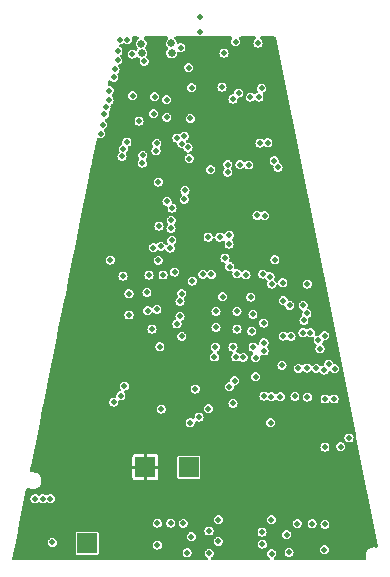
<source format=gbr>
G04 #@! TF.GenerationSoftware,KiCad,Pcbnew,(6.0.4)*
G04 #@! TF.CreationDate,2022-07-14T10:50:46-04:00*
G04 #@! TF.ProjectId,ratkit_design,7261746b-6974-45f6-9465-7369676e2e6b,RatKit2022_proA*
G04 #@! TF.SameCoordinates,PX41672a0PY65bcec0*
G04 #@! TF.FileFunction,Copper,L6,Inr*
G04 #@! TF.FilePolarity,Positive*
%FSLAX46Y46*%
G04 Gerber Fmt 4.6, Leading zero omitted, Abs format (unit mm)*
G04 Created by KiCad (PCBNEW (6.0.4)) date 2022-07-14 10:50:46*
%MOMM*%
%LPD*%
G01*
G04 APERTURE LIST*
G04 #@! TA.AperFunction,ComponentPad*
%ADD10R,1.700000X1.700000*%
G04 #@! TD*
G04 #@! TA.AperFunction,ViaPad*
%ADD11C,0.508000*%
G04 #@! TD*
G04 #@! TA.AperFunction,ViaPad*
%ADD12C,0.660400*%
G04 #@! TD*
G04 APERTURE END LIST*
D10*
G04 #@! TO.N,GND*
G04 #@! TO.C,J102*
X12344400Y6502400D03*
G04 #@! TD*
G04 #@! TO.N,V_Pot*
G04 #@! TO.C,J103*
X20955000Y12954000D03*
G04 #@! TD*
G04 #@! TO.N,V_Blue*
G04 #@! TO.C,J101*
X17272000Y12954000D03*
G04 #@! TD*
D11*
G04 #@! TO.N,GND*
X27635200Y40436800D03*
X18288000Y8229600D03*
X21158200Y7086600D03*
X20574000Y35636200D03*
X27965400Y28473400D03*
X32791400Y21691600D03*
X18288000Y6375400D03*
X26720800Y34290000D03*
X16179800Y44424600D03*
X32410400Y21183600D03*
X24688800Y23139400D03*
X29591000Y24028400D03*
X20345400Y24028400D03*
X26797000Y48869600D03*
X18237200Y26314400D03*
X15367000Y29133800D03*
D12*
X16916400Y48818800D03*
D11*
X30124400Y8178800D03*
X26187400Y27355800D03*
X26877582Y44290818D03*
X30226000Y21336000D03*
X19075400Y42570400D03*
X25019000Y26162000D03*
D12*
X19481800Y48031400D03*
D11*
X23749000Y45135800D03*
X21869400Y49809400D03*
X27305000Y22809200D03*
X29438600Y5740400D03*
X15113000Y49149000D03*
D12*
X16941800Y48031400D03*
D11*
X19405600Y8229600D03*
X15494000Y19837400D03*
X19075400Y44069000D03*
X17932400Y31546800D03*
X29235400Y7239000D03*
X23190200Y23139400D03*
X21488900Y19583900D03*
X23113011Y22301200D03*
X17830800Y24662900D03*
X33248600Y18745200D03*
X20370800Y40360600D03*
X13944600Y43459400D03*
X24409400Y29946600D03*
X19100800Y35458400D03*
X27305000Y18973800D03*
X28498800Y38354000D03*
X32410400Y5969000D03*
X24688800Y18364200D03*
X26365200Y25908000D03*
X15875500Y27660600D03*
X20878800Y40030400D03*
X30937200Y25984200D03*
X23926800Y48031400D03*
X17018000Y38709600D03*
X22580600Y32433035D03*
X21082000Y42494200D03*
X28702000Y18923000D03*
D12*
X19456400Y48844200D03*
D11*
X27101800Y45059600D03*
X20624800Y36398200D03*
X18770600Y29238600D03*
X15392400Y39903400D03*
X24917400Y48996600D03*
X14300200Y30505400D03*
X32435800Y24104600D03*
X20802600Y5715000D03*
X31242000Y24358600D03*
X16738600Y42265600D03*
X14935200Y48183800D03*
X31750000Y21336000D03*
X17957800Y42900600D03*
X25019000Y24663400D03*
X18161000Y39751000D03*
X25171400Y44653200D03*
X22787057Y38154057D03*
X13487400Y41198800D03*
X20472400Y8204200D03*
X23241000Y26162000D03*
X19380200Y31521400D03*
X21869400Y51104800D03*
X9220200Y10287000D03*
X27813000Y29083000D03*
X9398000Y6604000D03*
X24231600Y38582600D03*
X28956000Y27071700D03*
X24384000Y19786600D03*
X24673541Y44135069D03*
X32486600Y18745200D03*
X20929600Y46786800D03*
X15875000Y25857200D03*
X24003000Y30657800D03*
X20574000Y40995600D03*
X18059400Y44323000D03*
X26604885Y20616182D03*
X32054800Y22987000D03*
X31387212Y8173427D03*
X20980400Y39090600D03*
X26593800Y22225000D03*
X19431000Y33172400D03*
X28829000Y21590000D03*
X19939000Y25095200D03*
X26263600Y24485600D03*
X18364200Y37109400D03*
X14579600Y18465800D03*
X20269200Y48488600D03*
X32461200Y8128000D03*
X7924800Y10287000D03*
X25273000Y38582600D03*
X26390600Y23139400D03*
X23241000Y24790400D03*
G04 #@! TO.N,/RatKit_Main/uRSTN*
X19939000Y40843200D03*
X8585200Y10287000D03*
X18618200Y17881600D03*
X18555145Y31668379D03*
G04 #@! TO.N,V_Blue*
X15417800Y41325800D03*
X27609800Y44195502D03*
X17805400Y47142400D03*
X25908000Y7035800D03*
X30810200Y34798000D03*
X25908000Y5613400D03*
X25730200Y48920400D03*
X19050000Y47117000D03*
X24612600Y7035800D03*
X25044400Y40259000D03*
X23444200Y38023800D03*
X21641383Y36163643D03*
X28524200Y44831000D03*
X19507200Y37160200D03*
X28549600Y45847000D03*
X10007600Y9677400D03*
X30073600Y38506400D03*
X24663400Y8407400D03*
X21666200Y35483800D03*
X24663400Y5613400D03*
X20116800Y41478200D03*
X25908000Y8382000D03*
X27736800Y48793400D03*
G04 #@! TO.N,pVbias_Cap*
X23799800Y27406600D03*
G04 #@! TO.N,V_Pot*
X20202443Y25730700D03*
X24815800Y20294600D03*
X17449800Y26212800D03*
X17576800Y29235400D03*
X22682200Y5664200D03*
X22656800Y7569200D03*
X23444200Y6680200D03*
X34493200Y15443200D03*
X27178000Y6451600D03*
X27203400Y29311600D03*
X27152600Y7467600D03*
X18364200Y30480000D03*
X17398500Y27762200D03*
X25552400Y22250400D03*
X24942800Y22301200D03*
X30988000Y28473400D03*
X27940000Y8509000D03*
X23444200Y8509000D03*
X28233195Y30523519D03*
X23571200Y32433035D03*
X27965400Y5638800D03*
X25019000Y29337000D03*
G04 #@! TO.N,Net-(D1-Pad2)*
X33289410Y21298434D03*
G04 #@! TO.N,/RatKit_Main/uSWDIO*
X16154400Y47929800D03*
X26974800Y40411400D03*
G04 #@! TO.N,/RatKit_Main/uSWDCLK*
X17170400Y47320200D03*
X26162000Y44297600D03*
G04 #@! TO.N,/RatKit_Main/PB0_ADC_VINM1*
X13797636Y42842152D03*
X19532600Y34899600D03*
G04 #@! TO.N,/RatKit_Main/PB1_ADC_VINP1*
X13649243Y41951357D03*
X27372105Y34261163D03*
G04 #@! TO.N,/RatKit_Main/uI2C1_SDA*
X15748000Y49149000D03*
X28168600Y38912800D03*
G04 #@! TO.N,/RatKit_Main/PB2_ADC_VINM0*
X19481800Y32156400D03*
G04 #@! TO.N,/RatKit_Main/uI2C1_SCL*
X26009600Y38557200D03*
X14909800Y47421800D03*
G04 #@! TO.N,/RatKit_Main/PB3_ADC_VINP0*
X19456400Y33858200D03*
G04 #@! TO.N,/RatKit_Main/uI2C1_SMBA*
X24244704Y37936795D03*
X21183600Y45085000D03*
G04 #@! TO.N,/RatKit_Main/PB4_pRSTN*
X18415000Y33375600D03*
X15697700Y40504315D03*
X29489400Y26670000D03*
X24384000Y32613600D03*
G04 #@! TO.N,/RatKit_Main/SPI1_NSS*
X31903415Y23724647D03*
X14198600Y44043600D03*
G04 #@! TO.N,/RatKit_Main/SPI1_MISO*
X30607000Y24358600D03*
X14206687Y44842372D03*
X15290800Y39268400D03*
X24358600Y31851600D03*
G04 #@! TO.N,/RatKit_Main/SPI1_SCK*
X14579600Y45974000D03*
X27305000Y23495000D03*
G04 #@! TO.N,/RatKit_Main/SPI1_MOSI*
X14706600Y46634400D03*
X28956000Y24056700D03*
G04 #@! TO.N,/RatKit_Main/INT_pIn_uACKOUT*
X30632400Y26670000D03*
X18233943Y40382743D03*
G04 #@! TO.N,/RatKit_Main/INT_pINTOUT_uIn*
X30683200Y25400000D03*
G04 #@! TO.N,/RatKit_Main/INT_pACKOUT_uIn*
X27279600Y25171400D03*
X17037321Y39353735D03*
G04 #@! TO.N,/RatKit_Main/pXTAL1*
X27940000Y18923000D03*
G04 #@! TO.N,/RatKit_Main/pXTAL0*
X30937200Y21361400D03*
G04 #@! TO.N,/RatKit_Main/E_AIN0*
X33807400Y14706600D03*
X20193000Y27000200D03*
G04 #@! TO.N,/RatKit_Main/E_AIN1*
X20345400Y27660600D03*
X32461200Y14655800D03*
G04 #@! TO.N,/RatKit_Main/E_AFE2*
X30988000Y18903502D03*
X22123400Y29286200D03*
G04 #@! TO.N,/RatKit_Main/E_AIN2*
X21818600Y17195800D03*
X21232965Y28722321D03*
G04 #@! TO.N,/RatKit_Main/E_AFE3*
X29921200Y18948400D03*
X28905200Y28575000D03*
G04 #@! TO.N,/RatKit_Main/E_AIN3*
X21056600Y16738600D03*
X19735800Y29489400D03*
G04 #@! TO.N,/RatKit_Main/E_AFE4*
X27863800Y16738600D03*
X25781000Y29260800D03*
G04 #@! TO.N,/RatKit_Main/E_AFE1*
X22606000Y17907000D03*
X22860000Y29286200D03*
G04 #@! TO.N,/RatKit_Main/DE0*
X18491200Y23164800D03*
X15189200Y19024600D03*
G04 #@! TD*
G04 #@! TA.AperFunction,Conductor*
G04 #@! TO.N,V_Blue*
G36*
X16657050Y49408398D02*
G01*
X16703543Y49354742D01*
X16713647Y49284468D01*
X16684153Y49219888D01*
X16656165Y49195839D01*
X16624299Y49175733D01*
X16624297Y49175731D01*
X16616705Y49170941D01*
X16529917Y49072672D01*
X16474198Y48953995D01*
X16465700Y48899417D01*
X16455409Y48833322D01*
X16455409Y48833318D01*
X16454028Y48824449D01*
X16455192Y48815547D01*
X16455192Y48815544D01*
X16459827Y48780099D01*
X16471027Y48694450D01*
X16523830Y48574446D01*
X16529605Y48567576D01*
X16529608Y48567571D01*
X16593865Y48491129D01*
X16622387Y48426113D01*
X16611231Y48355999D01*
X16591857Y48326646D01*
X16555317Y48285272D01*
X16552143Y48278511D01*
X16498604Y48233049D01*
X16428233Y48223648D01*
X16381699Y48242806D01*
X16381435Y48242287D01*
X16375015Y48245558D01*
X16375016Y48245558D01*
X16372600Y48246789D01*
X16372598Y48246790D01*
X16282596Y48292648D01*
X16282593Y48292649D01*
X16273759Y48297150D01*
X16154400Y48316055D01*
X16035041Y48297150D01*
X16026207Y48292649D01*
X16026204Y48292648D01*
X15999425Y48279003D01*
X15927365Y48242287D01*
X15841913Y48156835D01*
X15818022Y48109946D01*
X15791552Y48057996D01*
X15791551Y48057993D01*
X15787050Y48049159D01*
X15768145Y47929800D01*
X15787050Y47810441D01*
X15791551Y47801607D01*
X15791552Y47801604D01*
X15797898Y47789150D01*
X15841913Y47702765D01*
X15927365Y47617313D01*
X15982541Y47589200D01*
X16026204Y47566952D01*
X16026207Y47566951D01*
X16035041Y47562450D01*
X16154400Y47543545D01*
X16273759Y47562450D01*
X16282593Y47566951D01*
X16282596Y47566952D01*
X16326259Y47589200D01*
X16381435Y47617313D01*
X16453738Y47689616D01*
X16516050Y47723642D01*
X16586865Y47718577D01*
X16626815Y47694452D01*
X16627816Y47693557D01*
X16633591Y47686687D01*
X16641062Y47681714D01*
X16641063Y47681713D01*
X16735255Y47619013D01*
X16742729Y47614038D01*
X16747934Y47612412D01*
X16799486Y47566213D01*
X16818349Y47497768D01*
X16808572Y47458488D01*
X16810616Y47457824D01*
X16807553Y47448396D01*
X16803050Y47439559D01*
X16784145Y47320200D01*
X16803050Y47200841D01*
X16807551Y47192007D01*
X16807552Y47192004D01*
X16826050Y47155701D01*
X16857913Y47093165D01*
X16943365Y47007713D01*
X16998541Y46979600D01*
X17042204Y46957352D01*
X17042207Y46957351D01*
X17051041Y46952850D01*
X17170400Y46933945D01*
X17289759Y46952850D01*
X17298593Y46957351D01*
X17298596Y46957352D01*
X17342259Y46979600D01*
X17397435Y47007713D01*
X17482887Y47093165D01*
X17514750Y47155701D01*
X17533248Y47192004D01*
X17533249Y47192007D01*
X17537750Y47200841D01*
X17556655Y47320200D01*
X17537750Y47439559D01*
X17533249Y47448393D01*
X17533248Y47448396D01*
X17490973Y47531365D01*
X17482887Y47547235D01*
X17397435Y47632687D01*
X17388594Y47637191D01*
X17380575Y47643018D01*
X17382536Y47645717D01*
X17343426Y47682661D01*
X17326365Y47751578D01*
X17338857Y47801109D01*
X17378402Y47882731D01*
X17378404Y47882736D01*
X17382317Y47890813D01*
X17404069Y48020102D01*
X17404207Y48031400D01*
X17393825Y48103896D01*
X17386894Y48152296D01*
X17386893Y48152299D01*
X17385621Y48161182D01*
X17380880Y48171609D01*
X17335073Y48272357D01*
X17335071Y48272360D01*
X17331356Y48280531D01*
X17291621Y48326646D01*
X17265115Y48357408D01*
X17235802Y48422070D01*
X17246101Y48492316D01*
X17267154Y48524210D01*
X17276981Y48535066D01*
X17299753Y48560225D01*
X17306586Y48574327D01*
X17353004Y48670136D01*
X17353004Y48670137D01*
X17356917Y48678213D01*
X17378669Y48807502D01*
X17378807Y48818800D01*
X17371002Y48873304D01*
X17361494Y48939696D01*
X17361493Y48939699D01*
X17360221Y48948582D01*
X17354065Y48962122D01*
X17309673Y49059757D01*
X17309671Y49059760D01*
X17305956Y49067931D01*
X17220375Y49167253D01*
X17174994Y49196668D01*
X17128710Y49250505D01*
X17118880Y49320817D01*
X17148625Y49385283D01*
X17208500Y49423433D01*
X17243527Y49428400D01*
X19088879Y49428400D01*
X19157000Y49408398D01*
X19203493Y49354742D01*
X19213597Y49284468D01*
X19184103Y49219888D01*
X19170542Y49206446D01*
X19164297Y49201131D01*
X19156705Y49196341D01*
X19069917Y49098072D01*
X19066103Y49089949D01*
X19066102Y49089947D01*
X19055766Y49067931D01*
X19014198Y48979395D01*
X19008862Y48945123D01*
X18995409Y48858722D01*
X18995409Y48858718D01*
X18994028Y48849849D01*
X18995192Y48840947D01*
X18995192Y48840944D01*
X18998930Y48812362D01*
X19011027Y48719850D01*
X19063830Y48599846D01*
X19123000Y48529455D01*
X19144805Y48503515D01*
X19173326Y48438499D01*
X19162170Y48368384D01*
X19142796Y48339032D01*
X19095317Y48285272D01*
X19091503Y48277149D01*
X19091502Y48277147D01*
X19082717Y48258435D01*
X19039598Y48166595D01*
X19034327Y48132743D01*
X19020809Y48045922D01*
X19020809Y48045918D01*
X19019428Y48037049D01*
X19020592Y48028147D01*
X19020592Y48028144D01*
X19021447Y48021608D01*
X19036427Y47907050D01*
X19089230Y47787046D01*
X19173591Y47686687D01*
X19181062Y47681714D01*
X19181063Y47681713D01*
X19197270Y47670925D01*
X19282729Y47614038D01*
X19372172Y47586094D01*
X19399301Y47577618D01*
X19399302Y47577618D01*
X19407870Y47574941D01*
X19472305Y47573760D01*
X19529978Y47572703D01*
X19529981Y47572703D01*
X19538954Y47572539D01*
X19580347Y47583824D01*
X19656782Y47604662D01*
X19656785Y47604663D01*
X19665444Y47607024D01*
X19674866Y47612809D01*
X19769519Y47670925D01*
X19769522Y47670928D01*
X19777171Y47675624D01*
X19794214Y47694452D01*
X19859128Y47766169D01*
X19865153Y47772825D01*
X19873063Y47789150D01*
X19918404Y47882736D01*
X19918404Y47882737D01*
X19922317Y47890813D01*
X19944069Y48020102D01*
X19944128Y48024964D01*
X19944564Y48029819D01*
X19946442Y48029651D01*
X19946978Y48031400D01*
X23540545Y48031400D01*
X23559450Y47912041D01*
X23563951Y47903207D01*
X23563952Y47903204D01*
X23580202Y47871313D01*
X23614313Y47804365D01*
X23699765Y47718913D01*
X23754941Y47690800D01*
X23798604Y47668552D01*
X23798607Y47668551D01*
X23807441Y47664050D01*
X23926800Y47645145D01*
X24046159Y47664050D01*
X24054993Y47668551D01*
X24054996Y47668552D01*
X24098659Y47690800D01*
X24153835Y47718913D01*
X24239287Y47804365D01*
X24273398Y47871313D01*
X24289648Y47903204D01*
X24289649Y47903207D01*
X24294150Y47912041D01*
X24313055Y48031400D01*
X24294150Y48150759D01*
X24289649Y48159593D01*
X24289648Y48159596D01*
X24267400Y48203259D01*
X24239287Y48258435D01*
X24153835Y48343887D01*
X24098659Y48372000D01*
X24054996Y48394248D01*
X24054993Y48394249D01*
X24046159Y48398750D01*
X23926800Y48417655D01*
X23807441Y48398750D01*
X23798607Y48394249D01*
X23798604Y48394248D01*
X23754941Y48372000D01*
X23699765Y48343887D01*
X23614313Y48258435D01*
X23586200Y48203259D01*
X23563952Y48159596D01*
X23563951Y48159593D01*
X23559450Y48150759D01*
X23540545Y48031400D01*
X19946978Y48031400D01*
X19964912Y48089866D01*
X20019122Y48135711D01*
X20089513Y48144969D01*
X20127282Y48132744D01*
X20149841Y48121250D01*
X20269200Y48102345D01*
X20388559Y48121250D01*
X20397393Y48125751D01*
X20397396Y48125752D01*
X20463818Y48159596D01*
X20496235Y48176113D01*
X20581687Y48261565D01*
X20614847Y48326646D01*
X20632048Y48360404D01*
X20632049Y48360407D01*
X20636550Y48369241D01*
X20655455Y48488600D01*
X20636550Y48607959D01*
X20632049Y48616793D01*
X20632048Y48616796D01*
X20609800Y48660459D01*
X20581687Y48715635D01*
X20496235Y48801087D01*
X20441059Y48829200D01*
X20397396Y48851448D01*
X20397393Y48851449D01*
X20388559Y48855950D01*
X20269200Y48874855D01*
X20149841Y48855950D01*
X20089905Y48825411D01*
X20020131Y48812308D01*
X19954347Y48839008D01*
X19913440Y48897036D01*
X19907978Y48919817D01*
X19901494Y48965096D01*
X19901493Y48965099D01*
X19900221Y48973982D01*
X19896507Y48982151D01*
X19849673Y49085157D01*
X19849671Y49085160D01*
X19845956Y49093331D01*
X19760375Y49192653D01*
X19752841Y49197537D01*
X19746078Y49203436D01*
X19747229Y49204755D01*
X19707896Y49250507D01*
X19698068Y49320820D01*
X19727813Y49385285D01*
X19787689Y49423434D01*
X19822714Y49428400D01*
X21826303Y49428400D01*
X21846014Y49426849D01*
X21859607Y49424696D01*
X21859608Y49424696D01*
X21869400Y49423145D01*
X21879192Y49424696D01*
X21879193Y49424696D01*
X21892786Y49426849D01*
X21912497Y49428400D01*
X24508313Y49428400D01*
X24576434Y49408398D01*
X24622927Y49354742D01*
X24633031Y49284468D01*
X24610680Y49229402D01*
X24604913Y49223635D01*
X24600409Y49214795D01*
X24554552Y49124796D01*
X24554551Y49124793D01*
X24550050Y49115959D01*
X24531145Y48996600D01*
X24550050Y48877241D01*
X24554551Y48868407D01*
X24554552Y48868404D01*
X24575527Y48827239D01*
X24604913Y48769565D01*
X24690365Y48684113D01*
X24745541Y48656000D01*
X24789204Y48633752D01*
X24789207Y48633751D01*
X24798041Y48629250D01*
X24917400Y48610345D01*
X25036759Y48629250D01*
X25045593Y48633751D01*
X25045596Y48633752D01*
X25089259Y48656000D01*
X25144435Y48684113D01*
X25229887Y48769565D01*
X25259273Y48827239D01*
X25280248Y48868404D01*
X25280249Y48868407D01*
X25284750Y48877241D01*
X25303655Y48996600D01*
X25284750Y49115959D01*
X25280249Y49124793D01*
X25280248Y49124796D01*
X25234391Y49214795D01*
X25229887Y49223635D01*
X25224201Y49229321D01*
X25200693Y49295205D01*
X25216772Y49364356D01*
X25267685Y49413838D01*
X25326487Y49428400D01*
X26528554Y49428400D01*
X26596675Y49408398D01*
X26643168Y49354742D01*
X26653272Y49284468D01*
X26623778Y49219888D01*
X26585758Y49190134D01*
X26569965Y49182087D01*
X26484513Y49096635D01*
X26469888Y49067931D01*
X26434152Y48997796D01*
X26434151Y48997793D01*
X26429650Y48988959D01*
X26410745Y48869600D01*
X26429650Y48750241D01*
X26434151Y48741407D01*
X26434152Y48741404D01*
X26447282Y48715635D01*
X26484513Y48642565D01*
X26569965Y48557113D01*
X26624248Y48529455D01*
X26668804Y48506752D01*
X26668807Y48506751D01*
X26677641Y48502250D01*
X26797000Y48483345D01*
X26916359Y48502250D01*
X26925193Y48506751D01*
X26925196Y48506752D01*
X26969752Y48529455D01*
X27024035Y48557113D01*
X27109487Y48642565D01*
X27146718Y48715635D01*
X27159848Y48741404D01*
X27159849Y48741407D01*
X27164350Y48750241D01*
X27183255Y48869600D01*
X27164350Y48988959D01*
X27159849Y48997793D01*
X27159848Y48997796D01*
X27124112Y49067931D01*
X27109487Y49096635D01*
X27024035Y49182087D01*
X27008242Y49190134D01*
X26956628Y49238882D01*
X26939562Y49307797D01*
X26962463Y49374998D01*
X27018061Y49419150D01*
X27065446Y49428400D01*
X28192409Y49428400D01*
X28260530Y49408398D01*
X28307023Y49354742D01*
X28315937Y49327235D01*
X33702915Y22530476D01*
X35081223Y15674275D01*
X35075039Y15603548D01*
X35031599Y15547392D01*
X35016483Y15542025D01*
X35040778Y15541678D01*
X35099950Y15502445D01*
X35127086Y15446134D01*
X36965774Y6299842D01*
X36959590Y6229115D01*
X36916150Y6172959D01*
X36849245Y6149204D01*
X36811484Y6152911D01*
X36805092Y6155403D01*
X36673713Y6172700D01*
X36583607Y6172700D01*
X36524829Y6165587D01*
X36463330Y6158145D01*
X36463327Y6158144D01*
X36455789Y6157232D01*
X36448688Y6154549D01*
X36448685Y6154548D01*
X36307650Y6101255D01*
X36294651Y6096343D01*
X36288393Y6092042D01*
X36163419Y6006150D01*
X36152688Y5998775D01*
X36147636Y5993105D01*
X36147635Y5993104D01*
X36043149Y5875832D01*
X36043147Y5875829D01*
X36038096Y5870160D01*
X35957491Y5717924D01*
X35915526Y5550855D01*
X35915486Y5543257D01*
X35915486Y5543255D01*
X35915330Y5513365D01*
X35914624Y5378598D01*
X35916396Y5371218D01*
X35916396Y5371216D01*
X35948999Y5235414D01*
X35945452Y5164506D01*
X35904132Y5106772D01*
X35838158Y5080542D01*
X35826480Y5080000D01*
X28233846Y5080000D01*
X28165725Y5100002D01*
X28119232Y5153658D01*
X28109128Y5223932D01*
X28138622Y5288512D01*
X28176642Y5318266D01*
X28192435Y5326313D01*
X28277887Y5411765D01*
X28313137Y5480948D01*
X28328248Y5510604D01*
X28328249Y5510607D01*
X28332750Y5519441D01*
X28351655Y5638800D01*
X28335563Y5740400D01*
X29052345Y5740400D01*
X29071250Y5621041D01*
X29075751Y5612207D01*
X29075752Y5612204D01*
X29096852Y5570794D01*
X29126113Y5513365D01*
X29211565Y5427913D01*
X29261416Y5402513D01*
X29310404Y5377552D01*
X29310407Y5377551D01*
X29319241Y5373050D01*
X29438600Y5354145D01*
X29557959Y5373050D01*
X29566793Y5377551D01*
X29566796Y5377552D01*
X29615784Y5402513D01*
X29665635Y5427913D01*
X29751087Y5513365D01*
X29780348Y5570794D01*
X29801448Y5612204D01*
X29801449Y5612207D01*
X29805950Y5621041D01*
X29824855Y5740400D01*
X29805950Y5859759D01*
X29801449Y5868593D01*
X29801448Y5868596D01*
X29768533Y5933194D01*
X29751087Y5967435D01*
X29749522Y5969000D01*
X32024145Y5969000D01*
X32043050Y5849641D01*
X32047551Y5840807D01*
X32047552Y5840804D01*
X32069800Y5797141D01*
X32097913Y5741965D01*
X32183365Y5656513D01*
X32233762Y5630835D01*
X32282204Y5606152D01*
X32282207Y5606151D01*
X32291041Y5601650D01*
X32410400Y5582745D01*
X32529759Y5601650D01*
X32538593Y5606151D01*
X32538596Y5606152D01*
X32587038Y5630835D01*
X32637435Y5656513D01*
X32722887Y5741965D01*
X32751000Y5797141D01*
X32773248Y5840804D01*
X32773249Y5840807D01*
X32777750Y5849641D01*
X32796655Y5969000D01*
X32777750Y6088359D01*
X32773249Y6097193D01*
X32773248Y6097196D01*
X32750751Y6141348D01*
X32722887Y6196035D01*
X32637435Y6281487D01*
X32575881Y6312850D01*
X32538596Y6331848D01*
X32538593Y6331849D01*
X32529759Y6336350D01*
X32410400Y6355255D01*
X32291041Y6336350D01*
X32282207Y6331849D01*
X32282204Y6331848D01*
X32244919Y6312850D01*
X32183365Y6281487D01*
X32097913Y6196035D01*
X32070049Y6141348D01*
X32047552Y6097196D01*
X32047551Y6097193D01*
X32043050Y6088359D01*
X32024145Y5969000D01*
X29749522Y5969000D01*
X29665635Y6052887D01*
X29604081Y6084250D01*
X29566796Y6103248D01*
X29566793Y6103249D01*
X29557959Y6107750D01*
X29438600Y6126655D01*
X29319241Y6107750D01*
X29310407Y6103249D01*
X29310404Y6103248D01*
X29273119Y6084250D01*
X29211565Y6052887D01*
X29126113Y5967435D01*
X29108667Y5933194D01*
X29075752Y5868596D01*
X29075751Y5868593D01*
X29071250Y5859759D01*
X29052345Y5740400D01*
X28335563Y5740400D01*
X28332750Y5758159D01*
X28328249Y5766993D01*
X28328248Y5766996D01*
X28298915Y5824565D01*
X28277887Y5865835D01*
X28192435Y5951287D01*
X28110364Y5993104D01*
X28093596Y6001648D01*
X28093593Y6001649D01*
X28084759Y6006150D01*
X27965400Y6025055D01*
X27846041Y6006150D01*
X27837207Y6001649D01*
X27837204Y6001648D01*
X27820436Y5993104D01*
X27738365Y5951287D01*
X27652913Y5865835D01*
X27631885Y5824565D01*
X27602552Y5766996D01*
X27602551Y5766993D01*
X27598050Y5758159D01*
X27579145Y5638800D01*
X27598050Y5519441D01*
X27602551Y5510607D01*
X27602552Y5510604D01*
X27617663Y5480948D01*
X27652913Y5411765D01*
X27738365Y5326313D01*
X27754158Y5318266D01*
X27805772Y5269518D01*
X27822838Y5200603D01*
X27799937Y5133402D01*
X27744339Y5089250D01*
X27696954Y5080000D01*
X22900795Y5080000D01*
X22832674Y5100002D01*
X22786181Y5153658D01*
X22776077Y5223932D01*
X22805571Y5288512D01*
X22843593Y5318267D01*
X22864157Y5328745D01*
X22909235Y5351713D01*
X22994687Y5437165D01*
X23032106Y5510604D01*
X23045048Y5536004D01*
X23045049Y5536007D01*
X23049550Y5544841D01*
X23068455Y5664200D01*
X23049550Y5783559D01*
X23045049Y5792393D01*
X23045048Y5792396D01*
X23012133Y5856994D01*
X22994687Y5891235D01*
X22909235Y5976687D01*
X22847681Y6008050D01*
X22810396Y6027048D01*
X22810393Y6027049D01*
X22801559Y6031550D01*
X22682200Y6050455D01*
X22562841Y6031550D01*
X22554007Y6027049D01*
X22554004Y6027048D01*
X22516719Y6008050D01*
X22455165Y5976687D01*
X22369713Y5891235D01*
X22352267Y5856994D01*
X22319352Y5792396D01*
X22319351Y5792393D01*
X22314850Y5783559D01*
X22295945Y5664200D01*
X22314850Y5544841D01*
X22319351Y5536007D01*
X22319352Y5536004D01*
X22332294Y5510604D01*
X22369713Y5437165D01*
X22455165Y5351713D01*
X22500243Y5328745D01*
X22520807Y5318267D01*
X22572423Y5269519D01*
X22589489Y5200604D01*
X22566589Y5133403D01*
X22510991Y5089250D01*
X22463605Y5080000D01*
X20833069Y5080000D01*
X20804800Y5088300D01*
X20788280Y5081039D01*
X20772131Y5080000D01*
X6122851Y5080000D01*
X6054730Y5100002D01*
X6008237Y5153658D01*
X5999322Y5230833D01*
X6038036Y5423409D01*
X6081546Y5639842D01*
X11366900Y5639842D01*
X11368106Y5633782D01*
X11368106Y5633777D01*
X11369055Y5629008D01*
X11374298Y5602652D01*
X11381191Y5592335D01*
X11381192Y5592334D01*
X11395585Y5570794D01*
X11402478Y5560478D01*
X11412794Y5553585D01*
X11428254Y5543255D01*
X11444652Y5532298D01*
X11456822Y5529877D01*
X11475777Y5526106D01*
X11475782Y5526106D01*
X11481842Y5524900D01*
X13206958Y5524900D01*
X13213018Y5526106D01*
X13213023Y5526106D01*
X13231978Y5529877D01*
X13244148Y5532298D01*
X13260547Y5543255D01*
X13276006Y5553585D01*
X13286322Y5560478D01*
X13293215Y5570794D01*
X13307608Y5592334D01*
X13307609Y5592335D01*
X13314502Y5602652D01*
X13319745Y5629008D01*
X13320694Y5633777D01*
X13320694Y5633782D01*
X13321900Y5639842D01*
X13321900Y5715000D01*
X20416345Y5715000D01*
X20435250Y5595641D01*
X20439751Y5586807D01*
X20439752Y5586804D01*
X20456143Y5554635D01*
X20490113Y5487965D01*
X20575565Y5402513D01*
X20624554Y5377552D01*
X20674404Y5352152D01*
X20674407Y5352151D01*
X20683241Y5347650D01*
X20791842Y5330449D01*
X20798768Y5327165D01*
X20813358Y5330449D01*
X20921959Y5347650D01*
X20930793Y5352151D01*
X20930796Y5352152D01*
X20980646Y5377552D01*
X21029635Y5402513D01*
X21115087Y5487965D01*
X21149057Y5554635D01*
X21165448Y5586804D01*
X21165449Y5586807D01*
X21169950Y5595641D01*
X21188855Y5715000D01*
X21169950Y5834359D01*
X21165449Y5843193D01*
X21165448Y5843196D01*
X21137395Y5898252D01*
X21115087Y5942035D01*
X21029635Y6027487D01*
X20970944Y6057391D01*
X20930796Y6077848D01*
X20930793Y6077849D01*
X20921959Y6082350D01*
X20802600Y6101255D01*
X20683241Y6082350D01*
X20674407Y6077849D01*
X20674404Y6077848D01*
X20634256Y6057391D01*
X20575565Y6027487D01*
X20490113Y5942035D01*
X20467805Y5898252D01*
X20439752Y5843196D01*
X20439751Y5843193D01*
X20435250Y5834359D01*
X20416345Y5715000D01*
X13321900Y5715000D01*
X13321900Y6375400D01*
X17901745Y6375400D01*
X17920650Y6256041D01*
X17925151Y6247207D01*
X17925152Y6247204D01*
X17940263Y6217548D01*
X17975513Y6148365D01*
X18060965Y6062913D01*
X18116141Y6034800D01*
X18159804Y6012552D01*
X18159807Y6012551D01*
X18168641Y6008050D01*
X18288000Y5989145D01*
X18407359Y6008050D01*
X18416193Y6012551D01*
X18416196Y6012552D01*
X18459859Y6034800D01*
X18515035Y6062913D01*
X18600487Y6148365D01*
X18635737Y6217548D01*
X18650848Y6247204D01*
X18650849Y6247207D01*
X18655350Y6256041D01*
X18674255Y6375400D01*
X18655350Y6494759D01*
X18650849Y6503593D01*
X18650848Y6503596D01*
X18621515Y6561165D01*
X18600487Y6602435D01*
X18522722Y6680200D01*
X23057945Y6680200D01*
X23076850Y6560841D01*
X23081351Y6552007D01*
X23081352Y6552004D01*
X23103600Y6508341D01*
X23131713Y6453165D01*
X23217165Y6367713D01*
X23244660Y6353704D01*
X23316004Y6317352D01*
X23316007Y6317351D01*
X23324841Y6312850D01*
X23444200Y6293945D01*
X23563559Y6312850D01*
X23572393Y6317351D01*
X23572396Y6317352D01*
X23643740Y6353704D01*
X23671235Y6367713D01*
X23755122Y6451600D01*
X26791745Y6451600D01*
X26810650Y6332241D01*
X26815151Y6323407D01*
X26815152Y6323404D01*
X26834215Y6285991D01*
X26865513Y6224565D01*
X26950965Y6139113D01*
X26978460Y6125104D01*
X27049804Y6088752D01*
X27049807Y6088751D01*
X27058641Y6084250D01*
X27178000Y6065345D01*
X27297359Y6084250D01*
X27306193Y6088751D01*
X27306196Y6088752D01*
X27377540Y6125104D01*
X27405035Y6139113D01*
X27490487Y6224565D01*
X27521785Y6285991D01*
X27540848Y6323404D01*
X27540849Y6323407D01*
X27545350Y6332241D01*
X27564255Y6451600D01*
X27545350Y6570959D01*
X27540849Y6579793D01*
X27540848Y6579796D01*
X27518600Y6623459D01*
X27490487Y6678635D01*
X27405035Y6764087D01*
X27349859Y6792200D01*
X27306196Y6814448D01*
X27306193Y6814449D01*
X27297359Y6818950D01*
X27263865Y6824255D01*
X27182371Y6837163D01*
X27169942Y6843055D01*
X27148228Y6833139D01*
X27058641Y6818950D01*
X27049807Y6814449D01*
X27049804Y6814448D01*
X27006141Y6792200D01*
X26950965Y6764087D01*
X26865513Y6678635D01*
X26837400Y6623459D01*
X26815152Y6579796D01*
X26815151Y6579793D01*
X26810650Y6570959D01*
X26791745Y6451600D01*
X23755122Y6451600D01*
X23756687Y6453165D01*
X23784800Y6508341D01*
X23807048Y6552004D01*
X23807049Y6552007D01*
X23811550Y6560841D01*
X23830455Y6680200D01*
X23811550Y6799559D01*
X23807049Y6808393D01*
X23807048Y6808396D01*
X23776471Y6868406D01*
X23756687Y6907235D01*
X23671235Y6992687D01*
X23616048Y7020806D01*
X23572396Y7043048D01*
X23572393Y7043049D01*
X23563559Y7047550D01*
X23444200Y7066455D01*
X23324841Y7047550D01*
X23316007Y7043049D01*
X23316004Y7043048D01*
X23272352Y7020806D01*
X23217165Y6992687D01*
X23131713Y6907235D01*
X23111929Y6868406D01*
X23081352Y6808396D01*
X23081351Y6808393D01*
X23076850Y6799559D01*
X23057945Y6680200D01*
X18522722Y6680200D01*
X18515035Y6687887D01*
X18453481Y6719250D01*
X18416196Y6738248D01*
X18416193Y6738249D01*
X18407359Y6742750D01*
X18288000Y6761655D01*
X18168641Y6742750D01*
X18159807Y6738249D01*
X18159804Y6738248D01*
X18122519Y6719250D01*
X18060965Y6687887D01*
X17975513Y6602435D01*
X17954485Y6561165D01*
X17925152Y6503596D01*
X17925151Y6503593D01*
X17920650Y6494759D01*
X17901745Y6375400D01*
X13321900Y6375400D01*
X13321900Y7086600D01*
X20771945Y7086600D01*
X20790850Y6967241D01*
X20795351Y6958407D01*
X20795352Y6958404D01*
X20814415Y6920991D01*
X20845713Y6859565D01*
X20931165Y6774113D01*
X20986341Y6746000D01*
X21030004Y6723752D01*
X21030007Y6723751D01*
X21038841Y6719250D01*
X21158200Y6700345D01*
X21277559Y6719250D01*
X21286393Y6723751D01*
X21286396Y6723752D01*
X21330059Y6746000D01*
X21385235Y6774113D01*
X21470687Y6859565D01*
X21501985Y6920991D01*
X21521048Y6958404D01*
X21521049Y6958407D01*
X21525550Y6967241D01*
X21544455Y7086600D01*
X21525550Y7205959D01*
X21521049Y7214793D01*
X21521048Y7214796D01*
X21498800Y7258459D01*
X21470687Y7313635D01*
X21385235Y7399087D01*
X21316702Y7434006D01*
X21286396Y7449448D01*
X21286393Y7449449D01*
X21277559Y7453950D01*
X21158200Y7472855D01*
X21038841Y7453950D01*
X21030007Y7449449D01*
X21030004Y7449448D01*
X20999698Y7434006D01*
X20931165Y7399087D01*
X20845713Y7313635D01*
X20817600Y7258459D01*
X20795352Y7214796D01*
X20795351Y7214793D01*
X20790850Y7205959D01*
X20771945Y7086600D01*
X13321900Y7086600D01*
X13321900Y7364958D01*
X13314502Y7402148D01*
X13286322Y7444322D01*
X13244148Y7472502D01*
X13231978Y7474923D01*
X13213023Y7478694D01*
X13213018Y7478694D01*
X13206958Y7479900D01*
X11481842Y7479900D01*
X11475782Y7478694D01*
X11475777Y7478694D01*
X11456822Y7474923D01*
X11444652Y7472502D01*
X11402478Y7444322D01*
X11374298Y7402148D01*
X11366900Y7364958D01*
X11366900Y5639842D01*
X6081546Y5639842D01*
X6275371Y6604000D01*
X9011745Y6604000D01*
X9030650Y6484641D01*
X9035151Y6475807D01*
X9035152Y6475804D01*
X9047485Y6451600D01*
X9085513Y6376965D01*
X9170965Y6291513D01*
X9221362Y6265835D01*
X9269804Y6241152D01*
X9269807Y6241151D01*
X9278641Y6236650D01*
X9398000Y6217745D01*
X9517359Y6236650D01*
X9526193Y6241151D01*
X9526196Y6241152D01*
X9574638Y6265835D01*
X9625035Y6291513D01*
X9710487Y6376965D01*
X9748515Y6451600D01*
X9760848Y6475804D01*
X9760849Y6475807D01*
X9765350Y6484641D01*
X9784255Y6604000D01*
X9765350Y6723359D01*
X9760849Y6732193D01*
X9760848Y6732196D01*
X9738600Y6775859D01*
X9710487Y6831035D01*
X9625035Y6916487D01*
X9569859Y6944600D01*
X9526196Y6966848D01*
X9526193Y6966849D01*
X9517359Y6971350D01*
X9398000Y6990255D01*
X9278641Y6971350D01*
X9269807Y6966849D01*
X9269804Y6966848D01*
X9226141Y6944600D01*
X9170965Y6916487D01*
X9085513Y6831035D01*
X9057400Y6775859D01*
X9035152Y6732196D01*
X9035151Y6732193D01*
X9030650Y6723359D01*
X9011745Y6604000D01*
X6275371Y6604000D01*
X6469406Y7569200D01*
X22270545Y7569200D01*
X22289450Y7449841D01*
X22293951Y7441007D01*
X22293952Y7441004D01*
X22315310Y7399087D01*
X22344313Y7342165D01*
X22429765Y7256713D01*
X22483747Y7229208D01*
X22528604Y7206352D01*
X22528607Y7206351D01*
X22537441Y7201850D01*
X22656800Y7182945D01*
X22776159Y7201850D01*
X22784993Y7206351D01*
X22784996Y7206352D01*
X22829853Y7229208D01*
X22883835Y7256713D01*
X22969287Y7342165D01*
X22998290Y7399087D01*
X23019648Y7441004D01*
X23019649Y7441007D01*
X23024150Y7449841D01*
X23026963Y7467600D01*
X26766345Y7467600D01*
X26785250Y7348241D01*
X26789751Y7339407D01*
X26789752Y7339404D01*
X26791921Y7335148D01*
X26840113Y7240565D01*
X26925565Y7155113D01*
X26975962Y7129435D01*
X27024404Y7104752D01*
X27024407Y7104751D01*
X27033241Y7100250D01*
X27057599Y7096392D01*
X27148229Y7082037D01*
X27160658Y7076145D01*
X27182372Y7086061D01*
X27271959Y7100250D01*
X27280793Y7104751D01*
X27280796Y7104752D01*
X27329238Y7129435D01*
X27379635Y7155113D01*
X27463522Y7239000D01*
X28849145Y7239000D01*
X28868050Y7119641D01*
X28872551Y7110807D01*
X28872552Y7110804D01*
X28889874Y7076808D01*
X28922913Y7011965D01*
X29008365Y6926513D01*
X29046201Y6907235D01*
X29107204Y6876152D01*
X29107207Y6876151D01*
X29116041Y6871650D01*
X29235400Y6852745D01*
X29354759Y6871650D01*
X29363593Y6876151D01*
X29363596Y6876152D01*
X29424599Y6907235D01*
X29462435Y6926513D01*
X29547887Y7011965D01*
X29580926Y7076808D01*
X29598248Y7110804D01*
X29598249Y7110807D01*
X29602750Y7119641D01*
X29621655Y7239000D01*
X29602750Y7358359D01*
X29598249Y7367193D01*
X29598248Y7367196D01*
X29564206Y7434006D01*
X29547887Y7466035D01*
X29462435Y7551487D01*
X29407259Y7579600D01*
X29363596Y7601848D01*
X29363593Y7601849D01*
X29354759Y7606350D01*
X29235400Y7625255D01*
X29116041Y7606350D01*
X29107207Y7601849D01*
X29107204Y7601848D01*
X29063541Y7579600D01*
X29008365Y7551487D01*
X28922913Y7466035D01*
X28906594Y7434006D01*
X28872552Y7367196D01*
X28872551Y7367193D01*
X28868050Y7358359D01*
X28849145Y7239000D01*
X27463522Y7239000D01*
X27465087Y7240565D01*
X27513279Y7335148D01*
X27515448Y7339404D01*
X27515449Y7339407D01*
X27519950Y7348241D01*
X27538855Y7467600D01*
X27519950Y7586959D01*
X27515449Y7595793D01*
X27515448Y7595796D01*
X27473173Y7678765D01*
X27465087Y7694635D01*
X27379635Y7780087D01*
X27319790Y7810579D01*
X27280796Y7830448D01*
X27280793Y7830449D01*
X27271959Y7834950D01*
X27152600Y7853855D01*
X27033241Y7834950D01*
X27024407Y7830449D01*
X27024404Y7830448D01*
X26985410Y7810579D01*
X26925565Y7780087D01*
X26840113Y7694635D01*
X26832027Y7678765D01*
X26789752Y7595796D01*
X26789751Y7595793D01*
X26785250Y7586959D01*
X26766345Y7467600D01*
X23026963Y7467600D01*
X23043055Y7569200D01*
X23024150Y7688559D01*
X23019649Y7697393D01*
X23019648Y7697396D01*
X22996260Y7743296D01*
X22969287Y7796235D01*
X22883835Y7881687D01*
X22828648Y7909806D01*
X22784996Y7932048D01*
X22784993Y7932049D01*
X22776159Y7936550D01*
X22656800Y7955455D01*
X22537441Y7936550D01*
X22528607Y7932049D01*
X22528604Y7932048D01*
X22484952Y7909806D01*
X22429765Y7881687D01*
X22344313Y7796235D01*
X22317340Y7743296D01*
X22293952Y7697396D01*
X22293951Y7697393D01*
X22289450Y7688559D01*
X22270545Y7569200D01*
X6469406Y7569200D01*
X6602167Y8229600D01*
X17901745Y8229600D01*
X17920650Y8110241D01*
X17925151Y8101407D01*
X17925152Y8101404D01*
X17938094Y8076004D01*
X17975513Y8002565D01*
X18060965Y7917113D01*
X18110816Y7891713D01*
X18159804Y7866752D01*
X18159807Y7866751D01*
X18168641Y7862250D01*
X18288000Y7843345D01*
X18407359Y7862250D01*
X18416193Y7866751D01*
X18416196Y7866752D01*
X18465184Y7891713D01*
X18515035Y7917113D01*
X18600487Y8002565D01*
X18637906Y8076004D01*
X18650848Y8101404D01*
X18650849Y8101407D01*
X18655350Y8110241D01*
X18674255Y8229600D01*
X19019345Y8229600D01*
X19038250Y8110241D01*
X19042751Y8101407D01*
X19042752Y8101404D01*
X19055694Y8076004D01*
X19093113Y8002565D01*
X19178565Y7917113D01*
X19228416Y7891713D01*
X19277404Y7866752D01*
X19277407Y7866751D01*
X19286241Y7862250D01*
X19405600Y7843345D01*
X19524959Y7862250D01*
X19533793Y7866751D01*
X19533796Y7866752D01*
X19582784Y7891713D01*
X19632635Y7917113D01*
X19718087Y8002565D01*
X19755506Y8076004D01*
X19768448Y8101404D01*
X19768449Y8101407D01*
X19772950Y8110241D01*
X19787832Y8204200D01*
X20086145Y8204200D01*
X20105050Y8084841D01*
X20109551Y8076007D01*
X20109552Y8076004D01*
X20120729Y8054068D01*
X20159913Y7977165D01*
X20245365Y7891713D01*
X20294354Y7866752D01*
X20344204Y7841352D01*
X20344207Y7841351D01*
X20353041Y7836850D01*
X20472400Y7817945D01*
X20591759Y7836850D01*
X20600593Y7841351D01*
X20600596Y7841352D01*
X20650446Y7866752D01*
X20699435Y7891713D01*
X20784887Y7977165D01*
X20824071Y8054068D01*
X20835248Y8076004D01*
X20835249Y8076007D01*
X20839750Y8084841D01*
X20858655Y8204200D01*
X20839750Y8323559D01*
X20835249Y8332393D01*
X20835248Y8332396D01*
X20802333Y8396994D01*
X20784887Y8431235D01*
X20707122Y8509000D01*
X23057945Y8509000D01*
X23076850Y8389641D01*
X23081351Y8380807D01*
X23081352Y8380804D01*
X23094482Y8355035D01*
X23131713Y8281965D01*
X23217165Y8196513D01*
X23271147Y8169008D01*
X23316004Y8146152D01*
X23316007Y8146151D01*
X23324841Y8141650D01*
X23444200Y8122745D01*
X23563559Y8141650D01*
X23572393Y8146151D01*
X23572396Y8146152D01*
X23617253Y8169008D01*
X23671235Y8196513D01*
X23756687Y8281965D01*
X23793918Y8355035D01*
X23807048Y8380804D01*
X23807049Y8380807D01*
X23811550Y8389641D01*
X23830455Y8509000D01*
X27553745Y8509000D01*
X27572650Y8389641D01*
X27577151Y8380807D01*
X27577152Y8380804D01*
X27590282Y8355035D01*
X27627513Y8281965D01*
X27712965Y8196513D01*
X27766947Y8169008D01*
X27811804Y8146152D01*
X27811807Y8146151D01*
X27820641Y8141650D01*
X27940000Y8122745D01*
X28059359Y8141650D01*
X28068193Y8146151D01*
X28068196Y8146152D01*
X28113053Y8169008D01*
X28132271Y8178800D01*
X29738145Y8178800D01*
X29757050Y8059441D01*
X29761551Y8050607D01*
X29761552Y8050604D01*
X29764290Y8045231D01*
X29811913Y7951765D01*
X29897365Y7866313D01*
X29924860Y7852304D01*
X29996204Y7815952D01*
X29996207Y7815951D01*
X30005041Y7811450D01*
X30124400Y7792545D01*
X30243759Y7811450D01*
X30252593Y7815951D01*
X30252596Y7815952D01*
X30323940Y7852304D01*
X30351435Y7866313D01*
X30436887Y7951765D01*
X30484510Y8045231D01*
X30487248Y8050604D01*
X30487249Y8050607D01*
X30491750Y8059441D01*
X30509804Y8173427D01*
X31000957Y8173427D01*
X31019862Y8054068D01*
X31024363Y8045234D01*
X31024364Y8045231D01*
X31041599Y8011406D01*
X31074725Y7946392D01*
X31160177Y7860940D01*
X31207457Y7836850D01*
X31259016Y7810579D01*
X31259019Y7810578D01*
X31267853Y7806077D01*
X31387212Y7787172D01*
X31506571Y7806077D01*
X31515405Y7810578D01*
X31515408Y7810579D01*
X31566967Y7836850D01*
X31614247Y7860940D01*
X31699699Y7946392D01*
X31732825Y8011406D01*
X31750060Y8045231D01*
X31750061Y8045234D01*
X31754562Y8054068D01*
X31766272Y8128000D01*
X32074945Y8128000D01*
X32093850Y8008641D01*
X32098351Y7999807D01*
X32098352Y7999804D01*
X32113463Y7970148D01*
X32148713Y7900965D01*
X32234165Y7815513D01*
X32272001Y7796235D01*
X32333004Y7765152D01*
X32333007Y7765151D01*
X32341841Y7760650D01*
X32461200Y7741745D01*
X32580559Y7760650D01*
X32589393Y7765151D01*
X32589396Y7765152D01*
X32650399Y7796235D01*
X32688235Y7815513D01*
X32773687Y7900965D01*
X32808937Y7970148D01*
X32824048Y7999804D01*
X32824049Y7999807D01*
X32828550Y8008641D01*
X32847455Y8128000D01*
X32828550Y8247359D01*
X32824049Y8256193D01*
X32824048Y8256196D01*
X32794715Y8313765D01*
X32773687Y8355035D01*
X32688235Y8440487D01*
X32633059Y8468600D01*
X32589396Y8490848D01*
X32589393Y8490849D01*
X32580559Y8495350D01*
X32461200Y8514255D01*
X32341841Y8495350D01*
X32333007Y8490849D01*
X32333004Y8490848D01*
X32289341Y8468600D01*
X32234165Y8440487D01*
X32148713Y8355035D01*
X32127685Y8313765D01*
X32098352Y8256196D01*
X32098351Y8256193D01*
X32093850Y8247359D01*
X32074945Y8128000D01*
X31766272Y8128000D01*
X31773467Y8173427D01*
X31754562Y8292786D01*
X31750061Y8301620D01*
X31750060Y8301623D01*
X31721438Y8357796D01*
X31699699Y8400462D01*
X31614247Y8485914D01*
X31549720Y8518792D01*
X31515408Y8536275D01*
X31515405Y8536276D01*
X31506571Y8540777D01*
X31387212Y8559682D01*
X31267853Y8540777D01*
X31259019Y8536276D01*
X31259016Y8536275D01*
X31224704Y8518792D01*
X31160177Y8485914D01*
X31074725Y8400462D01*
X31052986Y8357796D01*
X31024364Y8301623D01*
X31024363Y8301620D01*
X31019862Y8292786D01*
X31000957Y8173427D01*
X30509804Y8173427D01*
X30510655Y8178800D01*
X30491750Y8298159D01*
X30487249Y8306993D01*
X30487248Y8306996D01*
X30459195Y8362052D01*
X30436887Y8405835D01*
X30351435Y8491287D01*
X30292744Y8521191D01*
X30252596Y8541648D01*
X30252593Y8541649D01*
X30243759Y8546150D01*
X30124400Y8565055D01*
X30005041Y8546150D01*
X29996207Y8541649D01*
X29996204Y8541648D01*
X29956056Y8521191D01*
X29897365Y8491287D01*
X29811913Y8405835D01*
X29789605Y8362052D01*
X29761552Y8306996D01*
X29761551Y8306993D01*
X29757050Y8298159D01*
X29738145Y8178800D01*
X28132271Y8178800D01*
X28167035Y8196513D01*
X28252487Y8281965D01*
X28289718Y8355035D01*
X28302848Y8380804D01*
X28302849Y8380807D01*
X28307350Y8389641D01*
X28326255Y8509000D01*
X28307350Y8628359D01*
X28302849Y8637193D01*
X28302848Y8637196D01*
X28280600Y8680859D01*
X28252487Y8736035D01*
X28167035Y8821487D01*
X28111859Y8849600D01*
X28068196Y8871848D01*
X28068193Y8871849D01*
X28059359Y8876350D01*
X27940000Y8895255D01*
X27820641Y8876350D01*
X27811807Y8871849D01*
X27811804Y8871848D01*
X27768141Y8849600D01*
X27712965Y8821487D01*
X27627513Y8736035D01*
X27599400Y8680859D01*
X27577152Y8637196D01*
X27577151Y8637193D01*
X27572650Y8628359D01*
X27553745Y8509000D01*
X23830455Y8509000D01*
X23811550Y8628359D01*
X23807049Y8637193D01*
X23807048Y8637196D01*
X23784800Y8680859D01*
X23756687Y8736035D01*
X23671235Y8821487D01*
X23616059Y8849600D01*
X23572396Y8871848D01*
X23572393Y8871849D01*
X23563559Y8876350D01*
X23444200Y8895255D01*
X23324841Y8876350D01*
X23316007Y8871849D01*
X23316004Y8871848D01*
X23272341Y8849600D01*
X23217165Y8821487D01*
X23131713Y8736035D01*
X23103600Y8680859D01*
X23081352Y8637196D01*
X23081351Y8637193D01*
X23076850Y8628359D01*
X23057945Y8509000D01*
X20707122Y8509000D01*
X20699435Y8516687D01*
X20615052Y8559682D01*
X20600596Y8567048D01*
X20600593Y8567049D01*
X20591759Y8571550D01*
X20472400Y8590455D01*
X20353041Y8571550D01*
X20344207Y8567049D01*
X20344204Y8567048D01*
X20329748Y8559682D01*
X20245365Y8516687D01*
X20159913Y8431235D01*
X20142467Y8396994D01*
X20109552Y8332396D01*
X20109551Y8332393D01*
X20105050Y8323559D01*
X20086145Y8204200D01*
X19787832Y8204200D01*
X19791855Y8229600D01*
X19772950Y8348959D01*
X19768449Y8357793D01*
X19768448Y8357796D01*
X19735533Y8422394D01*
X19718087Y8456635D01*
X19632635Y8542087D01*
X19571766Y8573101D01*
X19533796Y8592448D01*
X19533793Y8592449D01*
X19524959Y8596950D01*
X19405600Y8615855D01*
X19286241Y8596950D01*
X19277407Y8592449D01*
X19277404Y8592448D01*
X19239434Y8573101D01*
X19178565Y8542087D01*
X19093113Y8456635D01*
X19075667Y8422394D01*
X19042752Y8357796D01*
X19042751Y8357793D01*
X19038250Y8348959D01*
X19019345Y8229600D01*
X18674255Y8229600D01*
X18655350Y8348959D01*
X18650849Y8357793D01*
X18650848Y8357796D01*
X18617933Y8422394D01*
X18600487Y8456635D01*
X18515035Y8542087D01*
X18454166Y8573101D01*
X18416196Y8592448D01*
X18416193Y8592449D01*
X18407359Y8596950D01*
X18288000Y8615855D01*
X18168641Y8596950D01*
X18159807Y8592449D01*
X18159804Y8592448D01*
X18121834Y8573101D01*
X18060965Y8542087D01*
X17975513Y8456635D01*
X17958067Y8422394D01*
X17925152Y8357796D01*
X17925151Y8357793D01*
X17920650Y8348959D01*
X17901745Y8229600D01*
X6602167Y8229600D01*
X7015768Y10287000D01*
X7538545Y10287000D01*
X7557450Y10167641D01*
X7561951Y10158807D01*
X7561952Y10158804D01*
X7584200Y10115141D01*
X7612313Y10059965D01*
X7697765Y9974513D01*
X7752941Y9946400D01*
X7796604Y9924152D01*
X7796607Y9924151D01*
X7805441Y9919650D01*
X7924800Y9900745D01*
X8044159Y9919650D01*
X8052993Y9924151D01*
X8052996Y9924152D01*
X8096659Y9946400D01*
X8151835Y9974513D01*
X8165905Y9988583D01*
X8228217Y10022609D01*
X8299032Y10017544D01*
X8344095Y9988583D01*
X8358165Y9974513D01*
X8413341Y9946400D01*
X8457004Y9924152D01*
X8457007Y9924151D01*
X8465841Y9919650D01*
X8585200Y9900745D01*
X8704559Y9919650D01*
X8713393Y9924151D01*
X8713396Y9924152D01*
X8757059Y9946400D01*
X8812235Y9974513D01*
X8819253Y9981531D01*
X8827268Y9987354D01*
X8829354Y9984483D01*
X8875917Y10009909D01*
X8946732Y10004844D01*
X8976800Y9985520D01*
X8978132Y9987354D01*
X8986147Y9981531D01*
X8993165Y9974513D01*
X9048341Y9946400D01*
X9092004Y9924152D01*
X9092007Y9924151D01*
X9100841Y9919650D01*
X9220200Y9900745D01*
X9339559Y9919650D01*
X9348393Y9924151D01*
X9348396Y9924152D01*
X9392059Y9946400D01*
X9447235Y9974513D01*
X9532687Y10059965D01*
X9560800Y10115141D01*
X9583048Y10158804D01*
X9583049Y10158807D01*
X9587550Y10167641D01*
X9606455Y10287000D01*
X9587550Y10406359D01*
X9583049Y10415193D01*
X9583048Y10415196D01*
X9537700Y10504196D01*
X9532687Y10514035D01*
X9447235Y10599487D01*
X9392059Y10627600D01*
X9348396Y10649848D01*
X9348393Y10649849D01*
X9339559Y10654350D01*
X9220200Y10673255D01*
X9100841Y10654350D01*
X9092007Y10649849D01*
X9092004Y10649848D01*
X9048341Y10627600D01*
X8993165Y10599487D01*
X8986148Y10592470D01*
X8978132Y10586646D01*
X8976046Y10589517D01*
X8929483Y10564091D01*
X8858668Y10569156D01*
X8828600Y10588480D01*
X8827268Y10586646D01*
X8819252Y10592470D01*
X8812235Y10599487D01*
X8757059Y10627600D01*
X8713396Y10649848D01*
X8713393Y10649849D01*
X8704559Y10654350D01*
X8585200Y10673255D01*
X8465841Y10654350D01*
X8457007Y10649849D01*
X8457004Y10649848D01*
X8413341Y10627600D01*
X8358165Y10599487D01*
X8344095Y10585417D01*
X8281783Y10551391D01*
X8210968Y10556456D01*
X8165905Y10585417D01*
X8151835Y10599487D01*
X8096659Y10627600D01*
X8052996Y10649848D01*
X8052993Y10649849D01*
X8044159Y10654350D01*
X7924800Y10673255D01*
X7805441Y10654350D01*
X7796607Y10649849D01*
X7796604Y10649848D01*
X7752941Y10627600D01*
X7697765Y10599487D01*
X7612313Y10514035D01*
X7607300Y10504196D01*
X7561952Y10415196D01*
X7561951Y10415193D01*
X7557450Y10406359D01*
X7538545Y10287000D01*
X7015768Y10287000D01*
X7183457Y11121145D01*
X7216492Y11183986D01*
X7278258Y11218992D01*
X7349145Y11215047D01*
X7379435Y11199398D01*
X7408216Y11179170D01*
X7568708Y11116597D01*
X7700087Y11099300D01*
X7790193Y11099300D01*
X7848971Y11106413D01*
X7910470Y11113855D01*
X7910473Y11113856D01*
X7918011Y11114768D01*
X7925112Y11117451D01*
X7925115Y11117452D01*
X8072046Y11172973D01*
X8079149Y11175657D01*
X8221112Y11273225D01*
X8226165Y11278896D01*
X8330651Y11396168D01*
X8330653Y11396171D01*
X8335704Y11401840D01*
X8416309Y11554076D01*
X8458274Y11721145D01*
X8459176Y11893402D01*
X8450104Y11931192D01*
X8420735Y12053521D01*
X8420734Y12053523D01*
X8418963Y12060901D01*
X8406436Y12085172D01*
X16168001Y12085172D01*
X16169209Y12072912D01*
X16180315Y12017069D01*
X16189633Y11994573D01*
X16231983Y11931192D01*
X16249192Y11913983D01*
X16312575Y11871632D01*
X16335066Y11862316D01*
X16390915Y11851207D01*
X16403170Y11850000D01*
X17126885Y11850000D01*
X17142124Y11854475D01*
X17143329Y11855865D01*
X17145000Y11863548D01*
X17145000Y11868116D01*
X17399000Y11868116D01*
X17403475Y11852877D01*
X17404865Y11851672D01*
X17412548Y11850001D01*
X18140828Y11850001D01*
X18153088Y11851209D01*
X18208931Y11862315D01*
X18231427Y11871633D01*
X18294808Y11913983D01*
X18312017Y11931192D01*
X18354368Y11994575D01*
X18363684Y12017066D01*
X18374793Y12072915D01*
X18376000Y12085170D01*
X18376000Y12091442D01*
X19977500Y12091442D01*
X19978706Y12085382D01*
X19978706Y12085377D01*
X19981185Y12072915D01*
X19984898Y12054252D01*
X20013078Y12012078D01*
X20055252Y11983898D01*
X20067422Y11981477D01*
X20086377Y11977706D01*
X20086382Y11977706D01*
X20092442Y11976500D01*
X21817558Y11976500D01*
X21823618Y11977706D01*
X21823623Y11977706D01*
X21842578Y11981477D01*
X21854748Y11983898D01*
X21896922Y12012078D01*
X21925102Y12054252D01*
X21928815Y12072915D01*
X21931294Y12085377D01*
X21931294Y12085382D01*
X21932500Y12091442D01*
X21932500Y13816558D01*
X21931253Y13822830D01*
X21927523Y13841578D01*
X21925102Y13853748D01*
X21896922Y13895922D01*
X21854748Y13924102D01*
X21842578Y13926523D01*
X21823623Y13930294D01*
X21823618Y13930294D01*
X21817558Y13931500D01*
X20092442Y13931500D01*
X20086382Y13930294D01*
X20086377Y13930294D01*
X20067422Y13926523D01*
X20055252Y13924102D01*
X20013078Y13895922D01*
X19984898Y13853748D01*
X19982477Y13841578D01*
X19978748Y13822830D01*
X19977500Y13816558D01*
X19977500Y12091442D01*
X18376000Y12091442D01*
X18376000Y12808885D01*
X18371525Y12824124D01*
X18370135Y12825329D01*
X18362452Y12827000D01*
X17417115Y12827000D01*
X17401876Y12822525D01*
X17400671Y12821135D01*
X17399000Y12813452D01*
X17399000Y11868116D01*
X17145000Y11868116D01*
X17145000Y12808885D01*
X17140525Y12824124D01*
X17139135Y12825329D01*
X17131452Y12827000D01*
X16186116Y12827000D01*
X16170877Y12822525D01*
X16169672Y12821135D01*
X16168001Y12813452D01*
X16168001Y12085172D01*
X8406436Y12085172D01*
X8339956Y12213973D01*
X8226718Y12343781D01*
X8085784Y12442830D01*
X7925292Y12505403D01*
X7793913Y12522700D01*
X7703807Y12522700D01*
X7677152Y12519474D01*
X7632277Y12514044D01*
X7562247Y12525717D01*
X7509645Y12573398D01*
X7491172Y12641950D01*
X7493611Y12663964D01*
X7523663Y12813452D01*
X7581090Y13099115D01*
X16168000Y13099115D01*
X16172475Y13083876D01*
X16173865Y13082671D01*
X16181548Y13081000D01*
X17126885Y13081000D01*
X17142124Y13085475D01*
X17143329Y13086865D01*
X17145000Y13094548D01*
X17145000Y13099115D01*
X17399000Y13099115D01*
X17403475Y13083876D01*
X17404865Y13082671D01*
X17412548Y13081000D01*
X18357884Y13081000D01*
X18373123Y13085475D01*
X18374328Y13086865D01*
X18375999Y13094548D01*
X18375999Y13822828D01*
X18374791Y13835088D01*
X18363685Y13890931D01*
X18354367Y13913427D01*
X18312017Y13976808D01*
X18294808Y13994017D01*
X18231425Y14036368D01*
X18208934Y14045684D01*
X18153085Y14056793D01*
X18140830Y14058000D01*
X17417115Y14058000D01*
X17401876Y14053525D01*
X17400671Y14052135D01*
X17399000Y14044452D01*
X17399000Y13099115D01*
X17145000Y13099115D01*
X17145000Y14039884D01*
X17140525Y14055123D01*
X17139135Y14056328D01*
X17131452Y14057999D01*
X16403172Y14057999D01*
X16390912Y14056791D01*
X16335069Y14045685D01*
X16312573Y14036367D01*
X16249192Y13994017D01*
X16231983Y13976808D01*
X16189632Y13913425D01*
X16180316Y13890934D01*
X16169207Y13835085D01*
X16168000Y13822830D01*
X16168000Y13099115D01*
X7581090Y13099115D01*
X7894032Y14655800D01*
X32074945Y14655800D01*
X32093850Y14536441D01*
X32098351Y14527607D01*
X32098352Y14527604D01*
X32118325Y14488406D01*
X32148713Y14428765D01*
X32234165Y14343313D01*
X32276199Y14321896D01*
X32333004Y14292952D01*
X32333007Y14292951D01*
X32341841Y14288450D01*
X32461200Y14269545D01*
X32580559Y14288450D01*
X32589393Y14292951D01*
X32589396Y14292952D01*
X32646201Y14321896D01*
X32688235Y14343313D01*
X32773687Y14428765D01*
X32804075Y14488406D01*
X32824048Y14527604D01*
X32824049Y14527607D01*
X32828550Y14536441D01*
X32847455Y14655800D01*
X32839409Y14706600D01*
X33421145Y14706600D01*
X33440050Y14587241D01*
X33444551Y14578407D01*
X33444552Y14578404D01*
X33460943Y14546235D01*
X33494913Y14479565D01*
X33580365Y14394113D01*
X33635541Y14366000D01*
X33679204Y14343752D01*
X33679207Y14343751D01*
X33688041Y14339250D01*
X33807400Y14320345D01*
X33926759Y14339250D01*
X33935593Y14343751D01*
X33935596Y14343752D01*
X33979259Y14366000D01*
X34034435Y14394113D01*
X34119887Y14479565D01*
X34153857Y14546235D01*
X34170248Y14578404D01*
X34170249Y14578407D01*
X34174750Y14587241D01*
X34193655Y14706600D01*
X34174750Y14825959D01*
X34170249Y14834793D01*
X34170248Y14834796D01*
X34124391Y14924795D01*
X34119887Y14933635D01*
X34112870Y14940652D01*
X34111999Y14941851D01*
X34088141Y15008719D01*
X34088657Y15010937D01*
X34075883Y15008349D01*
X34029466Y15021619D01*
X33926759Y15073950D01*
X33807400Y15092855D01*
X33688041Y15073950D01*
X33679207Y15069449D01*
X33679204Y15069448D01*
X33657710Y15058496D01*
X33580365Y15019087D01*
X33494913Y14933635D01*
X33472605Y14889852D01*
X33444552Y14834796D01*
X33444551Y14834793D01*
X33440050Y14825959D01*
X33421145Y14706600D01*
X32839409Y14706600D01*
X32828550Y14775159D01*
X32824049Y14783993D01*
X32824048Y14783996D01*
X32798164Y14834796D01*
X32773687Y14882835D01*
X32688235Y14968287D01*
X32633059Y14996400D01*
X32589396Y15018648D01*
X32589393Y15018649D01*
X32580559Y15023150D01*
X32461200Y15042055D01*
X32341841Y15023150D01*
X32333007Y15018649D01*
X32333004Y15018648D01*
X32289341Y14996400D01*
X32234165Y14968287D01*
X32148713Y14882835D01*
X32124236Y14834796D01*
X32098352Y14783996D01*
X32098351Y14783993D01*
X32093850Y14775159D01*
X32074945Y14655800D01*
X7894032Y14655800D01*
X8052324Y15443200D01*
X34106945Y15443200D01*
X34125850Y15323841D01*
X34130351Y15315007D01*
X34130352Y15315004D01*
X34167271Y15242547D01*
X34180713Y15216165D01*
X34187730Y15209148D01*
X34188601Y15207949D01*
X34212459Y15141081D01*
X34211943Y15138863D01*
X34224717Y15141451D01*
X34271134Y15128181D01*
X34373841Y15075850D01*
X34493200Y15056945D01*
X34612559Y15075850D01*
X34621393Y15080351D01*
X34621396Y15080352D01*
X34665059Y15102600D01*
X34720235Y15130713D01*
X34805687Y15216165D01*
X34833800Y15271341D01*
X34856048Y15315004D01*
X34856049Y15315007D01*
X34860550Y15323841D01*
X34879109Y15441013D01*
X34909520Y15505165D01*
X34946157Y15527977D01*
X34895568Y15539823D01*
X34845427Y15592240D01*
X34839665Y15603548D01*
X34805687Y15670235D01*
X34720235Y15755687D01*
X34665059Y15783800D01*
X34621396Y15806048D01*
X34621393Y15806049D01*
X34612559Y15810550D01*
X34493200Y15829455D01*
X34373841Y15810550D01*
X34365007Y15806049D01*
X34365004Y15806048D01*
X34321341Y15783800D01*
X34266165Y15755687D01*
X34180713Y15670235D01*
X34152600Y15615059D01*
X34130352Y15571396D01*
X34130351Y15571393D01*
X34125850Y15562559D01*
X34106945Y15443200D01*
X8052324Y15443200D01*
X8312740Y16738600D01*
X20670345Y16738600D01*
X20689250Y16619241D01*
X20693751Y16610407D01*
X20693752Y16610404D01*
X20716000Y16566741D01*
X20744113Y16511565D01*
X20829565Y16426113D01*
X20884741Y16398000D01*
X20928404Y16375752D01*
X20928407Y16375751D01*
X20937241Y16371250D01*
X21056600Y16352345D01*
X21175959Y16371250D01*
X21184793Y16375751D01*
X21184796Y16375752D01*
X21228459Y16398000D01*
X21283635Y16426113D01*
X21369087Y16511565D01*
X21397200Y16566741D01*
X21419448Y16610404D01*
X21419449Y16610407D01*
X21423950Y16619241D01*
X21442855Y16738600D01*
X27477545Y16738600D01*
X27496450Y16619241D01*
X27500951Y16610407D01*
X27500952Y16610404D01*
X27523200Y16566741D01*
X27551313Y16511565D01*
X27636765Y16426113D01*
X27691941Y16398000D01*
X27735604Y16375752D01*
X27735607Y16375751D01*
X27744441Y16371250D01*
X27863800Y16352345D01*
X27983159Y16371250D01*
X27991993Y16375751D01*
X27991996Y16375752D01*
X28035659Y16398000D01*
X28090835Y16426113D01*
X28176287Y16511565D01*
X28204400Y16566741D01*
X28226648Y16610404D01*
X28226649Y16610407D01*
X28231150Y16619241D01*
X28250055Y16738600D01*
X28231150Y16857959D01*
X28226649Y16866793D01*
X28226648Y16866796D01*
X28204400Y16910459D01*
X28176287Y16965635D01*
X28090835Y17051087D01*
X28035659Y17079200D01*
X27991996Y17101448D01*
X27991993Y17101449D01*
X27983159Y17105950D01*
X27863800Y17124855D01*
X27744441Y17105950D01*
X27735607Y17101449D01*
X27735604Y17101448D01*
X27691941Y17079200D01*
X27636765Y17051087D01*
X27551313Y16965635D01*
X27523200Y16910459D01*
X27500952Y16866796D01*
X27500951Y16866793D01*
X27496450Y16857959D01*
X27477545Y16738600D01*
X21442855Y16738600D01*
X21441304Y16748392D01*
X21441304Y16754262D01*
X21461306Y16822383D01*
X21514962Y16868876D01*
X21585236Y16878980D01*
X21624506Y16866529D01*
X21690404Y16832952D01*
X21690407Y16832951D01*
X21699241Y16828450D01*
X21818600Y16809545D01*
X21937959Y16828450D01*
X21946793Y16832951D01*
X21946796Y16832952D01*
X22017300Y16868876D01*
X22045635Y16883313D01*
X22131087Y16968765D01*
X22159200Y17023941D01*
X22181448Y17067604D01*
X22181449Y17067607D01*
X22185950Y17076441D01*
X22204855Y17195800D01*
X22185950Y17315159D01*
X22181449Y17323993D01*
X22181448Y17323996D01*
X22159200Y17367659D01*
X22131087Y17422835D01*
X22045635Y17508287D01*
X21984081Y17539650D01*
X21946796Y17558648D01*
X21946793Y17558649D01*
X21937959Y17563150D01*
X21818600Y17582055D01*
X21699241Y17563150D01*
X21690407Y17558649D01*
X21690404Y17558648D01*
X21653119Y17539650D01*
X21591565Y17508287D01*
X21506113Y17422835D01*
X21478000Y17367659D01*
X21455752Y17323996D01*
X21455751Y17323993D01*
X21451250Y17315159D01*
X21432345Y17195800D01*
X21433896Y17186008D01*
X21433896Y17180138D01*
X21413894Y17112017D01*
X21360238Y17065524D01*
X21289964Y17055420D01*
X21250694Y17067871D01*
X21184796Y17101448D01*
X21184793Y17101449D01*
X21175959Y17105950D01*
X21056600Y17124855D01*
X20937241Y17105950D01*
X20928407Y17101449D01*
X20928404Y17101448D01*
X20884741Y17079200D01*
X20829565Y17051087D01*
X20744113Y16965635D01*
X20716000Y16910459D01*
X20693752Y16866796D01*
X20693751Y16866793D01*
X20689250Y16857959D01*
X20670345Y16738600D01*
X8312740Y16738600D01*
X8542518Y17881600D01*
X18231945Y17881600D01*
X18250850Y17762241D01*
X18255351Y17753407D01*
X18255352Y17753404D01*
X18277600Y17709741D01*
X18305713Y17654565D01*
X18391165Y17569113D01*
X18440154Y17544152D01*
X18490004Y17518752D01*
X18490007Y17518751D01*
X18498841Y17514250D01*
X18618200Y17495345D01*
X18737559Y17514250D01*
X18746393Y17518751D01*
X18746396Y17518752D01*
X18796246Y17544152D01*
X18845235Y17569113D01*
X18930687Y17654565D01*
X18958800Y17709741D01*
X18981048Y17753404D01*
X18981049Y17753407D01*
X18985550Y17762241D01*
X19004455Y17881600D01*
X19000432Y17907000D01*
X22219745Y17907000D01*
X22238650Y17787641D01*
X22243151Y17778807D01*
X22243152Y17778804D01*
X22256094Y17753404D01*
X22293513Y17679965D01*
X22378965Y17594513D01*
X22428816Y17569113D01*
X22477804Y17544152D01*
X22477807Y17544151D01*
X22486641Y17539650D01*
X22606000Y17520745D01*
X22725359Y17539650D01*
X22734193Y17544151D01*
X22734196Y17544152D01*
X22783184Y17569113D01*
X22833035Y17594513D01*
X22918487Y17679965D01*
X22955906Y17753404D01*
X22968848Y17778804D01*
X22968849Y17778807D01*
X22973350Y17787641D01*
X22992255Y17907000D01*
X22973350Y18026359D01*
X22968849Y18035193D01*
X22968848Y18035196D01*
X22945460Y18081096D01*
X22918487Y18134035D01*
X22833035Y18219487D01*
X22772166Y18250501D01*
X22734196Y18269848D01*
X22734193Y18269849D01*
X22725359Y18274350D01*
X22606000Y18293255D01*
X22486641Y18274350D01*
X22477807Y18269849D01*
X22477804Y18269848D01*
X22439834Y18250501D01*
X22378965Y18219487D01*
X22293513Y18134035D01*
X22266540Y18081096D01*
X22243152Y18035196D01*
X22243151Y18035193D01*
X22238650Y18026359D01*
X22219745Y17907000D01*
X19000432Y17907000D01*
X18985550Y18000959D01*
X18981049Y18009793D01*
X18981048Y18009796D01*
X18958800Y18053459D01*
X18930687Y18108635D01*
X18845235Y18194087D01*
X18786544Y18223991D01*
X18746396Y18244448D01*
X18746393Y18244449D01*
X18737559Y18248950D01*
X18618200Y18267855D01*
X18498841Y18248950D01*
X18490007Y18244449D01*
X18490004Y18244448D01*
X18449856Y18223991D01*
X18391165Y18194087D01*
X18305713Y18108635D01*
X18277600Y18053459D01*
X18255352Y18009796D01*
X18255351Y18009793D01*
X18250850Y18000959D01*
X18231945Y17881600D01*
X8542518Y17881600D01*
X8659960Y18465800D01*
X14193345Y18465800D01*
X14212250Y18346441D01*
X14216751Y18337607D01*
X14216752Y18337604D01*
X14239000Y18293941D01*
X14267113Y18238765D01*
X14352565Y18153313D01*
X14407741Y18125200D01*
X14451404Y18102952D01*
X14451407Y18102951D01*
X14460241Y18098450D01*
X14579600Y18079545D01*
X14698959Y18098450D01*
X14707793Y18102951D01*
X14707796Y18102952D01*
X14751459Y18125200D01*
X14806635Y18153313D01*
X14892087Y18238765D01*
X14920200Y18293941D01*
X14942448Y18337604D01*
X14942449Y18337607D01*
X14946950Y18346441D01*
X14949763Y18364200D01*
X24302545Y18364200D01*
X24321450Y18244841D01*
X24325951Y18236007D01*
X24325952Y18236004D01*
X24345015Y18198591D01*
X24376313Y18137165D01*
X24461765Y18051713D01*
X24494182Y18035196D01*
X24560604Y18001352D01*
X24560607Y18001351D01*
X24569441Y17996850D01*
X24688800Y17977945D01*
X24808159Y17996850D01*
X24816993Y18001351D01*
X24816996Y18001352D01*
X24883418Y18035196D01*
X24915835Y18051713D01*
X25001287Y18137165D01*
X25032585Y18198591D01*
X25051648Y18236004D01*
X25051649Y18236007D01*
X25056150Y18244841D01*
X25075055Y18364200D01*
X25056150Y18483559D01*
X25051649Y18492393D01*
X25051648Y18492396D01*
X25027059Y18540654D01*
X25001287Y18591235D01*
X24915835Y18676687D01*
X24860648Y18704806D01*
X24816996Y18727048D01*
X24816993Y18727049D01*
X24808159Y18731550D01*
X24688800Y18750455D01*
X24569441Y18731550D01*
X24560607Y18727049D01*
X24560604Y18727048D01*
X24516952Y18704806D01*
X24461765Y18676687D01*
X24376313Y18591235D01*
X24350541Y18540654D01*
X24325952Y18492396D01*
X24325951Y18492393D01*
X24321450Y18483559D01*
X24302545Y18364200D01*
X14949763Y18364200D01*
X14965855Y18465800D01*
X14959206Y18507780D01*
X14968306Y18578191D01*
X15014028Y18632505D01*
X15081856Y18653478D01*
X15103367Y18651940D01*
X15189200Y18638345D01*
X15308559Y18657250D01*
X15317393Y18661751D01*
X15317396Y18661752D01*
X15363627Y18685308D01*
X15416235Y18712113D01*
X15501687Y18797565D01*
X15535822Y18864559D01*
X15552048Y18896404D01*
X15552049Y18896407D01*
X15556550Y18905241D01*
X15567409Y18973800D01*
X26918745Y18973800D01*
X26937650Y18854441D01*
X26942151Y18845607D01*
X26942152Y18845604D01*
X26950792Y18828648D01*
X26992513Y18746765D01*
X27077965Y18661313D01*
X27119999Y18639896D01*
X27176804Y18610952D01*
X27176807Y18610951D01*
X27185641Y18606450D01*
X27305000Y18587545D01*
X27424359Y18606450D01*
X27433193Y18610951D01*
X27433196Y18610952D01*
X27532035Y18661313D01*
X27533249Y18658930D01*
X27586092Y18677788D01*
X27655245Y18661712D01*
X27682389Y18641089D01*
X27712965Y18610513D01*
X27754999Y18589096D01*
X27811804Y18560152D01*
X27811807Y18560151D01*
X27820641Y18555650D01*
X27940000Y18536745D01*
X28059359Y18555650D01*
X28068193Y18560151D01*
X28068196Y18560152D01*
X28125001Y18589096D01*
X28167035Y18610513D01*
X28231905Y18675383D01*
X28294217Y18709409D01*
X28365032Y18704344D01*
X28410095Y18675383D01*
X28474965Y18610513D01*
X28516999Y18589096D01*
X28573804Y18560152D01*
X28573807Y18560151D01*
X28582641Y18555650D01*
X28702000Y18536745D01*
X28821359Y18555650D01*
X28830193Y18560151D01*
X28830196Y18560152D01*
X28887001Y18589096D01*
X28929035Y18610513D01*
X29014487Y18695965D01*
X29044875Y18755606D01*
X29064848Y18794804D01*
X29064849Y18794807D01*
X29069350Y18803641D01*
X29088255Y18923000D01*
X29084232Y18948400D01*
X29534945Y18948400D01*
X29553850Y18829041D01*
X29558351Y18820207D01*
X29558352Y18820204D01*
X29571294Y18794804D01*
X29608713Y18721365D01*
X29694165Y18635913D01*
X29743154Y18610952D01*
X29793004Y18585552D01*
X29793007Y18585551D01*
X29801841Y18581050D01*
X29921200Y18562145D01*
X30040559Y18581050D01*
X30049393Y18585551D01*
X30049396Y18585552D01*
X30099246Y18610952D01*
X30148235Y18635913D01*
X30233687Y18721365D01*
X30271106Y18794804D01*
X30284048Y18820204D01*
X30284049Y18820207D01*
X30288550Y18829041D01*
X30300344Y18903502D01*
X30601745Y18903502D01*
X30620650Y18784143D01*
X30625151Y18775309D01*
X30625152Y18775306D01*
X30638605Y18748904D01*
X30675513Y18676467D01*
X30760965Y18591015D01*
X30814582Y18563696D01*
X30859804Y18540654D01*
X30859807Y18540653D01*
X30868641Y18536152D01*
X30988000Y18517247D01*
X31107359Y18536152D01*
X31116193Y18540653D01*
X31116196Y18540654D01*
X31161418Y18563696D01*
X31215035Y18591015D01*
X31300487Y18676467D01*
X31335508Y18745200D01*
X32100345Y18745200D01*
X32119250Y18625841D01*
X32123751Y18617007D01*
X32123752Y18617004D01*
X32139289Y18586511D01*
X32174113Y18518165D01*
X32259565Y18432713D01*
X32314741Y18404600D01*
X32358404Y18382352D01*
X32358407Y18382351D01*
X32367241Y18377850D01*
X32486600Y18358945D01*
X32605959Y18377850D01*
X32614793Y18382351D01*
X32614796Y18382352D01*
X32658459Y18404600D01*
X32713635Y18432713D01*
X32778505Y18497583D01*
X32840817Y18531609D01*
X32911632Y18526544D01*
X32956695Y18497583D01*
X33021565Y18432713D01*
X33076741Y18404600D01*
X33120404Y18382352D01*
X33120407Y18382351D01*
X33129241Y18377850D01*
X33248600Y18358945D01*
X33367959Y18377850D01*
X33376793Y18382351D01*
X33376796Y18382352D01*
X33420459Y18404600D01*
X33475635Y18432713D01*
X33561087Y18518165D01*
X33595911Y18586511D01*
X33611448Y18617004D01*
X33611449Y18617007D01*
X33615950Y18625841D01*
X33634855Y18745200D01*
X33615950Y18864559D01*
X33611449Y18873393D01*
X33611448Y18873396D01*
X33581184Y18932792D01*
X33561087Y18972235D01*
X33475635Y19057687D01*
X33420459Y19085800D01*
X33376796Y19108048D01*
X33376793Y19108049D01*
X33367959Y19112550D01*
X33248600Y19131455D01*
X33129241Y19112550D01*
X33120407Y19108049D01*
X33120404Y19108048D01*
X33076741Y19085800D01*
X33021565Y19057687D01*
X32956695Y18992817D01*
X32894383Y18958791D01*
X32823568Y18963856D01*
X32778505Y18992817D01*
X32713635Y19057687D01*
X32658459Y19085800D01*
X32614796Y19108048D01*
X32614793Y19108049D01*
X32605959Y19112550D01*
X32486600Y19131455D01*
X32367241Y19112550D01*
X32358407Y19108049D01*
X32358404Y19108048D01*
X32314741Y19085800D01*
X32259565Y19057687D01*
X32174113Y18972235D01*
X32154016Y18932792D01*
X32123752Y18873396D01*
X32123751Y18873393D01*
X32119250Y18864559D01*
X32100345Y18745200D01*
X31335508Y18745200D01*
X31337395Y18748904D01*
X31350848Y18775306D01*
X31350849Y18775309D01*
X31355350Y18784143D01*
X31374255Y18903502D01*
X31355350Y19022861D01*
X31350849Y19031695D01*
X31350848Y19031698D01*
X31315029Y19101996D01*
X31300487Y19130537D01*
X31215035Y19215989D01*
X31145075Y19251635D01*
X31116196Y19266350D01*
X31116193Y19266351D01*
X31107359Y19270852D01*
X30988000Y19289757D01*
X30868641Y19270852D01*
X30859807Y19266351D01*
X30859804Y19266350D01*
X30830925Y19251635D01*
X30760965Y19215989D01*
X30675513Y19130537D01*
X30660971Y19101996D01*
X30625152Y19031698D01*
X30625151Y19031695D01*
X30620650Y19022861D01*
X30601745Y18903502D01*
X30300344Y18903502D01*
X30307455Y18948400D01*
X30288550Y19067759D01*
X30284049Y19076593D01*
X30284048Y19076596D01*
X30256563Y19130537D01*
X30233687Y19175435D01*
X30148235Y19260887D01*
X30087366Y19291901D01*
X30049396Y19311248D01*
X30049393Y19311249D01*
X30040559Y19315750D01*
X29921200Y19334655D01*
X29801841Y19315750D01*
X29793007Y19311249D01*
X29793004Y19311248D01*
X29755034Y19291901D01*
X29694165Y19260887D01*
X29608713Y19175435D01*
X29585837Y19130537D01*
X29558352Y19076596D01*
X29558351Y19076593D01*
X29553850Y19067759D01*
X29534945Y18948400D01*
X29084232Y18948400D01*
X29069350Y19042359D01*
X29064849Y19051193D01*
X29064848Y19051196D01*
X29024744Y19129904D01*
X29014487Y19150035D01*
X28929035Y19235487D01*
X28867365Y19266909D01*
X28830196Y19285848D01*
X28830193Y19285849D01*
X28821359Y19290350D01*
X28702000Y19309255D01*
X28582641Y19290350D01*
X28573807Y19285849D01*
X28573804Y19285848D01*
X28536635Y19266909D01*
X28474965Y19235487D01*
X28410095Y19170617D01*
X28347783Y19136591D01*
X28276968Y19141656D01*
X28231905Y19170617D01*
X28167035Y19235487D01*
X28105365Y19266909D01*
X28068196Y19285848D01*
X28068193Y19285849D01*
X28059359Y19290350D01*
X27940000Y19309255D01*
X27820641Y19290350D01*
X27811807Y19285849D01*
X27811804Y19285848D01*
X27712965Y19235487D01*
X27711751Y19237870D01*
X27658908Y19219012D01*
X27589755Y19235088D01*
X27562611Y19255711D01*
X27532035Y19286287D01*
X27471166Y19317301D01*
X27433196Y19336648D01*
X27433193Y19336649D01*
X27424359Y19341150D01*
X27305000Y19360055D01*
X27185641Y19341150D01*
X27176807Y19336649D01*
X27176804Y19336648D01*
X27138834Y19317301D01*
X27077965Y19286287D01*
X26992513Y19200835D01*
X26975067Y19166594D01*
X26942152Y19101996D01*
X26942151Y19101993D01*
X26937650Y19093159D01*
X26918745Y18973800D01*
X15567409Y18973800D01*
X15575455Y19024600D01*
X15556550Y19143959D01*
X15552049Y19152793D01*
X15552048Y19152796D01*
X15509915Y19235487D01*
X15501687Y19251635D01*
X15494673Y19258649D01*
X15490037Y19265030D01*
X15466178Y19331898D01*
X15482257Y19401049D01*
X15533171Y19450530D01*
X15572261Y19463541D01*
X15613359Y19470050D01*
X15622193Y19474551D01*
X15622196Y19474552D01*
X15665859Y19496800D01*
X15721035Y19524913D01*
X15780022Y19583900D01*
X21102645Y19583900D01*
X21121550Y19464541D01*
X21126051Y19455707D01*
X21126052Y19455704D01*
X21142333Y19423752D01*
X21176413Y19356865D01*
X21261865Y19271413D01*
X21300682Y19251635D01*
X21360704Y19221052D01*
X21360707Y19221051D01*
X21369541Y19216550D01*
X21488900Y19197645D01*
X21608259Y19216550D01*
X21617093Y19221051D01*
X21617096Y19221052D01*
X21677118Y19251635D01*
X21715935Y19271413D01*
X21801387Y19356865D01*
X21835467Y19423752D01*
X21851748Y19455704D01*
X21851749Y19455707D01*
X21856250Y19464541D01*
X21875155Y19583900D01*
X21856250Y19703259D01*
X21851749Y19712093D01*
X21851748Y19712096D01*
X21813786Y19786600D01*
X23997745Y19786600D01*
X24016650Y19667241D01*
X24021151Y19658407D01*
X24021152Y19658404D01*
X24041125Y19619206D01*
X24071513Y19559565D01*
X24156965Y19474113D01*
X24202043Y19451145D01*
X24255804Y19423752D01*
X24255807Y19423751D01*
X24264641Y19419250D01*
X24384000Y19400345D01*
X24503359Y19419250D01*
X24512193Y19423751D01*
X24512196Y19423752D01*
X24565957Y19451145D01*
X24611035Y19474113D01*
X24696487Y19559565D01*
X24726875Y19619206D01*
X24746848Y19658404D01*
X24746849Y19658407D01*
X24751350Y19667241D01*
X24770255Y19786600D01*
X24769025Y19794365D01*
X24788706Y19861392D01*
X24842362Y19907885D01*
X24874992Y19917720D01*
X24913211Y19923774D01*
X24935159Y19927250D01*
X24943993Y19931751D01*
X24943996Y19931752D01*
X25010418Y19965596D01*
X25042835Y19982113D01*
X25128287Y20067565D01*
X25156400Y20122741D01*
X25178648Y20166404D01*
X25178649Y20166407D01*
X25183150Y20175241D01*
X25202055Y20294600D01*
X25183150Y20413959D01*
X25178649Y20422793D01*
X25178648Y20422796D01*
X25140929Y20496823D01*
X25128287Y20521635D01*
X25042835Y20607087D01*
X25024985Y20616182D01*
X26218630Y20616182D01*
X26237535Y20496823D01*
X26242036Y20487989D01*
X26242037Y20487986D01*
X26264285Y20444323D01*
X26292398Y20389147D01*
X26377850Y20303695D01*
X26433026Y20275582D01*
X26476689Y20253334D01*
X26476692Y20253333D01*
X26485526Y20248832D01*
X26604885Y20229927D01*
X26724244Y20248832D01*
X26733078Y20253333D01*
X26733081Y20253334D01*
X26776744Y20275582D01*
X26831920Y20303695D01*
X26917372Y20389147D01*
X26945485Y20444323D01*
X26967733Y20487986D01*
X26967734Y20487989D01*
X26972235Y20496823D01*
X26991140Y20616182D01*
X26972235Y20735541D01*
X26967734Y20744375D01*
X26967733Y20744378D01*
X26928818Y20820752D01*
X26917372Y20843217D01*
X26831920Y20928669D01*
X26776744Y20956782D01*
X26733081Y20979030D01*
X26733078Y20979031D01*
X26724244Y20983532D01*
X26604885Y21002437D01*
X26485526Y20983532D01*
X26476692Y20979031D01*
X26476689Y20979030D01*
X26433026Y20956782D01*
X26377850Y20928669D01*
X26292398Y20843217D01*
X26280952Y20820752D01*
X26242037Y20744378D01*
X26242036Y20744375D01*
X26237535Y20735541D01*
X26218630Y20616182D01*
X25024985Y20616182D01*
X24987659Y20635200D01*
X24943996Y20657448D01*
X24943993Y20657449D01*
X24935159Y20661950D01*
X24815800Y20680855D01*
X24696441Y20661950D01*
X24687607Y20657449D01*
X24687604Y20657448D01*
X24643941Y20635200D01*
X24588765Y20607087D01*
X24503313Y20521635D01*
X24490671Y20496823D01*
X24452952Y20422796D01*
X24452951Y20422793D01*
X24448450Y20413959D01*
X24429545Y20294600D01*
X24430775Y20286835D01*
X24411094Y20219808D01*
X24357438Y20173315D01*
X24324808Y20163480D01*
X24286589Y20157426D01*
X24264641Y20153950D01*
X24255807Y20149449D01*
X24255804Y20149448D01*
X24212141Y20127200D01*
X24156965Y20099087D01*
X24071513Y20013635D01*
X24055452Y19982113D01*
X24021152Y19914796D01*
X24021151Y19914793D01*
X24016650Y19905959D01*
X23997745Y19786600D01*
X21813786Y19786600D01*
X21810387Y19793271D01*
X21801387Y19810935D01*
X21715935Y19896387D01*
X21655362Y19927250D01*
X21617096Y19946748D01*
X21617093Y19946749D01*
X21608259Y19951250D01*
X21488900Y19970155D01*
X21369541Y19951250D01*
X21360707Y19946749D01*
X21360704Y19946748D01*
X21322438Y19927250D01*
X21261865Y19896387D01*
X21176413Y19810935D01*
X21167413Y19793271D01*
X21126052Y19712096D01*
X21126051Y19712093D01*
X21121550Y19703259D01*
X21102645Y19583900D01*
X15780022Y19583900D01*
X15806487Y19610365D01*
X15848828Y19693465D01*
X15856848Y19709204D01*
X15856849Y19709207D01*
X15861350Y19718041D01*
X15880255Y19837400D01*
X15861350Y19956759D01*
X15856849Y19965593D01*
X15856848Y19965596D01*
X15828795Y20020652D01*
X15806487Y20064435D01*
X15721035Y20149887D01*
X15665859Y20178000D01*
X15622196Y20200248D01*
X15622193Y20200249D01*
X15613359Y20204750D01*
X15494000Y20223655D01*
X15374641Y20204750D01*
X15365807Y20200249D01*
X15365804Y20200248D01*
X15322141Y20178000D01*
X15266965Y20149887D01*
X15181513Y20064435D01*
X15159205Y20020652D01*
X15131152Y19965596D01*
X15131151Y19965593D01*
X15126650Y19956759D01*
X15107745Y19837400D01*
X15126650Y19718041D01*
X15131151Y19709207D01*
X15131152Y19709204D01*
X15157036Y19658404D01*
X15181513Y19610365D01*
X15188527Y19603351D01*
X15193163Y19596970D01*
X15217022Y19530102D01*
X15200943Y19460951D01*
X15150029Y19411470D01*
X15110939Y19398459D01*
X15069841Y19391950D01*
X15061007Y19387449D01*
X15061004Y19387448D01*
X15018334Y19365706D01*
X14962165Y19337087D01*
X14876713Y19251635D01*
X14854405Y19207852D01*
X14826352Y19152796D01*
X14826351Y19152793D01*
X14821850Y19143959D01*
X14802945Y19024600D01*
X14804496Y19014808D01*
X14804496Y19014807D01*
X14809594Y18982620D01*
X14800494Y18912209D01*
X14754772Y18857895D01*
X14686944Y18836922D01*
X14665434Y18838460D01*
X14589392Y18850504D01*
X14579600Y18852055D01*
X14460241Y18833150D01*
X14451407Y18828649D01*
X14451404Y18828648D01*
X14407752Y18806406D01*
X14352565Y18778287D01*
X14267113Y18692835D01*
X14240747Y18641089D01*
X14216752Y18593996D01*
X14216751Y18593993D01*
X14212250Y18585159D01*
X14193345Y18465800D01*
X8659960Y18465800D01*
X9288021Y21590000D01*
X28442745Y21590000D01*
X28461650Y21470641D01*
X28466151Y21461807D01*
X28466152Y21461804D01*
X28480559Y21433530D01*
X28516513Y21362965D01*
X28601965Y21277513D01*
X28657141Y21249400D01*
X28700804Y21227152D01*
X28700807Y21227151D01*
X28709641Y21222650D01*
X28829000Y21203745D01*
X28948359Y21222650D01*
X28957193Y21227151D01*
X28957196Y21227152D01*
X29000859Y21249400D01*
X29056035Y21277513D01*
X29114522Y21336000D01*
X29839745Y21336000D01*
X29858650Y21216641D01*
X29863151Y21207807D01*
X29863152Y21207804D01*
X29882293Y21170238D01*
X29913513Y21108965D01*
X29998965Y21023513D01*
X30040730Y21002233D01*
X30097804Y20973152D01*
X30097807Y20973151D01*
X30106641Y20968650D01*
X30226000Y20949745D01*
X30345359Y20968650D01*
X30354193Y20973151D01*
X30354196Y20973152D01*
X30411270Y21002233D01*
X30453035Y21023513D01*
X30505205Y21075683D01*
X30567517Y21109709D01*
X30638332Y21104644D01*
X30683395Y21075683D01*
X30710165Y21048913D01*
X30760016Y21023513D01*
X30809004Y20998552D01*
X30809007Y20998551D01*
X30817841Y20994050D01*
X30937200Y20975145D01*
X31056559Y20994050D01*
X31065393Y20998551D01*
X31065396Y20998552D01*
X31114384Y21023513D01*
X31164235Y21048913D01*
X31244579Y21129257D01*
X31306891Y21163283D01*
X31377706Y21158218D01*
X31434343Y21115187D01*
X31437513Y21108965D01*
X31522965Y21023513D01*
X31564730Y21002233D01*
X31621804Y20973152D01*
X31621807Y20973151D01*
X31630641Y20968650D01*
X31750000Y20949745D01*
X31869359Y20968650D01*
X31916166Y20992499D01*
X31935271Y21002233D01*
X32005048Y21015337D01*
X32070833Y20988636D01*
X32093771Y20964693D01*
X32097913Y20956565D01*
X32183365Y20871113D01*
X32224343Y20850234D01*
X32282204Y20820752D01*
X32282207Y20820751D01*
X32291041Y20816250D01*
X32410400Y20797345D01*
X32529759Y20816250D01*
X32538593Y20820751D01*
X32538596Y20820752D01*
X32596457Y20850234D01*
X32637435Y20871113D01*
X32722887Y20956565D01*
X32769441Y21047933D01*
X32818188Y21099547D01*
X32887103Y21116613D01*
X32954305Y21093712D01*
X32976907Y21071431D01*
X32976923Y21071399D01*
X33062375Y20985947D01*
X33105392Y20964029D01*
X33161214Y20935586D01*
X33161217Y20935585D01*
X33170051Y20931084D01*
X33289410Y20912179D01*
X33408769Y20931084D01*
X33417603Y20935585D01*
X33417606Y20935586D01*
X33473428Y20964029D01*
X33516445Y20985947D01*
X33601897Y21071399D01*
X33631377Y21129257D01*
X33652258Y21170238D01*
X33652259Y21170241D01*
X33656760Y21179075D01*
X33675665Y21298434D01*
X33656760Y21417793D01*
X33652259Y21426627D01*
X33652258Y21426630D01*
X33624843Y21480435D01*
X33601897Y21525469D01*
X33516445Y21610921D01*
X33461269Y21639034D01*
X33417606Y21661282D01*
X33417603Y21661283D01*
X33408769Y21665784D01*
X33289410Y21684689D01*
X33284159Y21683857D01*
X33218488Y21703140D01*
X33171995Y21756796D01*
X33162160Y21789429D01*
X33160302Y21801164D01*
X33160301Y21801168D01*
X33158750Y21810959D01*
X33154249Y21819793D01*
X33154248Y21819796D01*
X33130860Y21865696D01*
X33103887Y21918635D01*
X33018435Y22004087D01*
X32963248Y22032206D01*
X32919596Y22054448D01*
X32919593Y22054449D01*
X32910759Y22058950D01*
X32791400Y22077855D01*
X32672041Y22058950D01*
X32663207Y22054449D01*
X32663204Y22054448D01*
X32619552Y22032206D01*
X32564365Y22004087D01*
X32478913Y21918635D01*
X32451940Y21865696D01*
X32428552Y21819796D01*
X32428551Y21819793D01*
X32424050Y21810959D01*
X32405145Y21691600D01*
X32406696Y21681808D01*
X32406696Y21676882D01*
X32386694Y21608761D01*
X32333038Y21562268D01*
X32303448Y21553350D01*
X32300837Y21552502D01*
X32291041Y21550950D01*
X32267945Y21539182D01*
X32225129Y21517367D01*
X32155352Y21504263D01*
X32089567Y21530964D01*
X32066629Y21554907D01*
X32062487Y21563035D01*
X31977035Y21648487D01*
X31905984Y21684689D01*
X31878196Y21698848D01*
X31878193Y21698849D01*
X31869359Y21703350D01*
X31750000Y21722255D01*
X31630641Y21703350D01*
X31621807Y21698849D01*
X31621804Y21698848D01*
X31594016Y21684689D01*
X31522965Y21648487D01*
X31442621Y21568143D01*
X31380309Y21534117D01*
X31309494Y21539182D01*
X31252857Y21582213D01*
X31249687Y21588435D01*
X31164235Y21673887D01*
X31103366Y21704901D01*
X31065396Y21724248D01*
X31065393Y21724249D01*
X31056559Y21728750D01*
X30937200Y21747655D01*
X30817841Y21728750D01*
X30809007Y21724249D01*
X30809004Y21724248D01*
X30771034Y21704901D01*
X30710165Y21673887D01*
X30657995Y21621717D01*
X30595683Y21587691D01*
X30524868Y21592756D01*
X30479805Y21621717D01*
X30453035Y21648487D01*
X30381984Y21684689D01*
X30354196Y21698848D01*
X30354193Y21698849D01*
X30345359Y21703350D01*
X30226000Y21722255D01*
X30106641Y21703350D01*
X30097807Y21698849D01*
X30097804Y21698848D01*
X30070016Y21684689D01*
X29998965Y21648487D01*
X29913513Y21563035D01*
X29890244Y21517367D01*
X29863152Y21464196D01*
X29863151Y21464193D01*
X29858650Y21455359D01*
X29839745Y21336000D01*
X29114522Y21336000D01*
X29141487Y21362965D01*
X29177441Y21433530D01*
X29191848Y21461804D01*
X29191849Y21461807D01*
X29196350Y21470641D01*
X29215255Y21590000D01*
X29196350Y21709359D01*
X29191849Y21718193D01*
X29191848Y21718196D01*
X29169600Y21761859D01*
X29141487Y21817035D01*
X29056035Y21902487D01*
X28997525Y21932299D01*
X28957196Y21952848D01*
X28957193Y21952849D01*
X28948359Y21957350D01*
X28829000Y21976255D01*
X28709641Y21957350D01*
X28700807Y21952849D01*
X28700804Y21952848D01*
X28660475Y21932299D01*
X28601965Y21902487D01*
X28516513Y21817035D01*
X28488400Y21761859D01*
X28466152Y21718196D01*
X28466151Y21718193D01*
X28461650Y21709359D01*
X28442745Y21590000D01*
X9288021Y21590000D01*
X9430994Y22301200D01*
X22726756Y22301200D01*
X22745661Y22181841D01*
X22750162Y22173007D01*
X22750163Y22173004D01*
X22766554Y22140835D01*
X22800524Y22074165D01*
X22885976Y21988713D01*
X22913471Y21974704D01*
X22984815Y21938352D01*
X22984818Y21938351D01*
X22993652Y21933850D01*
X23113011Y21914945D01*
X23232370Y21933850D01*
X23241204Y21938351D01*
X23241207Y21938352D01*
X23312551Y21974704D01*
X23340046Y21988713D01*
X23425498Y22074165D01*
X23459468Y22140835D01*
X23475859Y22173004D01*
X23475860Y22173007D01*
X23480361Y22181841D01*
X23499266Y22301200D01*
X23480361Y22420559D01*
X23475860Y22429393D01*
X23475859Y22429396D01*
X23453611Y22473059D01*
X23425498Y22528235D01*
X23347476Y22606257D01*
X23313450Y22668569D01*
X23318515Y22739384D01*
X23361062Y22796220D01*
X23379367Y22807618D01*
X23408394Y22822408D01*
X23408396Y22822409D01*
X23417235Y22826913D01*
X23502687Y22912365D01*
X23540715Y22987000D01*
X23553048Y23011204D01*
X23553049Y23011207D01*
X23557550Y23020041D01*
X23576455Y23139400D01*
X24302545Y23139400D01*
X24321450Y23020041D01*
X24325951Y23011207D01*
X24325952Y23011204D01*
X24338285Y22987000D01*
X24376313Y22912365D01*
X24461765Y22826913D01*
X24510754Y22801952D01*
X24560604Y22776552D01*
X24560607Y22776551D01*
X24569441Y22772050D01*
X24588102Y22769094D01*
X24588224Y22769075D01*
X24652377Y22738663D01*
X24689905Y22678395D01*
X24688891Y22607406D01*
X24657609Y22555531D01*
X24630313Y22528235D01*
X24602200Y22473059D01*
X24579952Y22429396D01*
X24579951Y22429393D01*
X24575450Y22420559D01*
X24556545Y22301200D01*
X24575450Y22181841D01*
X24579951Y22173007D01*
X24579952Y22173004D01*
X24596343Y22140835D01*
X24630313Y22074165D01*
X24715765Y21988713D01*
X24743260Y21974704D01*
X24814604Y21938352D01*
X24814607Y21938351D01*
X24823441Y21933850D01*
X24942800Y21914945D01*
X25062159Y21933850D01*
X25070993Y21938351D01*
X25070996Y21938352D01*
X25157649Y21982504D01*
X25227426Y21995608D01*
X25293210Y21968907D01*
X25303946Y21959332D01*
X25325365Y21937913D01*
X25363201Y21918635D01*
X25424204Y21887552D01*
X25424207Y21887551D01*
X25433041Y21883050D01*
X25552400Y21864145D01*
X25671759Y21883050D01*
X25680593Y21887551D01*
X25680596Y21887552D01*
X25741599Y21918635D01*
X25779435Y21937913D01*
X25864887Y22023365D01*
X25902306Y22096804D01*
X25915248Y22122204D01*
X25915249Y22122207D01*
X25919750Y22131041D01*
X25938655Y22250400D01*
X25919750Y22369759D01*
X25915249Y22378593D01*
X25915248Y22378596D01*
X25889364Y22429396D01*
X25864887Y22477435D01*
X25779435Y22562887D01*
X25718566Y22593901D01*
X25680596Y22613248D01*
X25680593Y22613249D01*
X25671759Y22617750D01*
X25552400Y22636655D01*
X25433041Y22617750D01*
X25424207Y22613249D01*
X25424204Y22613248D01*
X25337551Y22569096D01*
X25267774Y22555992D01*
X25201990Y22582693D01*
X25191254Y22592268D01*
X25169835Y22613687D01*
X25109596Y22644380D01*
X25070996Y22664048D01*
X25070993Y22664049D01*
X25062159Y22668550D01*
X25043376Y22671525D01*
X24979223Y22701937D01*
X24941695Y22762205D01*
X24942709Y22833194D01*
X24973991Y22885069D01*
X25001287Y22912365D01*
X25039315Y22987000D01*
X25051648Y23011204D01*
X25051649Y23011207D01*
X25056150Y23020041D01*
X25075055Y23139400D01*
X26004345Y23139400D01*
X26023250Y23020041D01*
X26027751Y23011207D01*
X26027752Y23011204D01*
X26040085Y22987000D01*
X26078113Y22912365D01*
X26163565Y22826913D01*
X26212554Y22801952D01*
X26262404Y22776552D01*
X26262407Y22776551D01*
X26271241Y22772050D01*
X26316455Y22764889D01*
X26380607Y22734477D01*
X26418134Y22674208D01*
X26417120Y22603219D01*
X26377887Y22544047D01*
X26374615Y22541487D01*
X26366765Y22537487D01*
X26281313Y22452035D01*
X26260285Y22410765D01*
X26230952Y22353196D01*
X26230951Y22353193D01*
X26226450Y22344359D01*
X26207545Y22225000D01*
X26226450Y22105641D01*
X26230951Y22096807D01*
X26230952Y22096804D01*
X26246063Y22067148D01*
X26281313Y21997965D01*
X26366765Y21912513D01*
X26415754Y21887552D01*
X26465604Y21862152D01*
X26465607Y21862151D01*
X26474441Y21857650D01*
X26593800Y21838745D01*
X26713159Y21857650D01*
X26721993Y21862151D01*
X26721996Y21862152D01*
X26771846Y21887552D01*
X26820835Y21912513D01*
X26906287Y21997965D01*
X26941537Y22067148D01*
X26956648Y22096804D01*
X26956649Y22096807D01*
X26961150Y22105641D01*
X26980055Y22225000D01*
X26963331Y22330589D01*
X26972430Y22401000D01*
X27018152Y22455314D01*
X27085980Y22476287D01*
X27144980Y22462568D01*
X27185641Y22441850D01*
X27305000Y22422945D01*
X27424359Y22441850D01*
X27433193Y22446351D01*
X27433196Y22446352D01*
X27494199Y22477435D01*
X27532035Y22496713D01*
X27617487Y22582165D01*
X27661512Y22668569D01*
X27667848Y22681004D01*
X27667849Y22681007D01*
X27672350Y22689841D01*
X27691255Y22809200D01*
X27672350Y22928559D01*
X27667849Y22937393D01*
X27667848Y22937396D01*
X27637584Y22996792D01*
X27617487Y23036235D01*
X27590717Y23063005D01*
X27556691Y23125317D01*
X27561756Y23196132D01*
X27590717Y23241195D01*
X27617487Y23267965D01*
X27653371Y23338392D01*
X27667848Y23366804D01*
X27667849Y23366807D01*
X27672350Y23375641D01*
X27691255Y23495000D01*
X27672350Y23614359D01*
X27667849Y23623193D01*
X27667848Y23623196D01*
X27634931Y23687799D01*
X27617487Y23722035D01*
X27532035Y23807487D01*
X27460362Y23844006D01*
X27433196Y23857848D01*
X27433193Y23857849D01*
X27424359Y23862350D01*
X27305000Y23881255D01*
X27185641Y23862350D01*
X27176807Y23857849D01*
X27176804Y23857848D01*
X27149638Y23844006D01*
X27077965Y23807487D01*
X26992513Y23722035D01*
X26975069Y23687799D01*
X26942152Y23623196D01*
X26942151Y23623193D01*
X26937650Y23614359D01*
X26918745Y23495000D01*
X26920296Y23485208D01*
X26920296Y23485206D01*
X26923336Y23466011D01*
X26914236Y23395600D01*
X26868514Y23341286D01*
X26800685Y23320314D01*
X26732286Y23339342D01*
X26703135Y23366483D01*
X26703087Y23366435D01*
X26617635Y23451887D01*
X26552238Y23485208D01*
X26518796Y23502248D01*
X26518793Y23502249D01*
X26509959Y23506750D01*
X26390600Y23525655D01*
X26271241Y23506750D01*
X26262407Y23502249D01*
X26262404Y23502248D01*
X26228962Y23485208D01*
X26163565Y23451887D01*
X26078113Y23366435D01*
X26051440Y23314086D01*
X26027752Y23267596D01*
X26027751Y23267593D01*
X26023250Y23258759D01*
X26004345Y23139400D01*
X25075055Y23139400D01*
X25056150Y23258759D01*
X25051649Y23267593D01*
X25051648Y23267596D01*
X25027960Y23314086D01*
X25001287Y23366435D01*
X24915835Y23451887D01*
X24850438Y23485208D01*
X24816996Y23502248D01*
X24816993Y23502249D01*
X24808159Y23506750D01*
X24688800Y23525655D01*
X24569441Y23506750D01*
X24560607Y23502249D01*
X24560604Y23502248D01*
X24527162Y23485208D01*
X24461765Y23451887D01*
X24376313Y23366435D01*
X24349640Y23314086D01*
X24325952Y23267596D01*
X24325951Y23267593D01*
X24321450Y23258759D01*
X24302545Y23139400D01*
X23576455Y23139400D01*
X23557550Y23258759D01*
X23553049Y23267593D01*
X23553048Y23267596D01*
X23529360Y23314086D01*
X23502687Y23366435D01*
X23417235Y23451887D01*
X23351838Y23485208D01*
X23318396Y23502248D01*
X23318393Y23502249D01*
X23309559Y23506750D01*
X23190200Y23525655D01*
X23070841Y23506750D01*
X23062007Y23502249D01*
X23062004Y23502248D01*
X23028562Y23485208D01*
X22963165Y23451887D01*
X22877713Y23366435D01*
X22851040Y23314086D01*
X22827352Y23267596D01*
X22827351Y23267593D01*
X22822850Y23258759D01*
X22803945Y23139400D01*
X22822850Y23020041D01*
X22827351Y23011207D01*
X22827352Y23011204D01*
X22839685Y22987000D01*
X22877713Y22912365D01*
X22955735Y22834343D01*
X22989761Y22772031D01*
X22984696Y22701216D01*
X22942149Y22644380D01*
X22923844Y22632982D01*
X22894817Y22618192D01*
X22894815Y22618191D01*
X22885976Y22613687D01*
X22800524Y22528235D01*
X22772411Y22473059D01*
X22750163Y22429396D01*
X22750162Y22429393D01*
X22745661Y22420559D01*
X22726756Y22301200D01*
X9430994Y22301200D01*
X9604604Y23164800D01*
X18104945Y23164800D01*
X18123850Y23045441D01*
X18128351Y23036607D01*
X18128352Y23036604D01*
X18141294Y23011204D01*
X18178713Y22937765D01*
X18264165Y22852313D01*
X18300256Y22833924D01*
X18363004Y22801952D01*
X18363007Y22801951D01*
X18371841Y22797450D01*
X18491200Y22778545D01*
X18610559Y22797450D01*
X18619393Y22801951D01*
X18619396Y22801952D01*
X18682144Y22833924D01*
X18718235Y22852313D01*
X18803687Y22937765D01*
X18841106Y23011204D01*
X18854048Y23036604D01*
X18854049Y23036607D01*
X18858550Y23045441D01*
X18877455Y23164800D01*
X18858550Y23284159D01*
X18854049Y23292993D01*
X18854048Y23292996D01*
X18822786Y23354350D01*
X18803687Y23391835D01*
X18718235Y23477287D01*
X18657366Y23508301D01*
X18619396Y23527648D01*
X18619393Y23527649D01*
X18610559Y23532150D01*
X18491200Y23551055D01*
X18371841Y23532150D01*
X18363007Y23527649D01*
X18363004Y23527648D01*
X18325034Y23508301D01*
X18264165Y23477287D01*
X18178713Y23391835D01*
X18159614Y23354350D01*
X18128352Y23292996D01*
X18128351Y23292993D01*
X18123850Y23284159D01*
X18104945Y23164800D01*
X9604604Y23164800D01*
X9778214Y24028400D01*
X19959145Y24028400D01*
X19978050Y23909041D01*
X19982551Y23900207D01*
X19982552Y23900204D01*
X19997663Y23870548D01*
X20032913Y23801365D01*
X20118365Y23715913D01*
X20173541Y23687800D01*
X20217204Y23665552D01*
X20217207Y23665551D01*
X20226041Y23661050D01*
X20345400Y23642145D01*
X20464759Y23661050D01*
X20473593Y23665551D01*
X20473596Y23665552D01*
X20517259Y23687800D01*
X20572435Y23715913D01*
X20657887Y23801365D01*
X20693137Y23870548D01*
X20708248Y23900204D01*
X20708249Y23900207D01*
X20712750Y23909041D01*
X20731655Y24028400D01*
X20727173Y24056700D01*
X28569745Y24056700D01*
X28588650Y23937341D01*
X28593151Y23928507D01*
X28593152Y23928504D01*
X28598079Y23918835D01*
X28643513Y23829665D01*
X28728965Y23744213D01*
X28779807Y23718308D01*
X28827804Y23693852D01*
X28827807Y23693851D01*
X28836641Y23689350D01*
X28956000Y23670445D01*
X29075359Y23689350D01*
X29084193Y23693851D01*
X29084196Y23693852D01*
X29174198Y23739710D01*
X29174200Y23739711D01*
X29183035Y23744213D01*
X29186149Y23747327D01*
X29250132Y23770156D01*
X29319284Y23754076D01*
X29346421Y23733457D01*
X29363965Y23715913D01*
X29419141Y23687800D01*
X29462804Y23665552D01*
X29462807Y23665551D01*
X29471641Y23661050D01*
X29591000Y23642145D01*
X29710359Y23661050D01*
X29719193Y23665551D01*
X29719196Y23665552D01*
X29762859Y23687800D01*
X29818035Y23715913D01*
X29903487Y23801365D01*
X29938737Y23870548D01*
X29953848Y23900204D01*
X29953849Y23900207D01*
X29958350Y23909041D01*
X29977255Y24028400D01*
X29958350Y24147759D01*
X29953849Y24156593D01*
X29953848Y24156596D01*
X29926179Y24210898D01*
X29903487Y24255435D01*
X29818035Y24340887D01*
X29783271Y24358600D01*
X30220745Y24358600D01*
X30239650Y24239241D01*
X30244151Y24230407D01*
X30244152Y24230404D01*
X30257232Y24204733D01*
X30294513Y24131565D01*
X30379965Y24046113D01*
X30433947Y24018608D01*
X30478804Y23995752D01*
X30478807Y23995751D01*
X30487641Y23991250D01*
X30607000Y23972345D01*
X30726359Y23991250D01*
X30735193Y23995751D01*
X30735196Y23995752D01*
X30780053Y24018608D01*
X30834035Y24046113D01*
X30841053Y24053131D01*
X30849068Y24058954D01*
X30851154Y24056083D01*
X30897717Y24081509D01*
X30968532Y24076444D01*
X30998600Y24057120D01*
X30999932Y24058954D01*
X31007947Y24053131D01*
X31014965Y24046113D01*
X31068947Y24018608D01*
X31113804Y23995752D01*
X31113807Y23995751D01*
X31122641Y23991250D01*
X31242000Y23972345D01*
X31361359Y23991250D01*
X31370196Y23995753D01*
X31377405Y23998095D01*
X31448372Y24000123D01*
X31509170Y23963461D01*
X31540496Y23899749D01*
X31536582Y23845021D01*
X31536065Y23844006D01*
X31517160Y23724647D01*
X31536065Y23605288D01*
X31540566Y23596454D01*
X31540567Y23596451D01*
X31562815Y23552788D01*
X31590928Y23497612D01*
X31676380Y23412160D01*
X31685219Y23407656D01*
X31685221Y23407655D01*
X31699509Y23400375D01*
X31751124Y23351627D01*
X31768189Y23282712D01*
X31745265Y23216987D01*
X31742313Y23214035D01*
X31737810Y23205198D01*
X31737809Y23205196D01*
X31691952Y23115196D01*
X31691951Y23115193D01*
X31687450Y23106359D01*
X31668545Y22987000D01*
X31687450Y22867641D01*
X31691951Y22858807D01*
X31691952Y22858804D01*
X31710497Y22822408D01*
X31742313Y22759965D01*
X31827765Y22674513D01*
X31882941Y22646400D01*
X31926604Y22624152D01*
X31926607Y22624151D01*
X31935441Y22619650D01*
X32054800Y22600745D01*
X32174159Y22619650D01*
X32182993Y22624151D01*
X32182996Y22624152D01*
X32226659Y22646400D01*
X32281835Y22674513D01*
X32367287Y22759965D01*
X32399103Y22822408D01*
X32417648Y22858804D01*
X32417649Y22858807D01*
X32422150Y22867641D01*
X32441055Y22987000D01*
X32422150Y23106359D01*
X32417649Y23115193D01*
X32417648Y23115196D01*
X32392373Y23164800D01*
X32367287Y23214035D01*
X32281835Y23299487D01*
X32272996Y23303991D01*
X32272994Y23303992D01*
X32258706Y23311272D01*
X32207091Y23360020D01*
X32190026Y23428935D01*
X32212950Y23494660D01*
X32215902Y23497612D01*
X32220558Y23506750D01*
X32266263Y23596451D01*
X32266264Y23596454D01*
X32270765Y23605288D01*
X32272316Y23615079D01*
X32272317Y23615083D01*
X32272561Y23616626D01*
X32273378Y23618349D01*
X32275381Y23624514D01*
X32276177Y23624255D01*
X32302972Y23680780D01*
X32363239Y23718308D01*
X32416721Y23721367D01*
X32435800Y23718345D01*
X32555159Y23737250D01*
X32563993Y23741751D01*
X32563996Y23741752D01*
X32619741Y23770156D01*
X32662835Y23792113D01*
X32748287Y23877565D01*
X32792053Y23963461D01*
X32798648Y23976404D01*
X32798649Y23976407D01*
X32803150Y23985241D01*
X32822055Y24104600D01*
X32803150Y24223959D01*
X32798649Y24232793D01*
X32798648Y24232796D01*
X32772693Y24283735D01*
X32748287Y24331635D01*
X32662835Y24417087D01*
X32607648Y24445206D01*
X32563996Y24467448D01*
X32563993Y24467449D01*
X32555159Y24471950D01*
X32435800Y24490855D01*
X32316441Y24471950D01*
X32307607Y24467449D01*
X32307604Y24467448D01*
X32263952Y24445206D01*
X32208765Y24417087D01*
X32123313Y24331635D01*
X32098907Y24283735D01*
X32072952Y24232796D01*
X32072951Y24232793D01*
X32068450Y24223959D01*
X32066899Y24214168D01*
X32066898Y24214164D01*
X32066654Y24212621D01*
X32065837Y24210898D01*
X32063834Y24204733D01*
X32063038Y24204992D01*
X32036243Y24148467D01*
X31975976Y24110939D01*
X31922494Y24107880D01*
X31903415Y24110902D01*
X31784056Y24091997D01*
X31775219Y24087494D01*
X31768010Y24085152D01*
X31697043Y24083124D01*
X31636245Y24119786D01*
X31604919Y24183498D01*
X31608833Y24238226D01*
X31609350Y24239241D01*
X31628255Y24358600D01*
X31609350Y24477959D01*
X31604849Y24486793D01*
X31604848Y24486796D01*
X31570944Y24553335D01*
X31554487Y24585635D01*
X31469035Y24671087D01*
X31391690Y24710496D01*
X31370196Y24721448D01*
X31370193Y24721449D01*
X31361359Y24725950D01*
X31242000Y24744855D01*
X31122641Y24725950D01*
X31113807Y24721449D01*
X31113804Y24721448D01*
X31092310Y24710496D01*
X31014965Y24671087D01*
X31007948Y24664070D01*
X30999932Y24658246D01*
X30997846Y24661117D01*
X30951283Y24635691D01*
X30880468Y24640756D01*
X30850400Y24660080D01*
X30849068Y24658246D01*
X30841052Y24664070D01*
X30834035Y24671087D01*
X30756690Y24710496D01*
X30735196Y24721448D01*
X30735193Y24721449D01*
X30726359Y24725950D01*
X30607000Y24744855D01*
X30487641Y24725950D01*
X30478807Y24721449D01*
X30478804Y24721448D01*
X30457310Y24710496D01*
X30379965Y24671087D01*
X30294513Y24585635D01*
X30278056Y24553335D01*
X30244152Y24486796D01*
X30244151Y24486793D01*
X30239650Y24477959D01*
X30220745Y24358600D01*
X29783271Y24358600D01*
X29753653Y24373691D01*
X29719196Y24391248D01*
X29719193Y24391249D01*
X29710359Y24395750D01*
X29591000Y24414655D01*
X29471641Y24395750D01*
X29462807Y24391249D01*
X29462804Y24391248D01*
X29372802Y24345390D01*
X29372800Y24345389D01*
X29363965Y24340887D01*
X29360851Y24337773D01*
X29296868Y24314944D01*
X29227716Y24331024D01*
X29200579Y24351643D01*
X29183035Y24369187D01*
X29127858Y24397301D01*
X29084196Y24419548D01*
X29084193Y24419549D01*
X29075359Y24424050D01*
X28956000Y24442955D01*
X28836641Y24424050D01*
X28827807Y24419549D01*
X28827804Y24419548D01*
X28784142Y24397301D01*
X28728965Y24369187D01*
X28643513Y24283735D01*
X28617559Y24232796D01*
X28593152Y24184896D01*
X28593151Y24184893D01*
X28588650Y24176059D01*
X28569745Y24056700D01*
X20727173Y24056700D01*
X20712750Y24147759D01*
X20708249Y24156593D01*
X20708248Y24156596D01*
X20680579Y24210898D01*
X20657887Y24255435D01*
X20572435Y24340887D01*
X20508053Y24373691D01*
X20473596Y24391248D01*
X20473593Y24391249D01*
X20464759Y24395750D01*
X20345400Y24414655D01*
X20226041Y24395750D01*
X20217207Y24391249D01*
X20217204Y24391248D01*
X20182747Y24373691D01*
X20118365Y24340887D01*
X20032913Y24255435D01*
X20010221Y24210898D01*
X19982552Y24156596D01*
X19982551Y24156593D01*
X19978050Y24147759D01*
X19959145Y24028400D01*
X9778214Y24028400D01*
X9905768Y24662900D01*
X17444545Y24662900D01*
X17463450Y24543541D01*
X17467951Y24534707D01*
X17467952Y24534704D01*
X17487983Y24495392D01*
X17518313Y24435865D01*
X17603765Y24350413D01*
X17641819Y24331024D01*
X17702604Y24300052D01*
X17702607Y24300051D01*
X17711441Y24295550D01*
X17830800Y24276645D01*
X17950159Y24295550D01*
X17958993Y24300051D01*
X17958996Y24300052D01*
X18019781Y24331024D01*
X18057835Y24350413D01*
X18143287Y24435865D01*
X18173617Y24495392D01*
X18193648Y24534704D01*
X18193649Y24534707D01*
X18198150Y24543541D01*
X18217055Y24662900D01*
X18198150Y24782259D01*
X18193649Y24791093D01*
X18193648Y24791096D01*
X18164425Y24848448D01*
X18143287Y24889935D01*
X18057835Y24975387D01*
X17992662Y25008594D01*
X17958996Y25025748D01*
X17958993Y25025749D01*
X17950159Y25030250D01*
X17830800Y25049155D01*
X17711441Y25030250D01*
X17702607Y25025749D01*
X17702604Y25025748D01*
X17668938Y25008594D01*
X17603765Y24975387D01*
X17518313Y24889935D01*
X17497175Y24848448D01*
X17467952Y24791096D01*
X17467951Y24791093D01*
X17463450Y24782259D01*
X17444545Y24662900D01*
X9905768Y24662900D01*
X9992674Y25095200D01*
X19552745Y25095200D01*
X19571650Y24975841D01*
X19576151Y24967007D01*
X19576152Y24967004D01*
X19591263Y24937348D01*
X19626513Y24868165D01*
X19711965Y24782713D01*
X19767141Y24754600D01*
X19810804Y24732352D01*
X19810807Y24732351D01*
X19819641Y24727850D01*
X19939000Y24708945D01*
X20058359Y24727850D01*
X20067193Y24732351D01*
X20067196Y24732352D01*
X20110859Y24754600D01*
X20166035Y24782713D01*
X20173722Y24790400D01*
X22854745Y24790400D01*
X22873650Y24671041D01*
X22878151Y24662207D01*
X22878152Y24662204D01*
X22900400Y24618541D01*
X22928513Y24563365D01*
X23013965Y24477913D01*
X23069141Y24449800D01*
X23112804Y24427552D01*
X23112807Y24427551D01*
X23121641Y24423050D01*
X23241000Y24404145D01*
X23360359Y24423050D01*
X23369193Y24427551D01*
X23369196Y24427552D01*
X23412859Y24449800D01*
X23468035Y24477913D01*
X23553487Y24563365D01*
X23581600Y24618541D01*
X23603848Y24662204D01*
X23603849Y24662207D01*
X23604457Y24663400D01*
X24632745Y24663400D01*
X24651650Y24544041D01*
X24656151Y24535207D01*
X24656152Y24535204D01*
X24656407Y24534704D01*
X24706513Y24436365D01*
X24791965Y24350913D01*
X24829801Y24331635D01*
X24890804Y24300552D01*
X24890807Y24300551D01*
X24899641Y24296050D01*
X25019000Y24277145D01*
X25138359Y24296050D01*
X25147193Y24300551D01*
X25147196Y24300552D01*
X25208199Y24331635D01*
X25246035Y24350913D01*
X25331487Y24436365D01*
X25356573Y24485600D01*
X25877345Y24485600D01*
X25896250Y24366241D01*
X25900751Y24357407D01*
X25900752Y24357404D01*
X25918387Y24322794D01*
X25951113Y24258565D01*
X26036565Y24173113D01*
X26068982Y24156596D01*
X26135404Y24122752D01*
X26135407Y24122751D01*
X26144241Y24118250D01*
X26263600Y24099345D01*
X26382959Y24118250D01*
X26391793Y24122751D01*
X26391796Y24122752D01*
X26458218Y24156596D01*
X26490635Y24173113D01*
X26576087Y24258565D01*
X26608813Y24322794D01*
X26626448Y24357404D01*
X26626449Y24357407D01*
X26630950Y24366241D01*
X26649855Y24485600D01*
X26630950Y24604959D01*
X26626449Y24613793D01*
X26626448Y24613796D01*
X26597280Y24671041D01*
X26576087Y24712635D01*
X26490635Y24798087D01*
X26435459Y24826200D01*
X26391796Y24848448D01*
X26391793Y24848449D01*
X26382959Y24852950D01*
X26263600Y24871855D01*
X26144241Y24852950D01*
X26135407Y24848449D01*
X26135404Y24848448D01*
X26091741Y24826200D01*
X26036565Y24798087D01*
X25951113Y24712635D01*
X25929920Y24671041D01*
X25900752Y24613796D01*
X25900751Y24613793D01*
X25896250Y24604959D01*
X25877345Y24485600D01*
X25356573Y24485600D01*
X25381593Y24534704D01*
X25381848Y24535204D01*
X25381849Y24535207D01*
X25386350Y24544041D01*
X25405255Y24663400D01*
X25386350Y24782759D01*
X25381849Y24791593D01*
X25381848Y24791596D01*
X25346409Y24861148D01*
X25331487Y24890435D01*
X25246035Y24975887D01*
X25168690Y25015296D01*
X25147196Y25026248D01*
X25147193Y25026249D01*
X25138359Y25030750D01*
X25019000Y25049655D01*
X24899641Y25030750D01*
X24890807Y25026249D01*
X24890804Y25026248D01*
X24869310Y25015296D01*
X24791965Y24975887D01*
X24706513Y24890435D01*
X24691591Y24861148D01*
X24656152Y24791596D01*
X24656151Y24791593D01*
X24651650Y24782759D01*
X24632745Y24663400D01*
X23604457Y24663400D01*
X23608350Y24671041D01*
X23627255Y24790400D01*
X23608350Y24909759D01*
X23603849Y24918593D01*
X23603848Y24918596D01*
X23579183Y24967004D01*
X23553487Y25017435D01*
X23468035Y25102887D01*
X23412859Y25131000D01*
X23369196Y25153248D01*
X23369193Y25153249D01*
X23360359Y25157750D01*
X23274178Y25171400D01*
X26893345Y25171400D01*
X26912250Y25052041D01*
X26916751Y25043207D01*
X26916752Y25043204D01*
X26934387Y25008594D01*
X26967113Y24944365D01*
X27052565Y24858913D01*
X27107741Y24830800D01*
X27151404Y24808552D01*
X27151407Y24808551D01*
X27160241Y24804050D01*
X27279600Y24785145D01*
X27398959Y24804050D01*
X27407793Y24808551D01*
X27407796Y24808552D01*
X27451459Y24830800D01*
X27506635Y24858913D01*
X27592087Y24944365D01*
X27624813Y25008594D01*
X27642448Y25043204D01*
X27642449Y25043207D01*
X27646950Y25052041D01*
X27665855Y25171400D01*
X27646950Y25290759D01*
X27642449Y25299593D01*
X27642448Y25299596D01*
X27620200Y25343259D01*
X27592087Y25398435D01*
X27506635Y25483887D01*
X27442985Y25516318D01*
X27407796Y25534248D01*
X27407793Y25534249D01*
X27398959Y25538750D01*
X27279600Y25557655D01*
X27160241Y25538750D01*
X27151407Y25534249D01*
X27151404Y25534248D01*
X27116215Y25516318D01*
X27052565Y25483887D01*
X26967113Y25398435D01*
X26939000Y25343259D01*
X26916752Y25299596D01*
X26916751Y25299593D01*
X26912250Y25290759D01*
X26893345Y25171400D01*
X23274178Y25171400D01*
X23241000Y25176655D01*
X23121641Y25157750D01*
X23112807Y25153249D01*
X23112804Y25153248D01*
X23069141Y25131000D01*
X23013965Y25102887D01*
X22928513Y25017435D01*
X22902817Y24967004D01*
X22878152Y24918596D01*
X22878151Y24918593D01*
X22873650Y24909759D01*
X22854745Y24790400D01*
X20173722Y24790400D01*
X20251487Y24868165D01*
X20286737Y24937348D01*
X20301848Y24967004D01*
X20301849Y24967007D01*
X20306350Y24975841D01*
X20325255Y25095200D01*
X20306350Y25214559D01*
X20301848Y25223395D01*
X20298922Y25232400D01*
X20296894Y25303368D01*
X20333557Y25364166D01*
X20361553Y25383604D01*
X20390661Y25398435D01*
X20429478Y25418213D01*
X20514930Y25503665D01*
X20557253Y25586729D01*
X20565291Y25602504D01*
X20565292Y25602507D01*
X20569793Y25611341D01*
X20588698Y25730700D01*
X20569793Y25850059D01*
X20565292Y25858893D01*
X20565291Y25858896D01*
X20530107Y25927948D01*
X20514930Y25957735D01*
X20429478Y26043187D01*
X20374302Y26071300D01*
X20330639Y26093548D01*
X20330636Y26093549D01*
X20321802Y26098050D01*
X20202443Y26116955D01*
X20083084Y26098050D01*
X20074250Y26093549D01*
X20074247Y26093548D01*
X20030584Y26071300D01*
X19975408Y26043187D01*
X19889956Y25957735D01*
X19874779Y25927948D01*
X19839595Y25858896D01*
X19839594Y25858893D01*
X19835093Y25850059D01*
X19816188Y25730700D01*
X19835093Y25611341D01*
X19839595Y25602505D01*
X19842521Y25593500D01*
X19844549Y25522532D01*
X19807886Y25461734D01*
X19779891Y25442296D01*
X19711965Y25407687D01*
X19626513Y25322235D01*
X19605485Y25280965D01*
X19576152Y25223396D01*
X19576151Y25223393D01*
X19571650Y25214559D01*
X19552745Y25095200D01*
X9992674Y25095200D01*
X10145859Y25857200D01*
X15488745Y25857200D01*
X15507650Y25737841D01*
X15512151Y25729007D01*
X15512152Y25729004D01*
X15532125Y25689806D01*
X15562513Y25630165D01*
X15647965Y25544713D01*
X15693043Y25521745D01*
X15746804Y25494352D01*
X15746807Y25494351D01*
X15755641Y25489850D01*
X15875000Y25470945D01*
X15994359Y25489850D01*
X16003193Y25494351D01*
X16003196Y25494352D01*
X16056957Y25521745D01*
X16102035Y25544713D01*
X16187487Y25630165D01*
X16217875Y25689806D01*
X16237848Y25729004D01*
X16237849Y25729007D01*
X16242350Y25737841D01*
X16261255Y25857200D01*
X16242350Y25976559D01*
X16237849Y25985393D01*
X16237848Y25985396D01*
X16203945Y26051933D01*
X16187487Y26084235D01*
X16102035Y26169687D01*
X16046859Y26197800D01*
X16017421Y26212800D01*
X17063545Y26212800D01*
X17082450Y26093441D01*
X17086951Y26084607D01*
X17086952Y26084604D01*
X17108055Y26043187D01*
X17137313Y25985765D01*
X17222765Y25900313D01*
X17273162Y25874635D01*
X17321604Y25849952D01*
X17321607Y25849951D01*
X17330441Y25845450D01*
X17449800Y25826545D01*
X17569159Y25845450D01*
X17577993Y25849951D01*
X17577996Y25849952D01*
X17626438Y25874635D01*
X17676835Y25900313D01*
X17762287Y25985765D01*
X17772673Y26006149D01*
X17821418Y26057764D01*
X17890333Y26074833D01*
X17957535Y26051933D01*
X17974035Y26038043D01*
X18010165Y26001913D01*
X18059926Y25976559D01*
X18109004Y25951552D01*
X18109007Y25951551D01*
X18117841Y25947050D01*
X18237200Y25928145D01*
X18356559Y25947050D01*
X18365393Y25951551D01*
X18365396Y25951552D01*
X18414474Y25976559D01*
X18464235Y26001913D01*
X18549687Y26087365D01*
X18587715Y26162000D01*
X22854745Y26162000D01*
X22873650Y26042641D01*
X22878151Y26033807D01*
X22878152Y26033804D01*
X22898125Y25994606D01*
X22928513Y25934965D01*
X23013965Y25849513D01*
X23055999Y25828096D01*
X23112804Y25799152D01*
X23112807Y25799151D01*
X23121641Y25794650D01*
X23241000Y25775745D01*
X23360359Y25794650D01*
X23369193Y25799151D01*
X23369196Y25799152D01*
X23426001Y25828096D01*
X23468035Y25849513D01*
X23553487Y25934965D01*
X23583875Y25994606D01*
X23603848Y26033804D01*
X23603849Y26033807D01*
X23608350Y26042641D01*
X23627255Y26162000D01*
X24632745Y26162000D01*
X24651650Y26042641D01*
X24656151Y26033807D01*
X24656152Y26033804D01*
X24676125Y25994606D01*
X24706513Y25934965D01*
X24791965Y25849513D01*
X24833999Y25828096D01*
X24890804Y25799152D01*
X24890807Y25799151D01*
X24899641Y25794650D01*
X25019000Y25775745D01*
X25138359Y25794650D01*
X25147193Y25799151D01*
X25147196Y25799152D01*
X25204001Y25828096D01*
X25246035Y25849513D01*
X25304522Y25908000D01*
X25978945Y25908000D01*
X25997850Y25788641D01*
X26002351Y25779807D01*
X26002352Y25779804D01*
X26017463Y25750148D01*
X26052713Y25680965D01*
X26138165Y25595513D01*
X26193341Y25567400D01*
X26237004Y25545152D01*
X26237007Y25545151D01*
X26245841Y25540650D01*
X26365200Y25521745D01*
X26484559Y25540650D01*
X26493393Y25545151D01*
X26493396Y25545152D01*
X26537059Y25567400D01*
X26592235Y25595513D01*
X26677687Y25680965D01*
X26712937Y25750148D01*
X26728048Y25779804D01*
X26728049Y25779807D01*
X26732550Y25788641D01*
X26751455Y25908000D01*
X26732550Y26027359D01*
X26728049Y26036193D01*
X26728048Y26036196D01*
X26697471Y26096206D01*
X26677687Y26135035D01*
X26592235Y26220487D01*
X26537059Y26248600D01*
X26493396Y26270848D01*
X26493393Y26270849D01*
X26484559Y26275350D01*
X26365200Y26294255D01*
X26245841Y26275350D01*
X26237007Y26270849D01*
X26237004Y26270848D01*
X26193341Y26248600D01*
X26138165Y26220487D01*
X26052713Y26135035D01*
X26032929Y26096206D01*
X26002352Y26036196D01*
X26002351Y26036193D01*
X25997850Y26027359D01*
X25978945Y25908000D01*
X25304522Y25908000D01*
X25331487Y25934965D01*
X25361875Y25994606D01*
X25381848Y26033804D01*
X25381849Y26033807D01*
X25386350Y26042641D01*
X25405255Y26162000D01*
X25386350Y26281359D01*
X25381849Y26290193D01*
X25381848Y26290196D01*
X25347169Y26358256D01*
X25331487Y26389035D01*
X25246035Y26474487D01*
X25190859Y26502600D01*
X25147196Y26524848D01*
X25147193Y26524849D01*
X25138359Y26529350D01*
X25019000Y26548255D01*
X24899641Y26529350D01*
X24890807Y26524849D01*
X24890804Y26524848D01*
X24847141Y26502600D01*
X24791965Y26474487D01*
X24706513Y26389035D01*
X24690831Y26358256D01*
X24656152Y26290196D01*
X24656151Y26290193D01*
X24651650Y26281359D01*
X24632745Y26162000D01*
X23627255Y26162000D01*
X23608350Y26281359D01*
X23603849Y26290193D01*
X23603848Y26290196D01*
X23569169Y26358256D01*
X23553487Y26389035D01*
X23468035Y26474487D01*
X23412859Y26502600D01*
X23369196Y26524848D01*
X23369193Y26524849D01*
X23360359Y26529350D01*
X23241000Y26548255D01*
X23121641Y26529350D01*
X23112807Y26524849D01*
X23112804Y26524848D01*
X23069141Y26502600D01*
X23013965Y26474487D01*
X22928513Y26389035D01*
X22912831Y26358256D01*
X22878152Y26290196D01*
X22878151Y26290193D01*
X22873650Y26281359D01*
X22854745Y26162000D01*
X18587715Y26162000D01*
X18600048Y26186204D01*
X18600049Y26186207D01*
X18604550Y26195041D01*
X18623455Y26314400D01*
X18604550Y26433759D01*
X18600049Y26442593D01*
X18600048Y26442596D01*
X18561490Y26518270D01*
X18549687Y26541435D01*
X18464235Y26626887D01*
X18398838Y26660208D01*
X18365396Y26677248D01*
X18365393Y26677249D01*
X18356559Y26681750D01*
X18237200Y26700655D01*
X18117841Y26681750D01*
X18109007Y26677249D01*
X18109004Y26677248D01*
X18075562Y26660208D01*
X18010165Y26626887D01*
X17924713Y26541435D01*
X17914327Y26521051D01*
X17865582Y26469436D01*
X17796667Y26452367D01*
X17729465Y26475267D01*
X17712965Y26489157D01*
X17676835Y26525287D01*
X17621659Y26553400D01*
X17577996Y26575648D01*
X17577993Y26575649D01*
X17569159Y26580150D01*
X17449800Y26599055D01*
X17330441Y26580150D01*
X17321607Y26575649D01*
X17321604Y26575648D01*
X17277941Y26553400D01*
X17222765Y26525287D01*
X17137313Y26439835D01*
X17129227Y26423965D01*
X17086952Y26340996D01*
X17086951Y26340993D01*
X17082450Y26332159D01*
X17063545Y26212800D01*
X16017421Y26212800D01*
X16003196Y26220048D01*
X16003193Y26220049D01*
X15994359Y26224550D01*
X15875000Y26243455D01*
X15755641Y26224550D01*
X15746807Y26220049D01*
X15746804Y26220048D01*
X15703141Y26197800D01*
X15647965Y26169687D01*
X15562513Y26084235D01*
X15546055Y26051933D01*
X15512152Y25985396D01*
X15512151Y25985393D01*
X15507650Y25976559D01*
X15488745Y25857200D01*
X10145859Y25857200D01*
X10375637Y27000200D01*
X19806745Y27000200D01*
X19825650Y26880841D01*
X19830151Y26872007D01*
X19830152Y26872004D01*
X19844082Y26844665D01*
X19880513Y26773165D01*
X19965965Y26687713D01*
X20019947Y26660208D01*
X20064804Y26637352D01*
X20064807Y26637351D01*
X20073641Y26632850D01*
X20193000Y26613945D01*
X20312359Y26632850D01*
X20321193Y26637351D01*
X20321196Y26637352D01*
X20366053Y26660208D01*
X20420035Y26687713D01*
X20505487Y26773165D01*
X20541918Y26844665D01*
X20555848Y26872004D01*
X20555849Y26872007D01*
X20560350Y26880841D01*
X20579255Y27000200D01*
X20560350Y27119559D01*
X20526767Y27185471D01*
X20513663Y27255248D01*
X20540364Y27321033D01*
X20564307Y27343971D01*
X20572435Y27348113D01*
X20630922Y27406600D01*
X23413545Y27406600D01*
X23432450Y27287241D01*
X23436951Y27278407D01*
X23436952Y27278404D01*
X23448751Y27255248D01*
X23487313Y27179565D01*
X23572765Y27094113D01*
X23616754Y27071700D01*
X23671604Y27043752D01*
X23671607Y27043751D01*
X23680441Y27039250D01*
X23799800Y27020345D01*
X23919159Y27039250D01*
X23927993Y27043751D01*
X23927996Y27043752D01*
X23982846Y27071700D01*
X24026835Y27094113D01*
X24112287Y27179565D01*
X24150849Y27255248D01*
X24162648Y27278404D01*
X24162649Y27278407D01*
X24167150Y27287241D01*
X24178009Y27355800D01*
X25801145Y27355800D01*
X25820050Y27236441D01*
X25824551Y27227607D01*
X25824552Y27227604D01*
X25829245Y27218394D01*
X25874913Y27128765D01*
X25960365Y27043313D01*
X26002399Y27021896D01*
X26059204Y26992952D01*
X26059207Y26992951D01*
X26068041Y26988450D01*
X26187400Y26969545D01*
X26306759Y26988450D01*
X26315593Y26992951D01*
X26315596Y26992952D01*
X26372401Y27021896D01*
X26414435Y27043313D01*
X26442822Y27071700D01*
X28569745Y27071700D01*
X28588650Y26952341D01*
X28593151Y26943507D01*
X28593152Y26943504D01*
X28613254Y26904052D01*
X28643513Y26844665D01*
X28728965Y26759213D01*
X28784141Y26731100D01*
X28827804Y26708852D01*
X28827807Y26708851D01*
X28836641Y26704350D01*
X28956000Y26685445D01*
X28965792Y26686996D01*
X28965797Y26686996D01*
X28972712Y26688091D01*
X29043123Y26678990D01*
X29097436Y26633267D01*
X29116869Y26583352D01*
X29122050Y26550641D01*
X29126551Y26541807D01*
X29126552Y26541804D01*
X29148800Y26498141D01*
X29176913Y26442965D01*
X29262365Y26357513D01*
X29294782Y26340996D01*
X29361204Y26307152D01*
X29361207Y26307151D01*
X29370041Y26302650D01*
X29489400Y26283745D01*
X29608759Y26302650D01*
X29617593Y26307151D01*
X29617596Y26307152D01*
X29684018Y26340996D01*
X29716435Y26357513D01*
X29801887Y26442965D01*
X29830000Y26498141D01*
X29852248Y26541804D01*
X29852249Y26541807D01*
X29856750Y26550641D01*
X29875655Y26670000D01*
X30246145Y26670000D01*
X30265050Y26550641D01*
X30269551Y26541807D01*
X30269552Y26541804D01*
X30291800Y26498141D01*
X30319913Y26442965D01*
X30405365Y26357513D01*
X30513041Y26302650D01*
X30513537Y26302571D01*
X30567829Y26265445D01*
X30595463Y26200048D01*
X30582552Y26128489D01*
X30569850Y26103559D01*
X30550945Y25984200D01*
X30569369Y25867880D01*
X30560270Y25797471D01*
X30514548Y25743156D01*
X30502122Y25735903D01*
X30456165Y25712487D01*
X30370713Y25627035D01*
X30342600Y25571859D01*
X30320352Y25528196D01*
X30320351Y25528193D01*
X30315850Y25519359D01*
X30296945Y25400000D01*
X30315850Y25280641D01*
X30320351Y25271807D01*
X30320352Y25271804D01*
X30340430Y25232400D01*
X30370713Y25172965D01*
X30456165Y25087513D01*
X30506562Y25061835D01*
X30555004Y25037152D01*
X30555007Y25037151D01*
X30563841Y25032650D01*
X30683200Y25013745D01*
X30802559Y25032650D01*
X30811393Y25037151D01*
X30811396Y25037152D01*
X30859838Y25061835D01*
X30910235Y25087513D01*
X30995687Y25172965D01*
X31025970Y25232400D01*
X31046048Y25271804D01*
X31046049Y25271807D01*
X31050550Y25280641D01*
X31069455Y25400000D01*
X31051031Y25516320D01*
X31060130Y25586729D01*
X31105852Y25641044D01*
X31118278Y25648297D01*
X31119454Y25648896D01*
X31164235Y25671713D01*
X31249687Y25757165D01*
X31277800Y25812341D01*
X31300048Y25856004D01*
X31300049Y25856007D01*
X31304550Y25864841D01*
X31323455Y25984200D01*
X31304550Y26103559D01*
X31300049Y26112393D01*
X31300048Y26112396D01*
X31274432Y26162670D01*
X31249687Y26211235D01*
X31164235Y26296687D01*
X31056559Y26351550D01*
X31056063Y26351629D01*
X31001771Y26388755D01*
X30974137Y26454152D01*
X30987048Y26525712D01*
X30988902Y26529350D01*
X30999750Y26550641D01*
X31018655Y26670000D01*
X30999750Y26789359D01*
X30995249Y26798193D01*
X30995248Y26798196D01*
X30973000Y26841859D01*
X30944887Y26897035D01*
X30859435Y26982487D01*
X30782090Y27021896D01*
X30760596Y27032848D01*
X30760593Y27032849D01*
X30751759Y27037350D01*
X30632400Y27056255D01*
X30513041Y27037350D01*
X30504207Y27032849D01*
X30504204Y27032848D01*
X30482710Y27021896D01*
X30405365Y26982487D01*
X30319913Y26897035D01*
X30291800Y26841859D01*
X30269552Y26798196D01*
X30269551Y26798193D01*
X30265050Y26789359D01*
X30246145Y26670000D01*
X29875655Y26670000D01*
X29856750Y26789359D01*
X29852249Y26798193D01*
X29852248Y26798196D01*
X29830000Y26841859D01*
X29801887Y26897035D01*
X29716435Y26982487D01*
X29639090Y27021896D01*
X29617596Y27032848D01*
X29617593Y27032849D01*
X29608759Y27037350D01*
X29489400Y27056255D01*
X29479608Y27054704D01*
X29479603Y27054704D01*
X29472688Y27053609D01*
X29402277Y27062710D01*
X29347964Y27108433D01*
X29328531Y27158348D01*
X29326282Y27172548D01*
X29323350Y27191059D01*
X29318849Y27199893D01*
X29318848Y27199896D01*
X29280914Y27274345D01*
X29268487Y27298735D01*
X29183035Y27384187D01*
X29127859Y27412300D01*
X29084196Y27434548D01*
X29084193Y27434549D01*
X29075359Y27439050D01*
X28956000Y27457955D01*
X28836641Y27439050D01*
X28827807Y27434549D01*
X28827804Y27434548D01*
X28784141Y27412300D01*
X28728965Y27384187D01*
X28643513Y27298735D01*
X28631086Y27274345D01*
X28593152Y27199896D01*
X28593151Y27199893D01*
X28588650Y27191059D01*
X28569745Y27071700D01*
X26442822Y27071700D01*
X26499887Y27128765D01*
X26545555Y27218394D01*
X26550248Y27227604D01*
X26550249Y27227607D01*
X26554750Y27236441D01*
X26573655Y27355800D01*
X26554750Y27475159D01*
X26550249Y27483993D01*
X26550248Y27483996D01*
X26519671Y27544006D01*
X26499887Y27582835D01*
X26414435Y27668287D01*
X26359259Y27696400D01*
X26315596Y27718648D01*
X26315593Y27718649D01*
X26306759Y27723150D01*
X26187400Y27742055D01*
X26068041Y27723150D01*
X26059207Y27718649D01*
X26059204Y27718648D01*
X26015541Y27696400D01*
X25960365Y27668287D01*
X25874913Y27582835D01*
X25855129Y27544006D01*
X25824552Y27483996D01*
X25824551Y27483993D01*
X25820050Y27475159D01*
X25801145Y27355800D01*
X24178009Y27355800D01*
X24186055Y27406600D01*
X24167150Y27525959D01*
X24162649Y27534793D01*
X24162648Y27534796D01*
X24134595Y27589852D01*
X24112287Y27633635D01*
X24026835Y27719087D01*
X23961438Y27752408D01*
X23927996Y27769448D01*
X23927993Y27769449D01*
X23919159Y27773950D01*
X23799800Y27792855D01*
X23680441Y27773950D01*
X23671607Y27769449D01*
X23671604Y27769448D01*
X23638162Y27752408D01*
X23572765Y27719087D01*
X23487313Y27633635D01*
X23465005Y27589852D01*
X23436952Y27534796D01*
X23436951Y27534793D01*
X23432450Y27525959D01*
X23413545Y27406600D01*
X20630922Y27406600D01*
X20657887Y27433565D01*
X20686000Y27488741D01*
X20708248Y27532404D01*
X20708249Y27532407D01*
X20712750Y27541241D01*
X20731655Y27660600D01*
X20712750Y27779959D01*
X20708249Y27788793D01*
X20708248Y27788796D01*
X20665973Y27871765D01*
X20657887Y27887635D01*
X20572435Y27973087D01*
X20517259Y28001200D01*
X20473596Y28023448D01*
X20473593Y28023449D01*
X20464759Y28027950D01*
X20345400Y28046855D01*
X20226041Y28027950D01*
X20217207Y28023449D01*
X20217204Y28023448D01*
X20173541Y28001200D01*
X20118365Y27973087D01*
X20032913Y27887635D01*
X20024827Y27871765D01*
X19982552Y27788796D01*
X19982551Y27788793D01*
X19978050Y27779959D01*
X19959145Y27660600D01*
X19978050Y27541241D01*
X19990827Y27516165D01*
X20011633Y27475329D01*
X20024737Y27405552D01*
X19998036Y27339767D01*
X19974093Y27316829D01*
X19965965Y27312687D01*
X19880513Y27227235D01*
X19857090Y27181264D01*
X19830152Y27128396D01*
X19830151Y27128393D01*
X19825650Y27119559D01*
X19806745Y27000200D01*
X10375637Y27000200D01*
X10508398Y27660600D01*
X15489245Y27660600D01*
X15508150Y27541241D01*
X15512651Y27532407D01*
X15512652Y27532404D01*
X15534900Y27488741D01*
X15563013Y27433565D01*
X15648465Y27348113D01*
X15701613Y27321033D01*
X15747304Y27297752D01*
X15747307Y27297751D01*
X15756141Y27293250D01*
X15875500Y27274345D01*
X15994859Y27293250D01*
X16003693Y27297751D01*
X16003696Y27297752D01*
X16049387Y27321033D01*
X16102535Y27348113D01*
X16187987Y27433565D01*
X16216100Y27488741D01*
X16238348Y27532404D01*
X16238349Y27532407D01*
X16242850Y27541241D01*
X16261755Y27660600D01*
X16245663Y27762200D01*
X17012245Y27762200D01*
X17031150Y27642841D01*
X17035651Y27634007D01*
X17035652Y27634004D01*
X17040345Y27624794D01*
X17086013Y27535165D01*
X17171465Y27449713D01*
X17226641Y27421600D01*
X17270304Y27399352D01*
X17270307Y27399351D01*
X17279141Y27394850D01*
X17398500Y27375945D01*
X17517859Y27394850D01*
X17526693Y27399351D01*
X17526696Y27399352D01*
X17570359Y27421600D01*
X17625535Y27449713D01*
X17710987Y27535165D01*
X17756655Y27624794D01*
X17761348Y27634004D01*
X17761349Y27634007D01*
X17765850Y27642841D01*
X17784755Y27762200D01*
X17765850Y27881559D01*
X17761349Y27890393D01*
X17761348Y27890396D01*
X17722790Y27966070D01*
X17710987Y27989235D01*
X17625535Y28074687D01*
X17563981Y28106050D01*
X17526696Y28125048D01*
X17526693Y28125049D01*
X17517859Y28129550D01*
X17398500Y28148455D01*
X17279141Y28129550D01*
X17270307Y28125049D01*
X17270304Y28125048D01*
X17233019Y28106050D01*
X17171465Y28074687D01*
X17086013Y27989235D01*
X17074210Y27966070D01*
X17035652Y27890396D01*
X17035651Y27890393D01*
X17031150Y27881559D01*
X17012245Y27762200D01*
X16245663Y27762200D01*
X16242850Y27779959D01*
X16238349Y27788793D01*
X16238348Y27788796D01*
X16196073Y27871765D01*
X16187987Y27887635D01*
X16102535Y27973087D01*
X16047359Y28001200D01*
X16003696Y28023448D01*
X16003693Y28023449D01*
X15994859Y28027950D01*
X15875500Y28046855D01*
X15756141Y28027950D01*
X15747307Y28023449D01*
X15747304Y28023448D01*
X15703641Y28001200D01*
X15648465Y27973087D01*
X15563013Y27887635D01*
X15554927Y27871765D01*
X15512652Y27788796D01*
X15512651Y27788793D01*
X15508150Y27779959D01*
X15489245Y27660600D01*
X10508398Y27660600D01*
X10721837Y28722321D01*
X20846710Y28722321D01*
X20865615Y28602962D01*
X20870116Y28594128D01*
X20870117Y28594125D01*
X20879862Y28575000D01*
X20920478Y28495286D01*
X21005930Y28409834D01*
X21038769Y28393102D01*
X21104769Y28359473D01*
X21104772Y28359472D01*
X21113606Y28354971D01*
X21232965Y28336066D01*
X21352324Y28354971D01*
X21361158Y28359472D01*
X21361161Y28359473D01*
X21427161Y28393102D01*
X21460000Y28409834D01*
X21545452Y28495286D01*
X21586068Y28575000D01*
X21595813Y28594125D01*
X21595814Y28594128D01*
X21600315Y28602962D01*
X21619220Y28722321D01*
X21600315Y28841680D01*
X21595814Y28850514D01*
X21595813Y28850517D01*
X21570628Y28899945D01*
X21545452Y28949356D01*
X21460000Y29034808D01*
X21404824Y29062921D01*
X21361161Y29085169D01*
X21361158Y29085170D01*
X21352324Y29089671D01*
X21232965Y29108576D01*
X21113606Y29089671D01*
X21104772Y29085170D01*
X21104769Y29085169D01*
X21061106Y29062921D01*
X21005930Y29034808D01*
X20920478Y28949356D01*
X20895302Y28899945D01*
X20870117Y28850517D01*
X20870116Y28850514D01*
X20865615Y28841680D01*
X20846710Y28722321D01*
X10721837Y28722321D01*
X10804557Y29133800D01*
X14980745Y29133800D01*
X14999650Y29014441D01*
X15004151Y29005607D01*
X15004152Y29005604D01*
X15023262Y28968099D01*
X15054513Y28906765D01*
X15139965Y28821313D01*
X15177801Y28802035D01*
X15238804Y28770952D01*
X15238807Y28770951D01*
X15247641Y28766450D01*
X15367000Y28747545D01*
X15486359Y28766450D01*
X15495193Y28770951D01*
X15495196Y28770952D01*
X15556199Y28802035D01*
X15594035Y28821313D01*
X15679487Y28906765D01*
X15710738Y28968099D01*
X15729848Y29005604D01*
X15729849Y29005607D01*
X15734350Y29014441D01*
X15753255Y29133800D01*
X15737163Y29235400D01*
X17190545Y29235400D01*
X17209450Y29116041D01*
X17213951Y29107207D01*
X17213952Y29107204D01*
X17226276Y29083018D01*
X17264313Y29008365D01*
X17349765Y28922913D01*
X17398754Y28897952D01*
X17448604Y28872552D01*
X17448607Y28872551D01*
X17457441Y28868050D01*
X17576800Y28849145D01*
X17696159Y28868050D01*
X17704993Y28872551D01*
X17704996Y28872552D01*
X17754846Y28897952D01*
X17803835Y28922913D01*
X17889287Y29008365D01*
X17927324Y29083018D01*
X17939648Y29107204D01*
X17939649Y29107207D01*
X17944150Y29116041D01*
X17963055Y29235400D01*
X17962548Y29238600D01*
X18384345Y29238600D01*
X18403250Y29119241D01*
X18407751Y29110407D01*
X18407752Y29110404D01*
X18420610Y29085169D01*
X18458113Y29011565D01*
X18543565Y28926113D01*
X18591879Y28901496D01*
X18642404Y28875752D01*
X18642407Y28875751D01*
X18651241Y28871250D01*
X18770600Y28852345D01*
X18889959Y28871250D01*
X18898793Y28875751D01*
X18898796Y28875752D01*
X18949321Y28901496D01*
X18997635Y28926113D01*
X19083087Y29011565D01*
X19120590Y29085169D01*
X19133448Y29110404D01*
X19133449Y29110407D01*
X19137950Y29119241D01*
X19156855Y29238600D01*
X19155304Y29248392D01*
X19155304Y29258311D01*
X19157223Y29258311D01*
X19164752Y29316588D01*
X19190092Y29346693D01*
X19159701Y29355146D01*
X19135689Y29381307D01*
X19316308Y29381307D01*
X19346699Y29372854D01*
X19392370Y29323095D01*
X19423313Y29262365D01*
X19508765Y29176913D01*
X19559162Y29151235D01*
X19607604Y29126552D01*
X19607607Y29126551D01*
X19616441Y29122050D01*
X19735800Y29103145D01*
X19855159Y29122050D01*
X19863993Y29126551D01*
X19863996Y29126552D01*
X19912438Y29151235D01*
X19962835Y29176913D01*
X20048287Y29262365D01*
X20060431Y29286200D01*
X21737145Y29286200D01*
X21756050Y29166841D01*
X21760551Y29158007D01*
X21760552Y29158004D01*
X21772885Y29133800D01*
X21810913Y29059165D01*
X21896365Y28973713D01*
X21938399Y28952296D01*
X21995204Y28923352D01*
X21995207Y28923351D01*
X22004041Y28918850D01*
X22123400Y28899945D01*
X22242759Y28918850D01*
X22251593Y28923351D01*
X22251596Y28923352D01*
X22308401Y28952296D01*
X22350435Y28973713D01*
X22402605Y29025883D01*
X22464917Y29059909D01*
X22535732Y29054844D01*
X22580795Y29025883D01*
X22632965Y28973713D01*
X22674999Y28952296D01*
X22731804Y28923352D01*
X22731807Y28923351D01*
X22740641Y28918850D01*
X22860000Y28899945D01*
X22979359Y28918850D01*
X22988193Y28923351D01*
X22988196Y28923352D01*
X23045001Y28952296D01*
X23087035Y28973713D01*
X23172487Y29059165D01*
X23210515Y29133800D01*
X23222848Y29158004D01*
X23222849Y29158007D01*
X23227350Y29166841D01*
X23246255Y29286200D01*
X23227350Y29405559D01*
X23222849Y29414393D01*
X23222848Y29414396D01*
X23195686Y29467704D01*
X23172487Y29513235D01*
X23087035Y29598687D01*
X23028344Y29628591D01*
X22988196Y29649048D01*
X22988193Y29649049D01*
X22979359Y29653550D01*
X22860000Y29672455D01*
X22740641Y29653550D01*
X22731807Y29649049D01*
X22731804Y29649048D01*
X22691656Y29628591D01*
X22632965Y29598687D01*
X22580795Y29546517D01*
X22518483Y29512491D01*
X22447668Y29517556D01*
X22402605Y29546517D01*
X22350435Y29598687D01*
X22291744Y29628591D01*
X22251596Y29649048D01*
X22251593Y29649049D01*
X22242759Y29653550D01*
X22123400Y29672455D01*
X22004041Y29653550D01*
X21995207Y29649049D01*
X21995204Y29649048D01*
X21955056Y29628591D01*
X21896365Y29598687D01*
X21810913Y29513235D01*
X21787714Y29467704D01*
X21760552Y29414396D01*
X21760551Y29414393D01*
X21756050Y29405559D01*
X21737145Y29286200D01*
X20060431Y29286200D01*
X20086315Y29337000D01*
X20098648Y29361204D01*
X20098649Y29361207D01*
X20103150Y29370041D01*
X20122055Y29489400D01*
X20103150Y29608759D01*
X20098649Y29617593D01*
X20098648Y29617596D01*
X20071486Y29670904D01*
X20048287Y29716435D01*
X19962835Y29801887D01*
X19905691Y29831003D01*
X19863996Y29852248D01*
X19863993Y29852249D01*
X19855159Y29856750D01*
X19735800Y29875655D01*
X19616441Y29856750D01*
X19607607Y29852249D01*
X19607604Y29852248D01*
X19565909Y29831003D01*
X19508765Y29801887D01*
X19423313Y29716435D01*
X19400114Y29670904D01*
X19372952Y29617596D01*
X19372951Y29617593D01*
X19368450Y29608759D01*
X19349545Y29489400D01*
X19351096Y29479608D01*
X19351096Y29469689D01*
X19349177Y29469689D01*
X19341648Y29411412D01*
X19316308Y29381307D01*
X19135689Y29381307D01*
X19114030Y29404905D01*
X19094536Y29443165D01*
X19083087Y29465635D01*
X18997635Y29551087D01*
X18933526Y29583752D01*
X18898796Y29601448D01*
X18898793Y29601449D01*
X18889959Y29605950D01*
X18770600Y29624855D01*
X18651241Y29605950D01*
X18642407Y29601449D01*
X18642404Y29601448D01*
X18607674Y29583752D01*
X18543565Y29551087D01*
X18458113Y29465635D01*
X18444948Y29439796D01*
X18407752Y29366796D01*
X18407751Y29366793D01*
X18403250Y29357959D01*
X18384345Y29238600D01*
X17962548Y29238600D01*
X17944150Y29354759D01*
X17939649Y29363593D01*
X17939648Y29363596D01*
X17910315Y29421165D01*
X17889287Y29462435D01*
X17803835Y29547887D01*
X17742281Y29579250D01*
X17704996Y29598248D01*
X17704993Y29598249D01*
X17696159Y29602750D01*
X17576800Y29621655D01*
X17457441Y29602750D01*
X17448607Y29598249D01*
X17448604Y29598248D01*
X17411319Y29579250D01*
X17349765Y29547887D01*
X17264313Y29462435D01*
X17243285Y29421165D01*
X17213952Y29363596D01*
X17213951Y29363593D01*
X17209450Y29354759D01*
X17190545Y29235400D01*
X15737163Y29235400D01*
X15734350Y29253159D01*
X15729849Y29261993D01*
X15729848Y29261996D01*
X15698716Y29323095D01*
X15679487Y29360835D01*
X15594035Y29446287D01*
X15528638Y29479608D01*
X15495196Y29496648D01*
X15495193Y29496649D01*
X15486359Y29501150D01*
X15367000Y29520055D01*
X15247641Y29501150D01*
X15238807Y29496649D01*
X15238804Y29496648D01*
X15205362Y29479608D01*
X15139965Y29446287D01*
X15054513Y29360835D01*
X15035284Y29323095D01*
X15004152Y29261996D01*
X15004151Y29261993D01*
X14999650Y29253159D01*
X14980745Y29133800D01*
X10804557Y29133800D01*
X11080291Y30505400D01*
X13913945Y30505400D01*
X13932850Y30386041D01*
X13937351Y30377207D01*
X13937352Y30377204D01*
X13959600Y30333541D01*
X13987713Y30278365D01*
X14073165Y30192913D01*
X14111001Y30173635D01*
X14172004Y30142552D01*
X14172007Y30142551D01*
X14180841Y30138050D01*
X14300200Y30119145D01*
X14419559Y30138050D01*
X14428393Y30142551D01*
X14428396Y30142552D01*
X14489399Y30173635D01*
X14527235Y30192913D01*
X14612687Y30278365D01*
X14640800Y30333541D01*
X14663048Y30377204D01*
X14663049Y30377207D01*
X14667550Y30386041D01*
X14682432Y30480000D01*
X17977945Y30480000D01*
X17996850Y30360641D01*
X18001351Y30351807D01*
X18001352Y30351804D01*
X18014092Y30326801D01*
X18051713Y30252965D01*
X18137165Y30167513D01*
X18186154Y30142552D01*
X18236004Y30117152D01*
X18236007Y30117151D01*
X18244841Y30112650D01*
X18364200Y30093745D01*
X18483559Y30112650D01*
X18492393Y30117151D01*
X18492396Y30117152D01*
X18542246Y30142552D01*
X18591235Y30167513D01*
X18676687Y30252965D01*
X18714308Y30326801D01*
X18727048Y30351804D01*
X18727049Y30351807D01*
X18731550Y30360641D01*
X18750455Y30480000D01*
X18731550Y30599359D01*
X18727049Y30608193D01*
X18727048Y30608196D01*
X18701773Y30657800D01*
X23616745Y30657800D01*
X23635650Y30538441D01*
X23640151Y30529607D01*
X23640152Y30529604D01*
X23648242Y30513727D01*
X23690513Y30430765D01*
X23775965Y30345313D01*
X23831141Y30317200D01*
X23874804Y30294952D01*
X23874807Y30294951D01*
X23883641Y30290450D01*
X23907491Y30286672D01*
X23964775Y30277599D01*
X24028928Y30247186D01*
X24066454Y30186917D01*
X24065440Y30115928D01*
X24057330Y30095948D01*
X24046552Y30074796D01*
X24046551Y30074793D01*
X24042050Y30065959D01*
X24023145Y29946600D01*
X24042050Y29827241D01*
X24046551Y29818407D01*
X24046552Y29818404D01*
X24068800Y29774741D01*
X24096913Y29719565D01*
X24182365Y29634113D01*
X24232126Y29608759D01*
X24281204Y29583752D01*
X24281207Y29583751D01*
X24290041Y29579250D01*
X24409400Y29560345D01*
X24419192Y29561896D01*
X24419193Y29561896D01*
X24503487Y29575247D01*
X24573898Y29566147D01*
X24628212Y29520425D01*
X24649185Y29452597D01*
X24647647Y29431087D01*
X24637464Y29366796D01*
X24632745Y29337000D01*
X24651650Y29217641D01*
X24656151Y29208807D01*
X24656152Y29208804D01*
X24677534Y29166841D01*
X24706513Y29109965D01*
X24791965Y29024513D01*
X24841816Y28999113D01*
X24890804Y28974152D01*
X24890807Y28974151D01*
X24899641Y28969650D01*
X25019000Y28950745D01*
X25138359Y28969650D01*
X25147193Y28974151D01*
X25147196Y28974152D01*
X25196184Y28999113D01*
X25246035Y29024513D01*
X25275579Y29054057D01*
X25337891Y29088083D01*
X25408706Y29083018D01*
X25465343Y29039987D01*
X25468513Y29033765D01*
X25553965Y28948313D01*
X25599043Y28925345D01*
X25652804Y28897952D01*
X25652807Y28897951D01*
X25661641Y28893450D01*
X25781000Y28874545D01*
X25900359Y28893450D01*
X25909193Y28897951D01*
X25909196Y28897952D01*
X25962957Y28925345D01*
X26008035Y28948313D01*
X26093487Y29033765D01*
X26128737Y29102948D01*
X26143848Y29132604D01*
X26143849Y29132607D01*
X26148350Y29141441D01*
X26167255Y29260800D01*
X26159209Y29311600D01*
X26817145Y29311600D01*
X26836050Y29192241D01*
X26840551Y29183407D01*
X26840552Y29183404D01*
X26853494Y29158004D01*
X26890913Y29084565D01*
X26976365Y28999113D01*
X27025354Y28974152D01*
X27075204Y28948752D01*
X27075207Y28948751D01*
X27084041Y28944250D01*
X27203400Y28925345D01*
X27213192Y28926896D01*
X27312963Y28942698D01*
X27312966Y28942699D01*
X27322759Y28944250D01*
X27331597Y28948753D01*
X27333609Y28949407D01*
X27404577Y28951435D01*
X27465375Y28914773D01*
X27484813Y28886779D01*
X27500513Y28855965D01*
X27585965Y28770513D01*
X27583963Y28768511D01*
X27617892Y28724510D01*
X27623966Y28653774D01*
X27612743Y28621596D01*
X27602552Y28601596D01*
X27602551Y28601593D01*
X27598050Y28592759D01*
X27579145Y28473400D01*
X27598050Y28354041D01*
X27602551Y28345207D01*
X27602552Y28345204D01*
X27624800Y28301541D01*
X27652913Y28246365D01*
X27738365Y28160913D01*
X27765860Y28146904D01*
X27837204Y28110552D01*
X27837207Y28110551D01*
X27846041Y28106050D01*
X27965400Y28087145D01*
X28084759Y28106050D01*
X28093593Y28110551D01*
X28093596Y28110552D01*
X28164940Y28146904D01*
X28192435Y28160913D01*
X28277887Y28246365D01*
X28306000Y28301541D01*
X28328248Y28345204D01*
X28328249Y28345207D01*
X28332750Y28354041D01*
X28334301Y28363835D01*
X28337366Y28373267D01*
X28340831Y28372141D01*
X28363429Y28419783D01*
X28423705Y28457298D01*
X28494694Y28456269D01*
X28553858Y28417024D01*
X28569714Y28393103D01*
X28592713Y28347965D01*
X28678165Y28262513D01*
X28733341Y28234400D01*
X28777004Y28212152D01*
X28777007Y28212151D01*
X28785841Y28207650D01*
X28905200Y28188745D01*
X29024559Y28207650D01*
X29033393Y28212151D01*
X29033396Y28212152D01*
X29077059Y28234400D01*
X29132235Y28262513D01*
X29217687Y28347965D01*
X29246916Y28405330D01*
X29268048Y28446804D01*
X29268049Y28446807D01*
X29272550Y28455641D01*
X29275363Y28473400D01*
X30601745Y28473400D01*
X30620650Y28354041D01*
X30625151Y28345207D01*
X30625152Y28345204D01*
X30647400Y28301541D01*
X30675513Y28246365D01*
X30760965Y28160913D01*
X30788460Y28146904D01*
X30859804Y28110552D01*
X30859807Y28110551D01*
X30868641Y28106050D01*
X30988000Y28087145D01*
X31107359Y28106050D01*
X31116193Y28110551D01*
X31116196Y28110552D01*
X31187540Y28146904D01*
X31215035Y28160913D01*
X31300487Y28246365D01*
X31328600Y28301541D01*
X31350848Y28345204D01*
X31350849Y28345207D01*
X31355350Y28354041D01*
X31374255Y28473400D01*
X31355350Y28592759D01*
X31350849Y28601593D01*
X31350848Y28601596D01*
X31323485Y28655298D01*
X31300487Y28700435D01*
X31215035Y28785887D01*
X31159859Y28814000D01*
X31116196Y28836248D01*
X31116193Y28836249D01*
X31107359Y28840750D01*
X30988000Y28859655D01*
X30868641Y28840750D01*
X30859807Y28836249D01*
X30859804Y28836248D01*
X30816141Y28814000D01*
X30760965Y28785887D01*
X30675513Y28700435D01*
X30652515Y28655298D01*
X30625152Y28601596D01*
X30625151Y28601593D01*
X30620650Y28592759D01*
X30601745Y28473400D01*
X29275363Y28473400D01*
X29291455Y28575000D01*
X29272550Y28694359D01*
X29268049Y28703193D01*
X29268048Y28703196D01*
X29244660Y28749096D01*
X29217687Y28802035D01*
X29132235Y28887487D01*
X29073725Y28917299D01*
X29033396Y28937848D01*
X29033393Y28937849D01*
X29024559Y28942350D01*
X28905200Y28961255D01*
X28785841Y28942350D01*
X28777007Y28937849D01*
X28777004Y28937848D01*
X28736675Y28917299D01*
X28678165Y28887487D01*
X28592713Y28802035D01*
X28565740Y28749096D01*
X28542352Y28703196D01*
X28542351Y28703193D01*
X28537850Y28694359D01*
X28536299Y28684566D01*
X28533234Y28675133D01*
X28529769Y28676259D01*
X28507171Y28628617D01*
X28446895Y28591102D01*
X28375906Y28592131D01*
X28316742Y28631376D01*
X28300885Y28655298D01*
X28282391Y28691595D01*
X28277887Y28700435D01*
X28192435Y28785887D01*
X28194437Y28787889D01*
X28160508Y28831890D01*
X28154434Y28902626D01*
X28165657Y28934804D01*
X28175848Y28954804D01*
X28175849Y28954807D01*
X28180350Y28963641D01*
X28199255Y29083000D01*
X28180350Y29202359D01*
X28175849Y29211193D01*
X28175848Y29211196D01*
X28145584Y29270592D01*
X28125487Y29310035D01*
X28040035Y29395487D01*
X27984859Y29423600D01*
X27941196Y29445848D01*
X27941193Y29445849D01*
X27932359Y29450350D01*
X27813000Y29469255D01*
X27803208Y29467704D01*
X27703437Y29451902D01*
X27703434Y29451901D01*
X27693641Y29450350D01*
X27684803Y29445847D01*
X27682791Y29445193D01*
X27611823Y29443165D01*
X27551025Y29479827D01*
X27531586Y29507823D01*
X27528041Y29514782D01*
X27515887Y29538635D01*
X27430435Y29624087D01*
X27369566Y29655101D01*
X27331596Y29674448D01*
X27331593Y29674449D01*
X27322759Y29678950D01*
X27203400Y29697855D01*
X27084041Y29678950D01*
X27075207Y29674449D01*
X27075204Y29674448D01*
X27037234Y29655101D01*
X26976365Y29624087D01*
X26890913Y29538635D01*
X26876179Y29509717D01*
X26840552Y29439796D01*
X26840551Y29439793D01*
X26836050Y29430959D01*
X26817145Y29311600D01*
X26159209Y29311600D01*
X26148350Y29380159D01*
X26143849Y29388993D01*
X26143848Y29388996D01*
X26114880Y29445848D01*
X26093487Y29487835D01*
X26008035Y29573287D01*
X25947166Y29604301D01*
X25909196Y29623648D01*
X25909193Y29623649D01*
X25900359Y29628150D01*
X25781000Y29647055D01*
X25661641Y29628150D01*
X25652807Y29623649D01*
X25652804Y29623648D01*
X25614834Y29604301D01*
X25553965Y29573287D01*
X25524421Y29543743D01*
X25462109Y29509717D01*
X25391294Y29514782D01*
X25334657Y29557813D01*
X25331487Y29564035D01*
X25246035Y29649487D01*
X25185166Y29680501D01*
X25147196Y29699848D01*
X25147193Y29699849D01*
X25138359Y29704350D01*
X25019000Y29723255D01*
X25009208Y29721704D01*
X25009207Y29721704D01*
X24924913Y29708353D01*
X24854502Y29717453D01*
X24800188Y29763175D01*
X24779215Y29831003D01*
X24780753Y29852513D01*
X24794104Y29936807D01*
X24794104Y29936808D01*
X24795655Y29946600D01*
X24776750Y30065959D01*
X24772249Y30074793D01*
X24772248Y30074796D01*
X24748860Y30120696D01*
X24721887Y30173635D01*
X24636435Y30259087D01*
X24574881Y30290450D01*
X24537596Y30309448D01*
X24537593Y30309449D01*
X24528759Y30313950D01*
X24504909Y30317728D01*
X24447625Y30326801D01*
X24383472Y30357214D01*
X24345946Y30417483D01*
X24346960Y30488472D01*
X24355070Y30508452D01*
X24362747Y30523519D01*
X27846940Y30523519D01*
X27865845Y30404160D01*
X27870346Y30395326D01*
X27870347Y30395323D01*
X27888019Y30360641D01*
X27920708Y30296484D01*
X28006160Y30211032D01*
X28050561Y30188409D01*
X28104999Y30160671D01*
X28105002Y30160670D01*
X28113836Y30156169D01*
X28233195Y30137264D01*
X28352554Y30156169D01*
X28361388Y30160670D01*
X28361391Y30160671D01*
X28415829Y30188409D01*
X28460230Y30211032D01*
X28545682Y30296484D01*
X28578371Y30360641D01*
X28596043Y30395323D01*
X28596044Y30395326D01*
X28600545Y30404160D01*
X28619450Y30523519D01*
X28600545Y30642878D01*
X28596044Y30651712D01*
X28596043Y30651715D01*
X28564280Y30714052D01*
X28545682Y30750554D01*
X28460230Y30836006D01*
X28385071Y30874301D01*
X28361391Y30886367D01*
X28361388Y30886368D01*
X28352554Y30890869D01*
X28233195Y30909774D01*
X28113836Y30890869D01*
X28105002Y30886368D01*
X28104999Y30886367D01*
X28081319Y30874301D01*
X28006160Y30836006D01*
X27920708Y30750554D01*
X27902110Y30714052D01*
X27870347Y30651715D01*
X27870346Y30651712D01*
X27865845Y30642878D01*
X27846940Y30523519D01*
X24362747Y30523519D01*
X24365848Y30529604D01*
X24365849Y30529607D01*
X24370350Y30538441D01*
X24389255Y30657800D01*
X24370350Y30777159D01*
X24365849Y30785993D01*
X24365848Y30785996D01*
X24325744Y30864704D01*
X24315487Y30884835D01*
X24230035Y30970287D01*
X24174859Y30998400D01*
X24131196Y31020648D01*
X24131193Y31020649D01*
X24122359Y31025150D01*
X24003000Y31044055D01*
X23883641Y31025150D01*
X23874807Y31020649D01*
X23874804Y31020648D01*
X23831141Y30998400D01*
X23775965Y30970287D01*
X23690513Y30884835D01*
X23680256Y30864704D01*
X23640152Y30785996D01*
X23640151Y30785993D01*
X23635650Y30777159D01*
X23616745Y30657800D01*
X18701773Y30657800D01*
X18696784Y30667592D01*
X18676687Y30707035D01*
X18591235Y30792487D01*
X18519595Y30828989D01*
X18492396Y30842848D01*
X18492393Y30842849D01*
X18483559Y30847350D01*
X18364200Y30866255D01*
X18244841Y30847350D01*
X18236007Y30842849D01*
X18236004Y30842848D01*
X18208805Y30828989D01*
X18137165Y30792487D01*
X18051713Y30707035D01*
X18031616Y30667592D01*
X18001352Y30608196D01*
X18001351Y30608193D01*
X17996850Y30599359D01*
X17977945Y30480000D01*
X14682432Y30480000D01*
X14686455Y30505400D01*
X14667550Y30624759D01*
X14663049Y30633593D01*
X14663048Y30633596D01*
X14630133Y30698194D01*
X14612687Y30732435D01*
X14527235Y30817887D01*
X14466366Y30848901D01*
X14428396Y30868248D01*
X14428393Y30868249D01*
X14419559Y30872750D01*
X14300200Y30891655D01*
X14180841Y30872750D01*
X14172007Y30868249D01*
X14172004Y30868248D01*
X14134034Y30848901D01*
X14073165Y30817887D01*
X13987713Y30732435D01*
X13970267Y30698194D01*
X13937352Y30633596D01*
X13937351Y30633593D01*
X13932850Y30624759D01*
X13913945Y30505400D01*
X11080291Y30505400D01*
X11289645Y31546800D01*
X17546145Y31546800D01*
X17565050Y31427441D01*
X17569551Y31418607D01*
X17569552Y31418604D01*
X17578191Y31401650D01*
X17619913Y31319765D01*
X17705365Y31234313D01*
X17755216Y31208913D01*
X17804204Y31183952D01*
X17804207Y31183951D01*
X17813041Y31179450D01*
X17932400Y31160545D01*
X18051759Y31179450D01*
X18060593Y31183951D01*
X18060596Y31183952D01*
X18109584Y31208913D01*
X18159435Y31234313D01*
X18232179Y31307057D01*
X18294491Y31341083D01*
X18365306Y31336018D01*
X18378476Y31330230D01*
X18435786Y31301029D01*
X18555145Y31282124D01*
X18674504Y31301029D01*
X18683338Y31305530D01*
X18683341Y31305531D01*
X18731815Y31330230D01*
X18782180Y31355892D01*
X18827938Y31401650D01*
X18890250Y31435676D01*
X18961065Y31430611D01*
X19017901Y31388064D01*
X19029295Y31369766D01*
X19067713Y31294365D01*
X19153165Y31208913D01*
X19202154Y31183952D01*
X19252004Y31158552D01*
X19252007Y31158551D01*
X19260841Y31154050D01*
X19380200Y31135145D01*
X19499559Y31154050D01*
X19508393Y31158551D01*
X19508396Y31158552D01*
X19558246Y31183952D01*
X19607235Y31208913D01*
X19692687Y31294365D01*
X19724036Y31355892D01*
X19743048Y31393204D01*
X19743049Y31393207D01*
X19747550Y31402041D01*
X19766455Y31521400D01*
X19747550Y31640759D01*
X19707468Y31719425D01*
X19694365Y31789198D01*
X19721065Y31854982D01*
X19730641Y31865719D01*
X19794287Y31929365D01*
X19822937Y31985594D01*
X19844648Y32028204D01*
X19844649Y32028208D01*
X19849150Y32037041D01*
X19868055Y32156400D01*
X19849150Y32275759D01*
X19844649Y32284593D01*
X19844648Y32284596D01*
X19818568Y32335780D01*
X19794287Y32383435D01*
X19744687Y32433035D01*
X22194345Y32433035D01*
X22213250Y32313676D01*
X22217751Y32304842D01*
X22217752Y32304839D01*
X22240000Y32261176D01*
X22268113Y32206000D01*
X22353565Y32120548D01*
X22408741Y32092435D01*
X22452404Y32070187D01*
X22452407Y32070186D01*
X22461241Y32065685D01*
X22580600Y32046780D01*
X22699959Y32065685D01*
X22708793Y32070186D01*
X22708796Y32070187D01*
X22752459Y32092435D01*
X22807635Y32120548D01*
X22893087Y32206000D01*
X22921200Y32261176D01*
X22943448Y32304839D01*
X22943449Y32304842D01*
X22947950Y32313676D01*
X22951451Y32335780D01*
X22981864Y32399933D01*
X23034257Y32432556D01*
X23032812Y32433514D01*
X23117543Y32433514D01*
X23172293Y32397213D01*
X23200349Y32335780D01*
X23203850Y32313676D01*
X23208351Y32304842D01*
X23208352Y32304839D01*
X23230600Y32261176D01*
X23258713Y32206000D01*
X23344165Y32120548D01*
X23399341Y32092435D01*
X23443004Y32070187D01*
X23443007Y32070186D01*
X23451841Y32065685D01*
X23571200Y32046780D01*
X23690559Y32065685D01*
X23699393Y32070186D01*
X23699396Y32070187D01*
X23789399Y32116046D01*
X23789398Y32116046D01*
X23798235Y32120548D01*
X23804383Y32126696D01*
X23870609Y32150326D01*
X23939761Y32134247D01*
X23989242Y32083333D01*
X24003342Y32013751D01*
X23997637Y31985594D01*
X23995753Y31979798D01*
X23991250Y31970959D01*
X23989699Y31961166D01*
X23989698Y31961163D01*
X23978206Y31888602D01*
X23972345Y31851600D01*
X23991250Y31732241D01*
X23995751Y31723407D01*
X23995752Y31723404D01*
X24018000Y31679741D01*
X24046113Y31624565D01*
X24131565Y31539113D01*
X24185547Y31511608D01*
X24230404Y31488752D01*
X24230407Y31488751D01*
X24239241Y31484250D01*
X24358600Y31465345D01*
X24477959Y31484250D01*
X24486793Y31488751D01*
X24486796Y31488752D01*
X24531653Y31511608D01*
X24585635Y31539113D01*
X24671087Y31624565D01*
X24699200Y31679741D01*
X24721448Y31723404D01*
X24721449Y31723407D01*
X24725950Y31732241D01*
X24744855Y31851600D01*
X24725950Y31970959D01*
X24721449Y31979793D01*
X24721448Y31979796D01*
X24696783Y32028204D01*
X24671087Y32078635D01*
X24618917Y32130805D01*
X24584891Y32193117D01*
X24589956Y32263932D01*
X24618917Y32308995D01*
X24696487Y32386565D01*
X24725154Y32442827D01*
X24746848Y32485404D01*
X24746849Y32485407D01*
X24751350Y32494241D01*
X24770255Y32613600D01*
X24751350Y32732959D01*
X24746849Y32741793D01*
X24746848Y32741796D01*
X24716205Y32801936D01*
X24696487Y32840635D01*
X24611035Y32926087D01*
X24555848Y32954206D01*
X24512196Y32976448D01*
X24512193Y32976449D01*
X24503359Y32980950D01*
X24384000Y32999855D01*
X24264641Y32980950D01*
X24255807Y32976449D01*
X24255804Y32976448D01*
X24212152Y32954206D01*
X24156965Y32926087D01*
X24071513Y32840635D01*
X24025898Y32751110D01*
X23977153Y32699497D01*
X23908238Y32682430D01*
X23841036Y32705330D01*
X23824538Y32719219D01*
X23798235Y32745522D01*
X23743059Y32773635D01*
X23699396Y32795883D01*
X23699393Y32795884D01*
X23690559Y32800385D01*
X23571200Y32819290D01*
X23451841Y32800385D01*
X23443007Y32795884D01*
X23443004Y32795883D01*
X23399341Y32773635D01*
X23344165Y32745522D01*
X23258713Y32660070D01*
X23240025Y32623392D01*
X23208352Y32561231D01*
X23208351Y32561228D01*
X23203850Y32552394D01*
X23202299Y32542600D01*
X23200349Y32530290D01*
X23169936Y32466137D01*
X23117543Y32433514D01*
X23032812Y32433514D01*
X22979507Y32468857D01*
X22951451Y32530290D01*
X22949501Y32542600D01*
X22947950Y32552394D01*
X22943449Y32561228D01*
X22943448Y32561231D01*
X22911775Y32623392D01*
X22893087Y32660070D01*
X22807635Y32745522D01*
X22752459Y32773635D01*
X22708796Y32795883D01*
X22708793Y32795884D01*
X22699959Y32800385D01*
X22580600Y32819290D01*
X22461241Y32800385D01*
X22452407Y32795884D01*
X22452404Y32795883D01*
X22408741Y32773635D01*
X22353565Y32745522D01*
X22268113Y32660070D01*
X22249425Y32623392D01*
X22217752Y32561231D01*
X22217751Y32561228D01*
X22213250Y32552394D01*
X22194345Y32433035D01*
X19744687Y32433035D01*
X19708835Y32468887D01*
X19653659Y32497000D01*
X19609996Y32519248D01*
X19609993Y32519249D01*
X19601159Y32523750D01*
X19481800Y32542655D01*
X19480353Y32542426D01*
X19470483Y32545324D01*
X19463443Y32540800D01*
X19447656Y32537247D01*
X19362441Y32523750D01*
X19353607Y32519249D01*
X19353604Y32519248D01*
X19309941Y32497000D01*
X19254765Y32468887D01*
X19169313Y32383435D01*
X19145032Y32335780D01*
X19118952Y32284596D01*
X19118951Y32284593D01*
X19114450Y32275759D01*
X19095545Y32156400D01*
X19114450Y32037041D01*
X19154532Y31958375D01*
X19167635Y31888602D01*
X19140935Y31822818D01*
X19131359Y31812081D01*
X19107407Y31788129D01*
X19045095Y31754103D01*
X18974280Y31759168D01*
X18917444Y31801715D01*
X18906050Y31820013D01*
X18867632Y31895414D01*
X18782180Y31980866D01*
X18717639Y32013751D01*
X18683341Y32031227D01*
X18683338Y32031228D01*
X18674504Y32035729D01*
X18555145Y32054634D01*
X18435786Y32035729D01*
X18426952Y32031228D01*
X18426949Y32031227D01*
X18392651Y32013751D01*
X18328110Y31980866D01*
X18255366Y31908122D01*
X18193054Y31874096D01*
X18122239Y31879161D01*
X18109070Y31884949D01*
X18101900Y31888602D01*
X18051759Y31914150D01*
X17932400Y31933055D01*
X17813041Y31914150D01*
X17804207Y31909649D01*
X17804204Y31909648D01*
X17776269Y31895414D01*
X17705365Y31859287D01*
X17619913Y31773835D01*
X17598720Y31732241D01*
X17569552Y31674996D01*
X17569551Y31674993D01*
X17565050Y31666159D01*
X17546145Y31546800D01*
X11289645Y31546800D01*
X11657290Y33375600D01*
X18028745Y33375600D01*
X18047650Y33256241D01*
X18052151Y33247407D01*
X18052152Y33247404D01*
X18074400Y33203741D01*
X18102513Y33148565D01*
X18187965Y33063113D01*
X18243141Y33035000D01*
X18286804Y33012752D01*
X18286807Y33012751D01*
X18295641Y33008250D01*
X18415000Y32989345D01*
X18534359Y33008250D01*
X18543193Y33012751D01*
X18543196Y33012752D01*
X18586859Y33035000D01*
X18642035Y33063113D01*
X18727487Y33148565D01*
X18739631Y33172400D01*
X19044745Y33172400D01*
X19063650Y33053041D01*
X19068151Y33044207D01*
X19068152Y33044204D01*
X19084178Y33012752D01*
X19118513Y32945365D01*
X19203965Y32859913D01*
X19241801Y32840635D01*
X19302804Y32809552D01*
X19302807Y32809551D01*
X19311641Y32805050D01*
X19421208Y32787696D01*
X19431000Y32786145D01*
X19432447Y32786374D01*
X19442317Y32783476D01*
X19449357Y32788000D01*
X19465144Y32791553D01*
X19550359Y32805050D01*
X19559193Y32809551D01*
X19559196Y32809552D01*
X19620199Y32840635D01*
X19658035Y32859913D01*
X19743487Y32945365D01*
X19777822Y33012752D01*
X19793848Y33044204D01*
X19793849Y33044207D01*
X19798350Y33053041D01*
X19817255Y33172400D01*
X19798350Y33291759D01*
X19793849Y33300593D01*
X19793848Y33300596D01*
X19771600Y33344259D01*
X19743487Y33399435D01*
X19729417Y33413505D01*
X19695391Y33475817D01*
X19700456Y33546632D01*
X19729417Y33591695D01*
X19768887Y33631165D01*
X19800185Y33692591D01*
X19819248Y33730004D01*
X19819249Y33730007D01*
X19823750Y33738841D01*
X19842655Y33858200D01*
X19823750Y33977559D01*
X19819249Y33986393D01*
X19819248Y33986396D01*
X19775729Y34071806D01*
X19768887Y34085235D01*
X19683435Y34170687D01*
X19628259Y34198800D01*
X19584596Y34221048D01*
X19584593Y34221049D01*
X19575759Y34225550D01*
X19456400Y34244455D01*
X19337041Y34225550D01*
X19328207Y34221049D01*
X19328204Y34221048D01*
X19284541Y34198800D01*
X19229365Y34170687D01*
X19143913Y34085235D01*
X19137071Y34071806D01*
X19093552Y33986396D01*
X19093551Y33986393D01*
X19089050Y33977559D01*
X19070145Y33858200D01*
X19089050Y33738841D01*
X19093551Y33730007D01*
X19093552Y33730004D01*
X19112615Y33692591D01*
X19143913Y33631165D01*
X19157983Y33617095D01*
X19192009Y33554783D01*
X19186944Y33483968D01*
X19157983Y33438905D01*
X19118513Y33399435D01*
X19090400Y33344259D01*
X19068152Y33300596D01*
X19068151Y33300593D01*
X19063650Y33291759D01*
X19044745Y33172400D01*
X18739631Y33172400D01*
X18755600Y33203741D01*
X18777848Y33247404D01*
X18777849Y33247407D01*
X18782350Y33256241D01*
X18801255Y33375600D01*
X18782350Y33494959D01*
X18777849Y33503793D01*
X18777848Y33503796D01*
X18755600Y33547459D01*
X18727487Y33602635D01*
X18642035Y33688087D01*
X18586859Y33716200D01*
X18543196Y33738448D01*
X18543193Y33738449D01*
X18534359Y33742950D01*
X18415000Y33761855D01*
X18295641Y33742950D01*
X18286807Y33738449D01*
X18286804Y33738448D01*
X18243141Y33716200D01*
X18187965Y33688087D01*
X18102513Y33602635D01*
X18074400Y33547459D01*
X18052152Y33503796D01*
X18052151Y33503793D01*
X18047650Y33494959D01*
X18028745Y33375600D01*
X11657290Y33375600D01*
X11841113Y34290000D01*
X26334545Y34290000D01*
X26353450Y34170641D01*
X26357951Y34161807D01*
X26357952Y34161804D01*
X26380200Y34118141D01*
X26408313Y34062965D01*
X26493765Y33977513D01*
X26536590Y33955693D01*
X26592604Y33927152D01*
X26592607Y33927151D01*
X26601441Y33922650D01*
X26720800Y33903745D01*
X26840159Y33922650D01*
X26848993Y33927151D01*
X26848996Y33927152D01*
X26938998Y33973010D01*
X26939000Y33973011D01*
X26947835Y33977513D01*
X26954848Y33984526D01*
X26957199Y33986234D01*
X27024067Y34010092D01*
X27093218Y33994010D01*
X27120354Y33973392D01*
X27145070Y33948676D01*
X27187314Y33927152D01*
X27243909Y33898315D01*
X27243912Y33898314D01*
X27252746Y33893813D01*
X27372105Y33874908D01*
X27491464Y33893813D01*
X27500298Y33898314D01*
X27500301Y33898315D01*
X27556896Y33927152D01*
X27599140Y33948676D01*
X27684592Y34034128D01*
X27714207Y34092252D01*
X27734953Y34132967D01*
X27734954Y34132970D01*
X27739455Y34141804D01*
X27758360Y34261163D01*
X27739455Y34380522D01*
X27734954Y34389356D01*
X27734953Y34389359D01*
X27690411Y34476777D01*
X27684592Y34488198D01*
X27599140Y34573650D01*
X27533704Y34606991D01*
X27500301Y34624011D01*
X27500298Y34624012D01*
X27491464Y34628513D01*
X27372105Y34647418D01*
X27252746Y34628513D01*
X27243912Y34624012D01*
X27243909Y34624011D01*
X27153907Y34578153D01*
X27153905Y34578152D01*
X27145070Y34573650D01*
X27138057Y34566637D01*
X27135706Y34564929D01*
X27068838Y34541071D01*
X26999687Y34557153D01*
X26972551Y34577771D01*
X26947835Y34602487D01*
X26892659Y34630600D01*
X26848996Y34652848D01*
X26848993Y34652849D01*
X26840159Y34657350D01*
X26720800Y34676255D01*
X26601441Y34657350D01*
X26592607Y34652849D01*
X26592604Y34652848D01*
X26548941Y34630600D01*
X26493765Y34602487D01*
X26408313Y34517035D01*
X26387801Y34476777D01*
X26357952Y34418196D01*
X26357951Y34418193D01*
X26353450Y34409359D01*
X26334545Y34290000D01*
X11841113Y34290000D01*
X12075997Y35458400D01*
X18714545Y35458400D01*
X18733450Y35339041D01*
X18737951Y35330207D01*
X18737952Y35330204D01*
X18749359Y35307817D01*
X18788313Y35231365D01*
X18873765Y35145913D01*
X18911601Y35126635D01*
X18972604Y35095552D01*
X18972607Y35095551D01*
X18981441Y35091050D01*
X19001215Y35087918D01*
X19047442Y35080596D01*
X19111595Y35050183D01*
X19149121Y34989914D01*
X19152179Y34936437D01*
X19147896Y34909394D01*
X19146345Y34899600D01*
X19165250Y34780241D01*
X19169751Y34771407D01*
X19169752Y34771404D01*
X19192000Y34727741D01*
X19220113Y34672565D01*
X19305565Y34587113D01*
X19345760Y34566633D01*
X19404404Y34536752D01*
X19404407Y34536751D01*
X19413241Y34532250D01*
X19532600Y34513345D01*
X19651959Y34532250D01*
X19660793Y34536751D01*
X19660796Y34536752D01*
X19719440Y34566633D01*
X19759635Y34587113D01*
X19845087Y34672565D01*
X19873200Y34727741D01*
X19895448Y34771404D01*
X19895449Y34771407D01*
X19899950Y34780241D01*
X19918855Y34899600D01*
X19899950Y35018959D01*
X19895449Y35027793D01*
X19895448Y35027796D01*
X19864814Y35087918D01*
X19845087Y35126635D01*
X19759635Y35212087D01*
X19682290Y35251496D01*
X19660796Y35262448D01*
X19660793Y35262449D01*
X19651959Y35266950D01*
X19627260Y35270862D01*
X19585958Y35277404D01*
X19521805Y35307817D01*
X19484279Y35368086D01*
X19481221Y35421563D01*
X19485504Y35448606D01*
X19485504Y35448608D01*
X19487055Y35458400D01*
X19468150Y35577759D01*
X19463649Y35586593D01*
X19463648Y35586596D01*
X19438373Y35636200D01*
X20187745Y35636200D01*
X20206650Y35516841D01*
X20211151Y35508007D01*
X20211152Y35508004D01*
X20231438Y35468192D01*
X20261513Y35409165D01*
X20346965Y35323713D01*
X20402141Y35295600D01*
X20445804Y35273352D01*
X20445807Y35273351D01*
X20454641Y35268850D01*
X20574000Y35249945D01*
X20693359Y35268850D01*
X20702193Y35273351D01*
X20702196Y35273352D01*
X20745859Y35295600D01*
X20801035Y35323713D01*
X20886487Y35409165D01*
X20916562Y35468192D01*
X20936848Y35508004D01*
X20936849Y35508007D01*
X20941350Y35516841D01*
X20960255Y35636200D01*
X20941350Y35755559D01*
X20936849Y35764393D01*
X20936848Y35764396D01*
X20896744Y35843104D01*
X20886487Y35863235D01*
X20846254Y35903468D01*
X20812228Y35965780D01*
X20817293Y36036595D01*
X20853413Y36084135D01*
X20851835Y36085713D01*
X20937287Y36171165D01*
X20965400Y36226341D01*
X20987648Y36270004D01*
X20987649Y36270007D01*
X20992150Y36278841D01*
X21011055Y36398200D01*
X20992150Y36517559D01*
X20987649Y36526393D01*
X20987648Y36526396D01*
X20965400Y36570059D01*
X20937287Y36625235D01*
X20851835Y36710687D01*
X20790281Y36742050D01*
X20752996Y36761048D01*
X20752993Y36761049D01*
X20744159Y36765550D01*
X20624800Y36784455D01*
X20505441Y36765550D01*
X20496607Y36761049D01*
X20496604Y36761048D01*
X20459319Y36742050D01*
X20397765Y36710687D01*
X20312313Y36625235D01*
X20284200Y36570059D01*
X20261952Y36526396D01*
X20261951Y36526393D01*
X20257450Y36517559D01*
X20238545Y36398200D01*
X20257450Y36278841D01*
X20261951Y36270007D01*
X20261952Y36270004D01*
X20284200Y36226341D01*
X20312313Y36171165D01*
X20352546Y36130932D01*
X20386572Y36068620D01*
X20381507Y35997805D01*
X20345387Y35950265D01*
X20346965Y35948687D01*
X20261513Y35863235D01*
X20251256Y35843104D01*
X20211152Y35764396D01*
X20211151Y35764393D01*
X20206650Y35755559D01*
X20187745Y35636200D01*
X19438373Y35636200D01*
X19433384Y35645992D01*
X19413287Y35685435D01*
X19327835Y35770887D01*
X19272659Y35799000D01*
X19228996Y35821248D01*
X19228993Y35821249D01*
X19220159Y35825750D01*
X19100800Y35844655D01*
X18981441Y35825750D01*
X18972607Y35821249D01*
X18972604Y35821248D01*
X18928941Y35799000D01*
X18873765Y35770887D01*
X18788313Y35685435D01*
X18768216Y35645992D01*
X18737952Y35586596D01*
X18737951Y35586593D01*
X18733450Y35577759D01*
X18714545Y35458400D01*
X12075997Y35458400D01*
X12407899Y37109400D01*
X17977945Y37109400D01*
X17996850Y36990041D01*
X18001351Y36981207D01*
X18001352Y36981204D01*
X18023600Y36937541D01*
X18051713Y36882365D01*
X18137165Y36796913D01*
X18164660Y36782904D01*
X18236004Y36746552D01*
X18236007Y36746551D01*
X18244841Y36742050D01*
X18364200Y36723145D01*
X18483559Y36742050D01*
X18492393Y36746551D01*
X18492396Y36746552D01*
X18563740Y36782904D01*
X18591235Y36796913D01*
X18676687Y36882365D01*
X18704800Y36937541D01*
X18727048Y36981204D01*
X18727049Y36981207D01*
X18731550Y36990041D01*
X18750455Y37109400D01*
X18731550Y37228759D01*
X18727049Y37237593D01*
X18727048Y37237596D01*
X18704800Y37281259D01*
X18676687Y37336435D01*
X18591235Y37421887D01*
X18536059Y37450000D01*
X18492396Y37472248D01*
X18492393Y37472249D01*
X18483559Y37476750D01*
X18364200Y37495655D01*
X18244841Y37476750D01*
X18236007Y37472249D01*
X18236004Y37472248D01*
X18192341Y37450000D01*
X18137165Y37421887D01*
X18051713Y37336435D01*
X18023600Y37281259D01*
X18001352Y37237596D01*
X18001351Y37237593D01*
X17996850Y37228759D01*
X17977945Y37109400D01*
X12407899Y37109400D01*
X12617908Y38154057D01*
X22400802Y38154057D01*
X22419707Y38034698D01*
X22424208Y38025864D01*
X22424209Y38025861D01*
X22444188Y37986650D01*
X22474570Y37927022D01*
X22560022Y37841570D01*
X22607388Y37817436D01*
X22658861Y37791209D01*
X22658864Y37791208D01*
X22667698Y37786707D01*
X22787057Y37767802D01*
X22906416Y37786707D01*
X22915250Y37791208D01*
X22915253Y37791209D01*
X22966726Y37817436D01*
X23014092Y37841570D01*
X23099544Y37927022D01*
X23129926Y37986650D01*
X23149905Y38025861D01*
X23149906Y38025864D01*
X23154407Y38034698D01*
X23173312Y38154057D01*
X23154407Y38273416D01*
X23149906Y38282250D01*
X23149905Y38282253D01*
X23121223Y38338544D01*
X23099544Y38381092D01*
X23014092Y38466544D01*
X22958916Y38494657D01*
X22915253Y38516905D01*
X22915250Y38516906D01*
X22906416Y38521407D01*
X22787057Y38540312D01*
X22667698Y38521407D01*
X22658864Y38516906D01*
X22658861Y38516905D01*
X22615198Y38494657D01*
X22560022Y38466544D01*
X22474570Y38381092D01*
X22452891Y38338544D01*
X22424209Y38282253D01*
X22424208Y38282250D01*
X22419707Y38273416D01*
X22400802Y38154057D01*
X12617908Y38154057D01*
X12729589Y38709600D01*
X16631745Y38709600D01*
X16650650Y38590241D01*
X16655151Y38581407D01*
X16655152Y38581404D01*
X16667485Y38557200D01*
X16705513Y38482565D01*
X16790965Y38397113D01*
X16839760Y38372251D01*
X16889804Y38346752D01*
X16889807Y38346751D01*
X16898641Y38342250D01*
X17018000Y38323345D01*
X17137359Y38342250D01*
X17146193Y38346751D01*
X17146196Y38346752D01*
X17196240Y38372251D01*
X17245035Y38397113D01*
X17330487Y38482565D01*
X17368515Y38557200D01*
X17380848Y38581404D01*
X17380849Y38581407D01*
X17381457Y38582600D01*
X23845345Y38582600D01*
X23864250Y38463241D01*
X23868751Y38454407D01*
X23868752Y38454404D01*
X23881694Y38429004D01*
X23919113Y38355565D01*
X23932438Y38342240D01*
X23966464Y38279928D01*
X23961399Y38209113D01*
X23942914Y38180421D01*
X23945058Y38178863D01*
X23939235Y38170848D01*
X23932217Y38163830D01*
X23913434Y38126965D01*
X23881856Y38064991D01*
X23881855Y38064988D01*
X23877354Y38056154D01*
X23858449Y37936795D01*
X23877354Y37817436D01*
X23881855Y37808602D01*
X23881856Y37808599D01*
X23890717Y37791209D01*
X23932217Y37709760D01*
X24017669Y37624308D01*
X24072845Y37596195D01*
X24116508Y37573947D01*
X24116511Y37573946D01*
X24125345Y37569445D01*
X24244704Y37550540D01*
X24364063Y37569445D01*
X24372897Y37573946D01*
X24372900Y37573947D01*
X24416563Y37596195D01*
X24471739Y37624308D01*
X24557191Y37709760D01*
X24598691Y37791209D01*
X24607552Y37808599D01*
X24607553Y37808602D01*
X24612054Y37817436D01*
X24630959Y37936795D01*
X24612054Y38056154D01*
X24607553Y38064988D01*
X24607552Y38064991D01*
X24575974Y38126965D01*
X24557191Y38163830D01*
X24543867Y38177154D01*
X24509841Y38239466D01*
X24514906Y38310281D01*
X24533329Y38339019D01*
X24531246Y38340532D01*
X24537070Y38348548D01*
X24544087Y38355565D01*
X24581506Y38429004D01*
X24594448Y38454404D01*
X24594449Y38454407D01*
X24598950Y38463241D01*
X24617855Y38582600D01*
X24886745Y38582600D01*
X24905650Y38463241D01*
X24910151Y38454407D01*
X24910152Y38454404D01*
X24923094Y38429004D01*
X24960513Y38355565D01*
X25045965Y38270113D01*
X25086849Y38249282D01*
X25144804Y38219752D01*
X25144807Y38219751D01*
X25153641Y38215250D01*
X25273000Y38196345D01*
X25392359Y38215250D01*
X25401193Y38219751D01*
X25401196Y38219752D01*
X25459151Y38249282D01*
X25500035Y38270113D01*
X25539505Y38309583D01*
X25601817Y38343609D01*
X25672632Y38338544D01*
X25717695Y38309583D01*
X25782565Y38244713D01*
X25831554Y38219752D01*
X25881404Y38194352D01*
X25881407Y38194351D01*
X25890241Y38189850D01*
X26009600Y38170945D01*
X26128959Y38189850D01*
X26137793Y38194351D01*
X26137796Y38194352D01*
X26187646Y38219752D01*
X26236635Y38244713D01*
X26322087Y38330165D01*
X26351611Y38388109D01*
X26372448Y38429004D01*
X26372449Y38429007D01*
X26376950Y38437841D01*
X26395855Y38557200D01*
X26376950Y38676559D01*
X26372449Y38685393D01*
X26372448Y38685396D01*
X26327501Y38773609D01*
X26322087Y38784235D01*
X26236635Y38869687D01*
X26171236Y38903009D01*
X26152021Y38912800D01*
X27782345Y38912800D01*
X27801250Y38793441D01*
X27805751Y38784607D01*
X27805752Y38784604D01*
X27820561Y38755541D01*
X27856113Y38685765D01*
X27941565Y38600313D01*
X28006962Y38566992D01*
X28049241Y38545450D01*
X28048086Y38543184D01*
X28094783Y38511259D01*
X28122425Y38445865D01*
X28121697Y38411783D01*
X28112545Y38354000D01*
X28131450Y38234641D01*
X28135951Y38225807D01*
X28135952Y38225804D01*
X28151978Y38194352D01*
X28186313Y38126965D01*
X28271765Y38041513D01*
X28326941Y38013400D01*
X28370604Y37991152D01*
X28370607Y37991151D01*
X28379441Y37986650D01*
X28498800Y37967745D01*
X28618159Y37986650D01*
X28626993Y37991151D01*
X28626996Y37991152D01*
X28670659Y38013400D01*
X28725835Y38041513D01*
X28811287Y38126965D01*
X28845622Y38194352D01*
X28861648Y38225804D01*
X28861649Y38225807D01*
X28866150Y38234641D01*
X28885055Y38354000D01*
X28866150Y38473359D01*
X28861649Y38482193D01*
X28861648Y38482196D01*
X28829418Y38545450D01*
X28811287Y38581035D01*
X28725835Y38666487D01*
X28618159Y38721350D01*
X28619314Y38723616D01*
X28572617Y38755541D01*
X28544975Y38820935D01*
X28545703Y38855017D01*
X28554855Y38912800D01*
X28535950Y39032159D01*
X28531449Y39040993D01*
X28531448Y39040996D01*
X28501184Y39100392D01*
X28481087Y39139835D01*
X28395635Y39225287D01*
X28330238Y39258608D01*
X28296796Y39275648D01*
X28296793Y39275649D01*
X28287959Y39280150D01*
X28168600Y39299055D01*
X28049241Y39280150D01*
X28040407Y39275649D01*
X28040404Y39275648D01*
X28006962Y39258608D01*
X27941565Y39225287D01*
X27856113Y39139835D01*
X27836016Y39100392D01*
X27805752Y39040996D01*
X27805751Y39040993D01*
X27801250Y39032159D01*
X27782345Y38912800D01*
X26152021Y38912800D01*
X26137796Y38920048D01*
X26137793Y38920049D01*
X26128959Y38924550D01*
X26009600Y38943455D01*
X25890241Y38924550D01*
X25881407Y38920049D01*
X25881404Y38920048D01*
X25847964Y38903009D01*
X25782565Y38869687D01*
X25743095Y38830217D01*
X25680783Y38796191D01*
X25609968Y38801256D01*
X25564905Y38830217D01*
X25500035Y38895087D01*
X25435843Y38927794D01*
X25401196Y38945448D01*
X25401193Y38945449D01*
X25392359Y38949950D01*
X25273000Y38968855D01*
X25153641Y38949950D01*
X25144807Y38945449D01*
X25144804Y38945448D01*
X25110157Y38927794D01*
X25045965Y38895087D01*
X24960513Y38809635D01*
X24944452Y38778113D01*
X24910152Y38710796D01*
X24910151Y38710793D01*
X24905650Y38701959D01*
X24886745Y38582600D01*
X24617855Y38582600D01*
X24598950Y38701959D01*
X24594449Y38710793D01*
X24594448Y38710796D01*
X24560148Y38778113D01*
X24544087Y38809635D01*
X24458635Y38895087D01*
X24394443Y38927794D01*
X24359796Y38945448D01*
X24359793Y38945449D01*
X24350959Y38949950D01*
X24231600Y38968855D01*
X24112241Y38949950D01*
X24103407Y38945449D01*
X24103404Y38945448D01*
X24068757Y38927794D01*
X24004565Y38895087D01*
X23919113Y38809635D01*
X23903052Y38778113D01*
X23868752Y38710796D01*
X23868751Y38710793D01*
X23864250Y38701959D01*
X23845345Y38582600D01*
X17381457Y38582600D01*
X17385350Y38590241D01*
X17404255Y38709600D01*
X17385350Y38828959D01*
X17380849Y38837793D01*
X17380848Y38837796D01*
X17337642Y38922592D01*
X17330487Y38936635D01*
X17323473Y38943649D01*
X17320781Y38947354D01*
X17296921Y39014221D01*
X17313000Y39083373D01*
X17333620Y39110512D01*
X17349808Y39126700D01*
X17396733Y39218796D01*
X17400169Y39225539D01*
X17400170Y39225542D01*
X17404671Y39234376D01*
X17423576Y39353735D01*
X17404671Y39473094D01*
X17400170Y39481928D01*
X17400169Y39481931D01*
X17377921Y39525594D01*
X17349808Y39580770D01*
X17264356Y39666222D01*
X17208042Y39694915D01*
X17165517Y39716583D01*
X17165514Y39716584D01*
X17156680Y39721085D01*
X17037321Y39739990D01*
X16917962Y39721085D01*
X16909128Y39716584D01*
X16909125Y39716583D01*
X16866600Y39694915D01*
X16810286Y39666222D01*
X16724834Y39580770D01*
X16696721Y39525594D01*
X16674473Y39481931D01*
X16674472Y39481928D01*
X16669971Y39473094D01*
X16651066Y39353735D01*
X16669971Y39234376D01*
X16674472Y39225542D01*
X16674473Y39225539D01*
X16687402Y39200165D01*
X16724834Y39126700D01*
X16731848Y39119686D01*
X16734540Y39115981D01*
X16758400Y39049114D01*
X16742321Y38979962D01*
X16721701Y38952823D01*
X16705513Y38936635D01*
X16680768Y38888070D01*
X16655152Y38837796D01*
X16655151Y38837793D01*
X16650650Y38828959D01*
X16631745Y38709600D01*
X12729589Y38709600D01*
X12841925Y39268400D01*
X14904545Y39268400D01*
X14923450Y39149041D01*
X14927951Y39140207D01*
X14927952Y39140204D01*
X14943081Y39110512D01*
X14978313Y39041365D01*
X15063765Y38955913D01*
X15091260Y38941904D01*
X15162604Y38905552D01*
X15162607Y38905551D01*
X15171441Y38901050D01*
X15290800Y38882145D01*
X15410159Y38901050D01*
X15418993Y38905551D01*
X15418996Y38905552D01*
X15490340Y38941904D01*
X15517835Y38955913D01*
X15603287Y39041365D01*
X15638519Y39110512D01*
X15653648Y39140204D01*
X15653649Y39140207D01*
X15658150Y39149041D01*
X15677055Y39268400D01*
X15658150Y39387759D01*
X15618068Y39466425D01*
X15604965Y39536198D01*
X15631665Y39601982D01*
X15641241Y39612719D01*
X15704887Y39676365D01*
X15742915Y39751000D01*
X17774745Y39751000D01*
X17793650Y39631641D01*
X17798151Y39622807D01*
X17798152Y39622804D01*
X17799635Y39619894D01*
X17848513Y39523965D01*
X17933965Y39438513D01*
X17958357Y39426085D01*
X18032804Y39388152D01*
X18032807Y39388151D01*
X18041641Y39383650D01*
X18161000Y39364745D01*
X18280359Y39383650D01*
X18289193Y39388151D01*
X18289196Y39388152D01*
X18363643Y39426085D01*
X18388035Y39438513D01*
X18473487Y39523965D01*
X18522365Y39619894D01*
X18523848Y39622804D01*
X18523849Y39622807D01*
X18528350Y39631641D01*
X18547255Y39751000D01*
X18528350Y39870359D01*
X18523849Y39879193D01*
X18523848Y39879196D01*
X18479696Y39965849D01*
X18466592Y40035626D01*
X18493293Y40101410D01*
X18502868Y40112146D01*
X18546430Y40155708D01*
X18590011Y40241241D01*
X18596791Y40254547D01*
X18596792Y40254550D01*
X18601293Y40263384D01*
X18620198Y40382743D01*
X18601293Y40502102D01*
X18596792Y40510936D01*
X18596791Y40510939D01*
X18569247Y40564996D01*
X18546430Y40609778D01*
X18460978Y40695230D01*
X18390088Y40731350D01*
X18362139Y40745591D01*
X18362136Y40745592D01*
X18353302Y40750093D01*
X18233943Y40768998D01*
X18114584Y40750093D01*
X18105750Y40745592D01*
X18105747Y40745591D01*
X18077798Y40731350D01*
X18006908Y40695230D01*
X17921456Y40609778D01*
X17898639Y40564996D01*
X17871095Y40510939D01*
X17871094Y40510936D01*
X17866593Y40502102D01*
X17847688Y40382743D01*
X17866593Y40263384D01*
X17871094Y40254550D01*
X17871095Y40254547D01*
X17915247Y40167894D01*
X17928351Y40098117D01*
X17901650Y40032333D01*
X17892075Y40021597D01*
X17848513Y39978035D01*
X17820400Y39922859D01*
X17798152Y39879196D01*
X17798151Y39879193D01*
X17793650Y39870359D01*
X17774745Y39751000D01*
X15742915Y39751000D01*
X15755248Y39775204D01*
X15755249Y39775208D01*
X15759750Y39784041D01*
X15778655Y39903400D01*
X15768234Y39969194D01*
X15761613Y40011000D01*
X15770713Y40081412D01*
X15816435Y40135726D01*
X15828860Y40142978D01*
X15853845Y40155708D01*
X15924735Y40191828D01*
X16010187Y40277280D01*
X16052561Y40360444D01*
X16060548Y40376119D01*
X16060549Y40376122D01*
X16065050Y40384956D01*
X16083955Y40504315D01*
X16065050Y40623674D01*
X16060549Y40632508D01*
X16060548Y40632511D01*
X16020532Y40711046D01*
X16010187Y40731350D01*
X15924735Y40816802D01*
X15872925Y40843200D01*
X19552745Y40843200D01*
X19571650Y40723841D01*
X19576151Y40715007D01*
X19576152Y40715004D01*
X19589803Y40688213D01*
X19626513Y40616165D01*
X19711965Y40530713D01*
X19767141Y40502600D01*
X19810804Y40480352D01*
X19810807Y40480351D01*
X19819641Y40475850D01*
X19841589Y40472374D01*
X19879808Y40466320D01*
X19943961Y40435907D01*
X19981487Y40375638D01*
X19983561Y40360444D01*
X19984545Y40360600D01*
X20003450Y40241241D01*
X20007951Y40232407D01*
X20007952Y40232404D01*
X20027925Y40193206D01*
X20058313Y40133565D01*
X20143765Y40048113D01*
X20185799Y40026696D01*
X20242604Y39997752D01*
X20242607Y39997751D01*
X20251441Y39993250D01*
X20370800Y39974345D01*
X20380592Y39975896D01*
X20380599Y39975896D01*
X20380687Y39975910D01*
X20380795Y39975896D01*
X20390511Y39975896D01*
X20390511Y39974640D01*
X20451098Y39966809D01*
X20505411Y39921085D01*
X20512661Y39908664D01*
X20566313Y39803365D01*
X20651765Y39717913D01*
X20696902Y39694915D01*
X20750604Y39667552D01*
X20750607Y39667551D01*
X20759441Y39663050D01*
X20769234Y39661499D01*
X20778667Y39658434D01*
X20777541Y39654969D01*
X20825183Y39632371D01*
X20862698Y39572095D01*
X20861669Y39501106D01*
X20822424Y39441942D01*
X20798503Y39426086D01*
X20753365Y39403087D01*
X20667913Y39317635D01*
X20657656Y39297504D01*
X20617552Y39218796D01*
X20617551Y39218793D01*
X20613050Y39209959D01*
X20594145Y39090600D01*
X20613050Y38971241D01*
X20617551Y38962407D01*
X20617552Y38962404D01*
X20635187Y38927794D01*
X20667913Y38863565D01*
X20753365Y38778113D01*
X20797666Y38755541D01*
X20852204Y38727752D01*
X20852207Y38727751D01*
X20861041Y38723250D01*
X20980400Y38704345D01*
X21099759Y38723250D01*
X21108593Y38727751D01*
X21108596Y38727752D01*
X21163134Y38755541D01*
X21207435Y38778113D01*
X21292887Y38863565D01*
X21325613Y38927794D01*
X21343248Y38962404D01*
X21343249Y38962407D01*
X21347750Y38971241D01*
X21366655Y39090600D01*
X21347750Y39209959D01*
X21343249Y39218793D01*
X21343248Y39218796D01*
X21303144Y39297504D01*
X21292887Y39317635D01*
X21207435Y39403087D01*
X21152259Y39431200D01*
X21108596Y39453448D01*
X21108593Y39453449D01*
X21099759Y39457950D01*
X21089966Y39459501D01*
X21080533Y39462566D01*
X21081659Y39466031D01*
X21034017Y39488629D01*
X20996502Y39548905D01*
X20997531Y39619894D01*
X21036776Y39679058D01*
X21060698Y39694915D01*
X21096995Y39713409D01*
X21105835Y39717913D01*
X21191287Y39803365D01*
X21225422Y39870359D01*
X21241648Y39902204D01*
X21241649Y39902207D01*
X21246150Y39911041D01*
X21265055Y40030400D01*
X21246150Y40149759D01*
X21241649Y40158593D01*
X21241648Y40158596D01*
X21215576Y40209765D01*
X21191287Y40257435D01*
X21105835Y40342887D01*
X21040613Y40376119D01*
X21006996Y40393248D01*
X21006993Y40393249D01*
X20998159Y40397750D01*
X20911978Y40411400D01*
X26588545Y40411400D01*
X26607450Y40292041D01*
X26611951Y40283207D01*
X26611952Y40283204D01*
X26618298Y40270750D01*
X26662313Y40184365D01*
X26747765Y40098913D01*
X26796754Y40073952D01*
X26846604Y40048552D01*
X26846607Y40048551D01*
X26855441Y40044050D01*
X26974800Y40025145D01*
X27094159Y40044050D01*
X27102993Y40048551D01*
X27102996Y40048552D01*
X27152846Y40073952D01*
X27201835Y40098913D01*
X27228605Y40125683D01*
X27290917Y40159709D01*
X27361732Y40154644D01*
X27391800Y40135320D01*
X27393132Y40137154D01*
X27401147Y40131331D01*
X27408165Y40124313D01*
X27453115Y40101410D01*
X27507004Y40073952D01*
X27507007Y40073951D01*
X27515841Y40069450D01*
X27635200Y40050545D01*
X27754559Y40069450D01*
X27763393Y40073951D01*
X27763396Y40073952D01*
X27817285Y40101410D01*
X27862235Y40124313D01*
X27947687Y40209765D01*
X27986592Y40286121D01*
X27998048Y40308604D01*
X27998049Y40308607D01*
X28002550Y40317441D01*
X28021455Y40436800D01*
X28002550Y40556159D01*
X27998049Y40564993D01*
X27998048Y40564996D01*
X27963647Y40632511D01*
X27947687Y40663835D01*
X27862235Y40749287D01*
X27801366Y40780301D01*
X27763396Y40799648D01*
X27763393Y40799649D01*
X27754559Y40804150D01*
X27635200Y40823055D01*
X27515841Y40804150D01*
X27507007Y40799649D01*
X27507004Y40799648D01*
X27469034Y40780301D01*
X27408165Y40749287D01*
X27381395Y40722517D01*
X27319083Y40688491D01*
X27248268Y40693556D01*
X27218200Y40712880D01*
X27216868Y40711046D01*
X27208852Y40716870D01*
X27201835Y40723887D01*
X27143144Y40753791D01*
X27102996Y40774248D01*
X27102993Y40774249D01*
X27094159Y40778750D01*
X26974800Y40797655D01*
X26855441Y40778750D01*
X26846607Y40774249D01*
X26846604Y40774248D01*
X26806456Y40753791D01*
X26747765Y40723887D01*
X26662313Y40638435D01*
X26653593Y40621320D01*
X26611952Y40539596D01*
X26611951Y40539593D01*
X26607450Y40530759D01*
X26588545Y40411400D01*
X20911978Y40411400D01*
X20878800Y40416655D01*
X20869008Y40415104D01*
X20869001Y40415104D01*
X20868913Y40415090D01*
X20868805Y40415104D01*
X20859089Y40415104D01*
X20859089Y40416360D01*
X20798502Y40424191D01*
X20744189Y40469915D01*
X20736940Y40482334D01*
X20730729Y40494523D01*
X20726137Y40503537D01*
X20713032Y40573311D01*
X20739731Y40639097D01*
X20781199Y40673006D01*
X20801035Y40683113D01*
X20886487Y40768565D01*
X20914600Y40823741D01*
X20936848Y40867404D01*
X20936849Y40867407D01*
X20941350Y40876241D01*
X20960255Y40995600D01*
X20941350Y41114959D01*
X20936849Y41123793D01*
X20936848Y41123796D01*
X20904944Y41186411D01*
X20886487Y41222635D01*
X20801035Y41308087D01*
X20745859Y41336200D01*
X20702196Y41358448D01*
X20702193Y41358449D01*
X20693359Y41362950D01*
X20574000Y41381855D01*
X20454641Y41362950D01*
X20445807Y41358449D01*
X20445804Y41358448D01*
X20402141Y41336200D01*
X20346965Y41308087D01*
X20261513Y41222635D01*
X20261004Y41221635D01*
X20208650Y41181264D01*
X20137914Y41175188D01*
X20105735Y41186411D01*
X20100638Y41189008D01*
X20058359Y41210550D01*
X19939000Y41229455D01*
X19819641Y41210550D01*
X19810807Y41206049D01*
X19810804Y41206048D01*
X19777362Y41189008D01*
X19711965Y41155687D01*
X19626513Y41070235D01*
X19598400Y41015059D01*
X19576152Y40971396D01*
X19576151Y40971393D01*
X19571650Y40962559D01*
X19552745Y40843200D01*
X15872925Y40843200D01*
X15869559Y40844915D01*
X15825896Y40867163D01*
X15825893Y40867164D01*
X15817059Y40871665D01*
X15697700Y40890570D01*
X15578341Y40871665D01*
X15569507Y40867164D01*
X15569504Y40867163D01*
X15525841Y40844915D01*
X15470665Y40816802D01*
X15385213Y40731350D01*
X15374868Y40711046D01*
X15334852Y40632511D01*
X15334851Y40632508D01*
X15330350Y40623674D01*
X15311445Y40504315D01*
X15312996Y40494523D01*
X15312996Y40494522D01*
X15328487Y40396715D01*
X15319387Y40326303D01*
X15273665Y40271989D01*
X15261242Y40264738D01*
X15165365Y40215887D01*
X15079913Y40130435D01*
X15061557Y40094409D01*
X15029552Y40031596D01*
X15029551Y40031593D01*
X15025050Y40022759D01*
X15006145Y39903400D01*
X15025050Y39784041D01*
X15065132Y39705375D01*
X15078235Y39635602D01*
X15051535Y39569818D01*
X15041959Y39559081D01*
X14978313Y39495435D01*
X14951057Y39441942D01*
X14927952Y39396596D01*
X14927951Y39396593D01*
X14923450Y39387759D01*
X14904545Y39268400D01*
X12841925Y39268400D01*
X13143099Y40766546D01*
X13176134Y40829386D01*
X13237900Y40864392D01*
X13308787Y40860447D01*
X13323822Y40853980D01*
X13368041Y40831450D01*
X13487400Y40812545D01*
X13606759Y40831450D01*
X13615593Y40835951D01*
X13615596Y40835952D01*
X13659259Y40858200D01*
X13714435Y40886313D01*
X13799887Y40971765D01*
X13845555Y41061394D01*
X13850248Y41070604D01*
X13850249Y41070607D01*
X13854750Y41079441D01*
X13873655Y41198800D01*
X13854750Y41318159D01*
X13850249Y41326993D01*
X13850248Y41326996D01*
X13804390Y41416998D01*
X13804389Y41417000D01*
X13799887Y41425835D01*
X13792878Y41432844D01*
X13769021Y41499709D01*
X13785101Y41568860D01*
X13837612Y41619169D01*
X13876278Y41638870D01*
X13961730Y41724322D01*
X13989843Y41779498D01*
X14012091Y41823161D01*
X14012092Y41823164D01*
X14016593Y41831998D01*
X14035498Y41951357D01*
X14016593Y42070716D01*
X14012092Y42079550D01*
X14012091Y42079553D01*
X13982614Y42137404D01*
X13961730Y42178392D01*
X13876278Y42263844D01*
X13877587Y42265153D01*
X13877242Y42265600D01*
X16352345Y42265600D01*
X16371250Y42146241D01*
X16375751Y42137407D01*
X16375752Y42137404D01*
X16398000Y42093741D01*
X16426113Y42038565D01*
X16511565Y41953113D01*
X16566741Y41925000D01*
X16610404Y41902752D01*
X16610407Y41902751D01*
X16619241Y41898250D01*
X16738600Y41879345D01*
X16857959Y41898250D01*
X16866793Y41902751D01*
X16866796Y41902752D01*
X16910459Y41925000D01*
X16965635Y41953113D01*
X17051087Y42038565D01*
X17079200Y42093741D01*
X17101448Y42137404D01*
X17101449Y42137407D01*
X17105950Y42146241D01*
X17124855Y42265600D01*
X17105950Y42384959D01*
X17101449Y42393793D01*
X17101448Y42393796D01*
X17072280Y42451041D01*
X17051087Y42492635D01*
X16965635Y42578087D01*
X16910459Y42606200D01*
X16866796Y42628448D01*
X16866793Y42628449D01*
X16857959Y42632950D01*
X16738600Y42651855D01*
X16619241Y42632950D01*
X16610407Y42628449D01*
X16610404Y42628448D01*
X16566741Y42606200D01*
X16511565Y42578087D01*
X16426113Y42492635D01*
X16404920Y42451041D01*
X16375752Y42393796D01*
X16375751Y42393793D01*
X16371250Y42384959D01*
X16352345Y42265600D01*
X13877242Y42265600D01*
X13841560Y42311872D01*
X13835483Y42382609D01*
X13868614Y42445401D01*
X13915433Y42474555D01*
X13916995Y42474802D01*
X14024671Y42529665D01*
X14110123Y42615117D01*
X14148155Y42689759D01*
X14160484Y42713956D01*
X14160485Y42713959D01*
X14164986Y42722793D01*
X14183891Y42842152D01*
X14174634Y42900600D01*
X17571545Y42900600D01*
X17590450Y42781241D01*
X17594951Y42772407D01*
X17594952Y42772404D01*
X17615240Y42732587D01*
X17645313Y42673565D01*
X17730765Y42588113D01*
X17784747Y42560608D01*
X17829604Y42537752D01*
X17829607Y42537751D01*
X17838441Y42533250D01*
X17957800Y42514345D01*
X18077159Y42533250D01*
X18085993Y42537751D01*
X18085996Y42537752D01*
X18130853Y42560608D01*
X18150071Y42570400D01*
X18689145Y42570400D01*
X18708050Y42451041D01*
X18712551Y42442207D01*
X18712552Y42442204D01*
X18734800Y42398541D01*
X18762913Y42343365D01*
X18848365Y42257913D01*
X18903541Y42229800D01*
X18947204Y42207552D01*
X18947207Y42207551D01*
X18956041Y42203050D01*
X19075400Y42184145D01*
X19194759Y42203050D01*
X19203593Y42207551D01*
X19203596Y42207552D01*
X19247259Y42229800D01*
X19302435Y42257913D01*
X19387887Y42343365D01*
X19416000Y42398541D01*
X19438248Y42442204D01*
X19438249Y42442207D01*
X19442750Y42451041D01*
X19449586Y42494200D01*
X20695745Y42494200D01*
X20714650Y42374841D01*
X20719151Y42366007D01*
X20719152Y42366004D01*
X20733619Y42337612D01*
X20769513Y42267165D01*
X20854965Y42181713D01*
X20878835Y42169551D01*
X20953804Y42131352D01*
X20953807Y42131351D01*
X20962641Y42126850D01*
X21082000Y42107945D01*
X21201359Y42126850D01*
X21210193Y42131351D01*
X21210196Y42131352D01*
X21285165Y42169551D01*
X21309035Y42181713D01*
X21394487Y42267165D01*
X21430381Y42337612D01*
X21444848Y42366004D01*
X21444849Y42366007D01*
X21449350Y42374841D01*
X21468255Y42494200D01*
X21449350Y42613559D01*
X21444849Y42622393D01*
X21444848Y42622396D01*
X21414271Y42682406D01*
X21394487Y42721235D01*
X21309035Y42806687D01*
X21253859Y42834800D01*
X21210196Y42857048D01*
X21210193Y42857049D01*
X21201359Y42861550D01*
X21082000Y42880455D01*
X20962641Y42861550D01*
X20953807Y42857049D01*
X20953804Y42857048D01*
X20910141Y42834800D01*
X20854965Y42806687D01*
X20769513Y42721235D01*
X20749729Y42682406D01*
X20719152Y42622396D01*
X20719151Y42622393D01*
X20714650Y42613559D01*
X20695745Y42494200D01*
X19449586Y42494200D01*
X19461655Y42570400D01*
X19442750Y42689759D01*
X19438249Y42698593D01*
X19438248Y42698596D01*
X19416000Y42742259D01*
X19387887Y42797435D01*
X19302435Y42882887D01*
X19247259Y42911000D01*
X19203596Y42933248D01*
X19203593Y42933249D01*
X19194759Y42937750D01*
X19075400Y42956655D01*
X18956041Y42937750D01*
X18947207Y42933249D01*
X18947204Y42933248D01*
X18903541Y42911000D01*
X18848365Y42882887D01*
X18762913Y42797435D01*
X18734800Y42742259D01*
X18712552Y42698596D01*
X18712551Y42698593D01*
X18708050Y42689759D01*
X18689145Y42570400D01*
X18150071Y42570400D01*
X18184835Y42588113D01*
X18270287Y42673565D01*
X18300360Y42732587D01*
X18320648Y42772404D01*
X18320649Y42772407D01*
X18325150Y42781241D01*
X18344055Y42900600D01*
X18325150Y43019959D01*
X18320649Y43028793D01*
X18320648Y43028796D01*
X18298400Y43072459D01*
X18270287Y43127635D01*
X18184835Y43213087D01*
X18129648Y43241206D01*
X18085996Y43263448D01*
X18085993Y43263449D01*
X18077159Y43267950D01*
X17957800Y43286855D01*
X17838441Y43267950D01*
X17829607Y43263449D01*
X17829604Y43263448D01*
X17785952Y43241206D01*
X17730765Y43213087D01*
X17645313Y43127635D01*
X17617200Y43072459D01*
X17594952Y43028796D01*
X17594951Y43028793D01*
X17590450Y43019959D01*
X17571545Y42900600D01*
X14174634Y42900600D01*
X14164986Y42961511D01*
X14145979Y42998814D01*
X14132876Y43068587D01*
X14159576Y43134372D01*
X14172139Y43146409D01*
X14171635Y43146913D01*
X14257087Y43232365D01*
X14285200Y43287541D01*
X14307448Y43331204D01*
X14307449Y43331207D01*
X14311950Y43340041D01*
X14330855Y43459400D01*
X14312431Y43575720D01*
X14321530Y43646129D01*
X14367252Y43700444D01*
X14379678Y43707697D01*
X14380854Y43708296D01*
X14425635Y43731113D01*
X14511087Y43816565D01*
X14556714Y43906114D01*
X14561448Y43915404D01*
X14561449Y43915407D01*
X14565950Y43924241D01*
X14584855Y44043600D01*
X14565950Y44162959D01*
X14561449Y44171793D01*
X14561448Y44171796D01*
X14524335Y44244634D01*
X14511087Y44270635D01*
X14431582Y44350140D01*
X14397556Y44412452D01*
X14398425Y44424600D01*
X15793545Y44424600D01*
X15812450Y44305241D01*
X15816951Y44296407D01*
X15816952Y44296404D01*
X15834587Y44261794D01*
X15867313Y44197565D01*
X15952765Y44112113D01*
X16007941Y44084000D01*
X16051604Y44061752D01*
X16051607Y44061751D01*
X16060441Y44057250D01*
X16179800Y44038345D01*
X16299159Y44057250D01*
X16307993Y44061751D01*
X16307996Y44061752D01*
X16351659Y44084000D01*
X16406835Y44112113D01*
X16492287Y44197565D01*
X16525013Y44261794D01*
X16542648Y44296404D01*
X16542649Y44296407D01*
X16547150Y44305241D01*
X16549963Y44323000D01*
X17673145Y44323000D01*
X17692050Y44203641D01*
X17696551Y44194807D01*
X17696552Y44194804D01*
X17708447Y44171459D01*
X17746913Y44095965D01*
X17832365Y44010513D01*
X17881755Y43985348D01*
X17931204Y43960152D01*
X17931207Y43960151D01*
X17940041Y43955650D01*
X18059400Y43936745D01*
X18178759Y43955650D01*
X18187593Y43960151D01*
X18187596Y43960152D01*
X18237045Y43985348D01*
X18286435Y44010513D01*
X18344922Y44069000D01*
X18689145Y44069000D01*
X18708050Y43949641D01*
X18712551Y43940807D01*
X18712552Y43940804D01*
X18730228Y43906114D01*
X18762913Y43841965D01*
X18848365Y43756513D01*
X18898216Y43731113D01*
X18947204Y43706152D01*
X18947207Y43706151D01*
X18956041Y43701650D01*
X19075400Y43682745D01*
X19194759Y43701650D01*
X19203593Y43706151D01*
X19203596Y43706152D01*
X19252584Y43731113D01*
X19302435Y43756513D01*
X19387887Y43841965D01*
X19420572Y43906114D01*
X19438248Y43940804D01*
X19438249Y43940807D01*
X19442750Y43949641D01*
X19461655Y44069000D01*
X19451190Y44135069D01*
X24287286Y44135069D01*
X24306191Y44015710D01*
X24310692Y44006876D01*
X24310693Y44006873D01*
X24325236Y43978331D01*
X24361054Y43908034D01*
X24446506Y43822582D01*
X24501682Y43794469D01*
X24545345Y43772221D01*
X24545348Y43772220D01*
X24554182Y43767719D01*
X24673541Y43748814D01*
X24792900Y43767719D01*
X24801734Y43772220D01*
X24801737Y43772221D01*
X24845400Y43794469D01*
X24900576Y43822582D01*
X24986028Y43908034D01*
X25021846Y43978331D01*
X25036389Y44006873D01*
X25036390Y44006876D01*
X25040891Y44015710D01*
X25059796Y44135069D01*
X25058488Y44143325D01*
X25078247Y44210617D01*
X25131903Y44257110D01*
X25171590Y44265743D01*
X25171400Y44266945D01*
X25290759Y44285850D01*
X25299593Y44290351D01*
X25299596Y44290352D01*
X25313821Y44297600D01*
X25775745Y44297600D01*
X25794650Y44178241D01*
X25799151Y44169407D01*
X25799152Y44169404D01*
X25812863Y44142496D01*
X25849513Y44070565D01*
X25934965Y43985113D01*
X25983954Y43960152D01*
X26033804Y43934752D01*
X26033807Y43934751D01*
X26042641Y43930250D01*
X26162000Y43911345D01*
X26281359Y43930250D01*
X26290193Y43934751D01*
X26290196Y43934752D01*
X26340046Y43960152D01*
X26389035Y43985113D01*
X26427305Y44023383D01*
X26489617Y44057409D01*
X26560432Y44052344D01*
X26605495Y44023383D01*
X26650547Y43978331D01*
X26686226Y43960152D01*
X26749386Y43927970D01*
X26749389Y43927969D01*
X26758223Y43923468D01*
X26877582Y43904563D01*
X26996941Y43923468D01*
X27005775Y43927969D01*
X27005778Y43927970D01*
X27068938Y43960152D01*
X27104617Y43978331D01*
X27190069Y44063783D01*
X27237101Y44156089D01*
X27240430Y44162622D01*
X27240431Y44162625D01*
X27244932Y44171459D01*
X27263837Y44290818D01*
X27244932Y44410177D01*
X27240431Y44419011D01*
X27240430Y44419014D01*
X27194573Y44509014D01*
X27194572Y44509016D01*
X27190069Y44517853D01*
X27189587Y44518335D01*
X27167451Y44580371D01*
X27183529Y44649522D01*
X27236042Y44699833D01*
X27328835Y44747113D01*
X27414287Y44832565D01*
X27449537Y44901748D01*
X27464648Y44931404D01*
X27464649Y44931407D01*
X27469150Y44940241D01*
X27488055Y45059600D01*
X27469150Y45178959D01*
X27464649Y45187793D01*
X27464648Y45187796D01*
X27434442Y45247078D01*
X27414287Y45286635D01*
X27328835Y45372087D01*
X27270144Y45401991D01*
X27229996Y45422448D01*
X27229993Y45422449D01*
X27221159Y45426950D01*
X27101800Y45445855D01*
X26982441Y45426950D01*
X26973607Y45422449D01*
X26973604Y45422448D01*
X26933456Y45401991D01*
X26874765Y45372087D01*
X26789313Y45286635D01*
X26769158Y45247078D01*
X26738952Y45187796D01*
X26738951Y45187793D01*
X26734450Y45178959D01*
X26715545Y45059600D01*
X26734450Y44940241D01*
X26738951Y44931407D01*
X26738952Y44931404D01*
X26784316Y44842372D01*
X26789313Y44832565D01*
X26789795Y44832083D01*
X26811931Y44770047D01*
X26795853Y44700896D01*
X26743340Y44650585D01*
X26650547Y44603305D01*
X26612277Y44565035D01*
X26549965Y44531009D01*
X26479150Y44536074D01*
X26434087Y44565035D01*
X26389035Y44610087D01*
X26323638Y44643408D01*
X26290196Y44660448D01*
X26290193Y44660449D01*
X26281359Y44664950D01*
X26162000Y44683855D01*
X26042641Y44664950D01*
X26033807Y44660449D01*
X26033804Y44660448D01*
X26000362Y44643408D01*
X25934965Y44610087D01*
X25849513Y44524635D01*
X25841554Y44509014D01*
X25799152Y44425796D01*
X25799151Y44425793D01*
X25794650Y44416959D01*
X25775745Y44297600D01*
X25313821Y44297600D01*
X25348038Y44315035D01*
X25398435Y44340713D01*
X25483887Y44426165D01*
X25523530Y44503970D01*
X25534248Y44525004D01*
X25534249Y44525007D01*
X25538750Y44533841D01*
X25557655Y44653200D01*
X25538750Y44772559D01*
X25534249Y44781393D01*
X25534248Y44781396D01*
X25511751Y44825548D01*
X25483887Y44880235D01*
X25398435Y44965687D01*
X25343259Y44993800D01*
X25299596Y45016048D01*
X25299593Y45016049D01*
X25290759Y45020550D01*
X25171400Y45039455D01*
X25052041Y45020550D01*
X25043207Y45016049D01*
X25043204Y45016048D01*
X24999541Y44993800D01*
X24944365Y44965687D01*
X24858913Y44880235D01*
X24831049Y44825548D01*
X24808552Y44781396D01*
X24808551Y44781393D01*
X24804050Y44772559D01*
X24785145Y44653200D01*
X24786453Y44644944D01*
X24766694Y44577652D01*
X24713038Y44531159D01*
X24673351Y44522526D01*
X24673541Y44521324D01*
X24554182Y44502419D01*
X24545348Y44497918D01*
X24545345Y44497917D01*
X24501682Y44475669D01*
X24446506Y44447556D01*
X24361054Y44362104D01*
X24336141Y44313208D01*
X24310693Y44263265D01*
X24310692Y44263262D01*
X24306191Y44254428D01*
X24287286Y44135069D01*
X19451190Y44135069D01*
X19442750Y44188359D01*
X19438249Y44197193D01*
X19438248Y44197196D01*
X19414077Y44244634D01*
X19387887Y44296035D01*
X19302435Y44381487D01*
X19237038Y44414808D01*
X19203596Y44431848D01*
X19203593Y44431849D01*
X19194759Y44436350D01*
X19075400Y44455255D01*
X18956041Y44436350D01*
X18947207Y44431849D01*
X18947204Y44431848D01*
X18913762Y44414808D01*
X18848365Y44381487D01*
X18762913Y44296035D01*
X18736723Y44244634D01*
X18712552Y44197196D01*
X18712551Y44197193D01*
X18708050Y44188359D01*
X18689145Y44069000D01*
X18344922Y44069000D01*
X18371887Y44095965D01*
X18410353Y44171459D01*
X18422248Y44194804D01*
X18422249Y44194807D01*
X18426750Y44203641D01*
X18445655Y44323000D01*
X18426750Y44442359D01*
X18371887Y44550035D01*
X18286435Y44635487D01*
X18212134Y44673345D01*
X18187596Y44685848D01*
X18187593Y44685849D01*
X18178759Y44690350D01*
X18059400Y44709255D01*
X17940041Y44690350D01*
X17931207Y44685849D01*
X17931204Y44685848D01*
X17906666Y44673345D01*
X17832365Y44635487D01*
X17746913Y44550035D01*
X17692050Y44442359D01*
X17673145Y44323000D01*
X16549963Y44323000D01*
X16566055Y44424600D01*
X16547150Y44543959D01*
X16542649Y44552793D01*
X16542648Y44552796D01*
X16514357Y44608320D01*
X16492287Y44651635D01*
X16406835Y44737087D01*
X16348325Y44766899D01*
X16307996Y44787448D01*
X16307993Y44787449D01*
X16299159Y44791950D01*
X16179800Y44810855D01*
X16060441Y44791950D01*
X16051607Y44787449D01*
X16051604Y44787448D01*
X16011275Y44766899D01*
X15952765Y44737087D01*
X15867313Y44651635D01*
X15845243Y44608320D01*
X15816952Y44552796D01*
X15816951Y44552793D01*
X15812450Y44543959D01*
X15793545Y44424600D01*
X14398425Y44424600D01*
X14402621Y44483267D01*
X14436175Y44527432D01*
X14433722Y44529885D01*
X14519174Y44615337D01*
X14562227Y44699834D01*
X14569535Y44714176D01*
X14569536Y44714179D01*
X14574037Y44723013D01*
X14592942Y44842372D01*
X14574037Y44961731D01*
X14569536Y44970565D01*
X14569535Y44970568D01*
X14546161Y45016441D01*
X14519174Y45069407D01*
X14503581Y45085000D01*
X20797345Y45085000D01*
X20816250Y44965641D01*
X20820751Y44956807D01*
X20820752Y44956804D01*
X20833694Y44931404D01*
X20871113Y44857965D01*
X20956565Y44772513D01*
X20998599Y44751096D01*
X21055404Y44722152D01*
X21055407Y44722151D01*
X21064241Y44717650D01*
X21183600Y44698745D01*
X21302959Y44717650D01*
X21311793Y44722151D01*
X21311796Y44722152D01*
X21368601Y44751096D01*
X21410635Y44772513D01*
X21496087Y44857965D01*
X21533506Y44931404D01*
X21546448Y44956804D01*
X21546449Y44956807D01*
X21550950Y44965641D01*
X21569855Y45085000D01*
X21561809Y45135800D01*
X23362745Y45135800D01*
X23381650Y45016441D01*
X23386151Y45007607D01*
X23386152Y45007604D01*
X23402543Y44975435D01*
X23436513Y44908765D01*
X23521965Y44823313D01*
X23549460Y44809304D01*
X23620804Y44772952D01*
X23620807Y44772951D01*
X23629641Y44768450D01*
X23749000Y44749545D01*
X23868359Y44768450D01*
X23877193Y44772951D01*
X23877196Y44772952D01*
X23948540Y44809304D01*
X23976035Y44823313D01*
X24061487Y44908765D01*
X24095457Y44975435D01*
X24111848Y45007604D01*
X24111849Y45007607D01*
X24116350Y45016441D01*
X24135255Y45135800D01*
X24116350Y45255159D01*
X24111849Y45263993D01*
X24111848Y45263996D01*
X24083795Y45319052D01*
X24061487Y45362835D01*
X23976035Y45448287D01*
X23920859Y45476400D01*
X23877196Y45498648D01*
X23877193Y45498649D01*
X23868359Y45503150D01*
X23749000Y45522055D01*
X23629641Y45503150D01*
X23620807Y45498649D01*
X23620804Y45498648D01*
X23577141Y45476400D01*
X23521965Y45448287D01*
X23436513Y45362835D01*
X23414205Y45319052D01*
X23386152Y45263996D01*
X23386151Y45263993D01*
X23381650Y45255159D01*
X23362745Y45135800D01*
X21561809Y45135800D01*
X21550950Y45204359D01*
X21546449Y45213193D01*
X21546448Y45213196D01*
X21513533Y45277794D01*
X21496087Y45312035D01*
X21410635Y45397487D01*
X21349766Y45428501D01*
X21311796Y45447848D01*
X21311793Y45447849D01*
X21302959Y45452350D01*
X21183600Y45471255D01*
X21064241Y45452350D01*
X21055407Y45447849D01*
X21055404Y45447848D01*
X21017434Y45428501D01*
X20956565Y45397487D01*
X20871113Y45312035D01*
X20853667Y45277794D01*
X20820752Y45213196D01*
X20820751Y45213193D01*
X20816250Y45204359D01*
X20797345Y45085000D01*
X14503581Y45085000D01*
X14433722Y45154859D01*
X14355794Y45194565D01*
X14334883Y45205220D01*
X14334880Y45205221D01*
X14326046Y45209722D01*
X14206687Y45228627D01*
X14196895Y45227076D01*
X14193655Y45227076D01*
X14125534Y45247078D01*
X14079041Y45300734D01*
X14070126Y45377909D01*
X14118526Y45618666D01*
X14151562Y45681509D01*
X14213329Y45716515D01*
X14284215Y45712570D01*
X14331150Y45682928D01*
X14352565Y45661513D01*
X14407741Y45633400D01*
X14451404Y45611152D01*
X14451407Y45611151D01*
X14460241Y45606650D01*
X14579600Y45587745D01*
X14698959Y45606650D01*
X14707793Y45611151D01*
X14707796Y45611152D01*
X14751459Y45633400D01*
X14806635Y45661513D01*
X14892087Y45746965D01*
X14920200Y45802141D01*
X14942448Y45845804D01*
X14942449Y45845807D01*
X14946950Y45854641D01*
X14965855Y45974000D01*
X14946950Y46093359D01*
X14942449Y46102193D01*
X14942448Y46102196D01*
X14906504Y46172740D01*
X14893400Y46242517D01*
X14920101Y46308301D01*
X14933965Y46321583D01*
X14933635Y46321913D01*
X15019087Y46407365D01*
X15047200Y46462541D01*
X15069448Y46506204D01*
X15069449Y46506207D01*
X15073950Y46515041D01*
X15092855Y46634400D01*
X15073950Y46753759D01*
X15069449Y46762593D01*
X15069448Y46762596D01*
X15057115Y46786800D01*
X20543345Y46786800D01*
X20562250Y46667441D01*
X20566751Y46658607D01*
X20566752Y46658604D01*
X20579085Y46634400D01*
X20617113Y46559765D01*
X20702565Y46474313D01*
X20757741Y46446200D01*
X20801404Y46423952D01*
X20801407Y46423951D01*
X20810241Y46419450D01*
X20929600Y46400545D01*
X21048959Y46419450D01*
X21057793Y46423951D01*
X21057796Y46423952D01*
X21101459Y46446200D01*
X21156635Y46474313D01*
X21242087Y46559765D01*
X21280115Y46634400D01*
X21292448Y46658604D01*
X21292449Y46658607D01*
X21296950Y46667441D01*
X21315855Y46786800D01*
X21296950Y46906159D01*
X21292449Y46914993D01*
X21292448Y46914996D01*
X21250971Y46996398D01*
X21242087Y47013835D01*
X21156635Y47099287D01*
X21101459Y47127400D01*
X21057796Y47149648D01*
X21057793Y47149649D01*
X21048959Y47154150D01*
X20929600Y47173055D01*
X20810241Y47154150D01*
X20801407Y47149649D01*
X20801404Y47149648D01*
X20757741Y47127400D01*
X20702565Y47099287D01*
X20617113Y47013835D01*
X20608229Y46996398D01*
X20566752Y46914996D01*
X20566751Y46914993D01*
X20562250Y46906159D01*
X20543345Y46786800D01*
X15057115Y46786800D01*
X15047200Y46806259D01*
X15019087Y46861435D01*
X15012069Y46868453D01*
X15006246Y46876468D01*
X15008966Y46878444D01*
X14983225Y46925583D01*
X14988290Y46996398D01*
X15030837Y47053234D01*
X15049142Y47064632D01*
X15136835Y47109313D01*
X15222287Y47194765D01*
X15250400Y47249941D01*
X15272648Y47293604D01*
X15272649Y47293607D01*
X15277150Y47302441D01*
X15296055Y47421800D01*
X15277150Y47541159D01*
X15272649Y47549993D01*
X15272648Y47549996D01*
X15244794Y47604662D01*
X15222287Y47648835D01*
X15170117Y47701005D01*
X15136091Y47763317D01*
X15141156Y47834132D01*
X15170117Y47879195D01*
X15247687Y47956765D01*
X15277516Y48015308D01*
X15298048Y48055604D01*
X15298049Y48055607D01*
X15302550Y48064441D01*
X15321455Y48183800D01*
X15302550Y48303159D01*
X15298049Y48311993D01*
X15298048Y48311996D01*
X15273383Y48360404D01*
X15247687Y48410835D01*
X15162235Y48496287D01*
X15097138Y48529455D01*
X15045523Y48578203D01*
X15028457Y48647118D01*
X15051358Y48714320D01*
X15106955Y48758472D01*
X15134630Y48766171D01*
X15232359Y48781650D01*
X15241193Y48786151D01*
X15241196Y48786152D01*
X15295732Y48813940D01*
X15340035Y48836513D01*
X15347053Y48843531D01*
X15355068Y48849354D01*
X15357154Y48846483D01*
X15403717Y48871909D01*
X15474532Y48866844D01*
X15504600Y48847520D01*
X15505932Y48849354D01*
X15513947Y48843531D01*
X15520965Y48836513D01*
X15565268Y48813940D01*
X15619804Y48786152D01*
X15619807Y48786151D01*
X15628641Y48781650D01*
X15748000Y48762745D01*
X15867359Y48781650D01*
X15876193Y48786151D01*
X15876196Y48786152D01*
X15930732Y48813940D01*
X15975035Y48836513D01*
X16060487Y48921965D01*
X16098515Y48996600D01*
X16110848Y49020804D01*
X16110849Y49020807D01*
X16115350Y49029641D01*
X16134255Y49149000D01*
X16115350Y49268359D01*
X16115160Y49268733D01*
X16113283Y49334432D01*
X16149946Y49395230D01*
X16213658Y49426555D01*
X16235143Y49428400D01*
X16588929Y49428400D01*
X16657050Y49408398D01*
G37*
G04 #@! TD.AperFunction*
G04 #@! TD*
M02*

</source>
